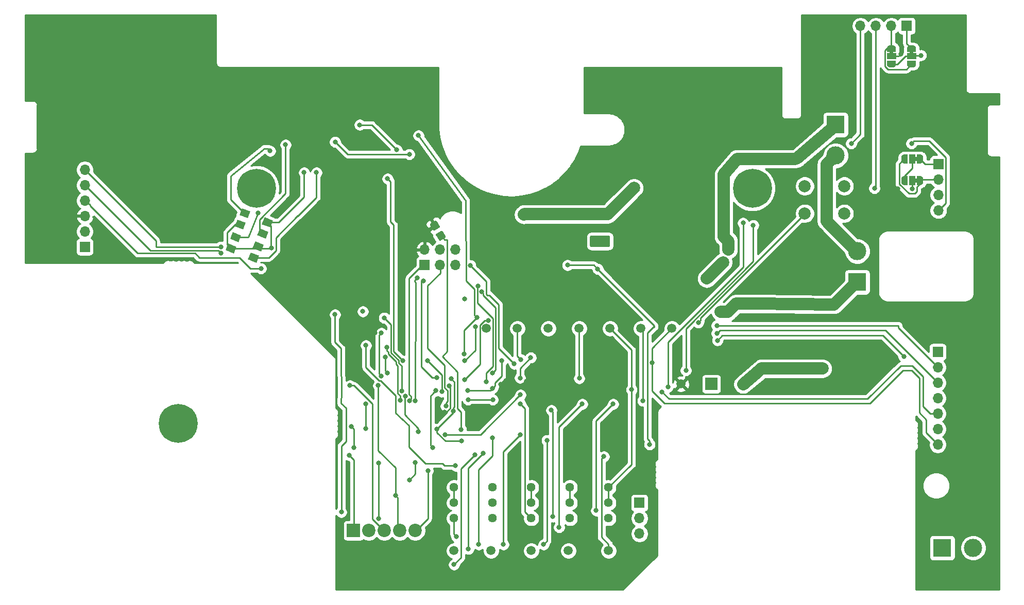
<source format=gbr>
G04 #@! TF.GenerationSoftware,KiCad,Pcbnew,(5.1.5-0-10_14)*
G04 #@! TF.CreationDate,2020-01-01T17:52:45+01:00*
G04 #@! TF.ProjectId,ErnoCCC,45726e6f-4343-4432-9e6b-696361645f70,rev?*
G04 #@! TF.SameCoordinates,Original*
G04 #@! TF.FileFunction,Copper,L2,Bot*
G04 #@! TF.FilePolarity,Positive*
%FSLAX46Y46*%
G04 Gerber Fmt 4.6, Leading zero omitted, Abs format (unit mm)*
G04 Created by KiCad (PCBNEW (5.1.5-0-10_14)) date 2020-01-01 17:52:45*
%MOMM*%
%LPD*%
G04 APERTURE LIST*
%ADD10C,0.050000*%
%ADD11R,1.500000X1.000000*%
%ADD12R,1.000000X1.500000*%
%ADD13O,1.700000X1.700000*%
%ADD14R,1.700000X1.700000*%
%ADD15C,1.500000*%
%ADD16C,6.400000*%
%ADD17C,0.800000*%
%ADD18C,3.000000*%
%ADD19R,3.000000X3.000000*%
%ADD20C,0.500000*%
%ADD21C,1.440000*%
%ADD22R,2.000000X2.000000*%
%ADD23R,2.200000X2.200000*%
%ADD24C,2.200000*%
%ADD25C,2.000000*%
%ADD26C,0.250000*%
%ADD27C,2.000000*%
%ADD28C,0.254000*%
G04 APERTURE END LIST*
D10*
G36*
X209250000Y-31739000D02*
G01*
X209250000Y-32239000D01*
X209850000Y-32239000D01*
X209850000Y-31739000D01*
X209250000Y-31739000D01*
G37*
G36*
X205948000Y-31739000D02*
G01*
X205948000Y-32239000D01*
X206548000Y-32239000D01*
X206548000Y-31739000D01*
X205948000Y-31739000D01*
G37*
G36*
X210577000Y-49230000D02*
G01*
X210077000Y-49230000D01*
X210077000Y-49830000D01*
X210577000Y-49830000D01*
X210577000Y-49230000D01*
G37*
G36*
X210577000Y-52786000D02*
G01*
X210077000Y-52786000D01*
X210077000Y-53386000D01*
X210577000Y-53386000D01*
X210577000Y-52786000D01*
G37*
G04 #@! TA.AperFunction,SMDPad,CuDef*
G36*
X208800000Y-31889000D02*
G01*
X208800000Y-31339000D01*
X208800602Y-31339000D01*
X208800602Y-31314466D01*
X208805412Y-31265635D01*
X208814984Y-31217510D01*
X208829228Y-31170555D01*
X208848005Y-31125222D01*
X208871136Y-31081949D01*
X208898396Y-31041150D01*
X208929524Y-31003221D01*
X208964221Y-30968524D01*
X209002150Y-30937396D01*
X209042949Y-30910136D01*
X209086222Y-30887005D01*
X209131555Y-30868228D01*
X209178510Y-30853984D01*
X209226635Y-30844412D01*
X209275466Y-30839602D01*
X209300000Y-30839602D01*
X209300000Y-30839000D01*
X209800000Y-30839000D01*
X209800000Y-30839602D01*
X209824534Y-30839602D01*
X209873365Y-30844412D01*
X209921490Y-30853984D01*
X209968445Y-30868228D01*
X210013778Y-30887005D01*
X210057051Y-30910136D01*
X210097850Y-30937396D01*
X210135779Y-30968524D01*
X210170476Y-31003221D01*
X210201604Y-31041150D01*
X210228864Y-31081949D01*
X210251995Y-31125222D01*
X210270772Y-31170555D01*
X210285016Y-31217510D01*
X210294588Y-31265635D01*
X210299398Y-31314466D01*
X210299398Y-31339000D01*
X210300000Y-31339000D01*
X210300000Y-31889000D01*
X208800000Y-31889000D01*
G37*
G04 #@! TD.AperFunction*
D11*
X209550000Y-32639000D03*
G04 #@! TA.AperFunction,SMDPad,CuDef*
D10*
G36*
X210299398Y-33939000D02*
G01*
X210299398Y-33963534D01*
X210294588Y-34012365D01*
X210285016Y-34060490D01*
X210270772Y-34107445D01*
X210251995Y-34152778D01*
X210228864Y-34196051D01*
X210201604Y-34236850D01*
X210170476Y-34274779D01*
X210135779Y-34309476D01*
X210097850Y-34340604D01*
X210057051Y-34367864D01*
X210013778Y-34390995D01*
X209968445Y-34409772D01*
X209921490Y-34424016D01*
X209873365Y-34433588D01*
X209824534Y-34438398D01*
X209800000Y-34438398D01*
X209800000Y-34439000D01*
X209300000Y-34439000D01*
X209300000Y-34438398D01*
X209275466Y-34438398D01*
X209226635Y-34433588D01*
X209178510Y-34424016D01*
X209131555Y-34409772D01*
X209086222Y-34390995D01*
X209042949Y-34367864D01*
X209002150Y-34340604D01*
X208964221Y-34309476D01*
X208929524Y-34274779D01*
X208898396Y-34236850D01*
X208871136Y-34196051D01*
X208848005Y-34152778D01*
X208829228Y-34107445D01*
X208814984Y-34060490D01*
X208805412Y-34012365D01*
X208800602Y-33963534D01*
X208800602Y-33939000D01*
X208800000Y-33939000D01*
X208800000Y-33389000D01*
X210300000Y-33389000D01*
X210300000Y-33939000D01*
X210299398Y-33939000D01*
G37*
G04 #@! TD.AperFunction*
G04 #@! TA.AperFunction,SMDPad,CuDef*
G36*
X205498000Y-31889000D02*
G01*
X205498000Y-31339000D01*
X205498602Y-31339000D01*
X205498602Y-31314466D01*
X205503412Y-31265635D01*
X205512984Y-31217510D01*
X205527228Y-31170555D01*
X205546005Y-31125222D01*
X205569136Y-31081949D01*
X205596396Y-31041150D01*
X205627524Y-31003221D01*
X205662221Y-30968524D01*
X205700150Y-30937396D01*
X205740949Y-30910136D01*
X205784222Y-30887005D01*
X205829555Y-30868228D01*
X205876510Y-30853984D01*
X205924635Y-30844412D01*
X205973466Y-30839602D01*
X205998000Y-30839602D01*
X205998000Y-30839000D01*
X206498000Y-30839000D01*
X206498000Y-30839602D01*
X206522534Y-30839602D01*
X206571365Y-30844412D01*
X206619490Y-30853984D01*
X206666445Y-30868228D01*
X206711778Y-30887005D01*
X206755051Y-30910136D01*
X206795850Y-30937396D01*
X206833779Y-30968524D01*
X206868476Y-31003221D01*
X206899604Y-31041150D01*
X206926864Y-31081949D01*
X206949995Y-31125222D01*
X206968772Y-31170555D01*
X206983016Y-31217510D01*
X206992588Y-31265635D01*
X206997398Y-31314466D01*
X206997398Y-31339000D01*
X206998000Y-31339000D01*
X206998000Y-31889000D01*
X205498000Y-31889000D01*
G37*
G04 #@! TD.AperFunction*
D11*
X206248000Y-32639000D03*
G04 #@! TA.AperFunction,SMDPad,CuDef*
D10*
G36*
X206997398Y-33939000D02*
G01*
X206997398Y-33963534D01*
X206992588Y-34012365D01*
X206983016Y-34060490D01*
X206968772Y-34107445D01*
X206949995Y-34152778D01*
X206926864Y-34196051D01*
X206899604Y-34236850D01*
X206868476Y-34274779D01*
X206833779Y-34309476D01*
X206795850Y-34340604D01*
X206755051Y-34367864D01*
X206711778Y-34390995D01*
X206666445Y-34409772D01*
X206619490Y-34424016D01*
X206571365Y-34433588D01*
X206522534Y-34438398D01*
X206498000Y-34438398D01*
X206498000Y-34439000D01*
X205998000Y-34439000D01*
X205998000Y-34438398D01*
X205973466Y-34438398D01*
X205924635Y-34433588D01*
X205876510Y-34424016D01*
X205829555Y-34409772D01*
X205784222Y-34390995D01*
X205740949Y-34367864D01*
X205700150Y-34340604D01*
X205662221Y-34309476D01*
X205627524Y-34274779D01*
X205596396Y-34236850D01*
X205569136Y-34196051D01*
X205546005Y-34152778D01*
X205527228Y-34107445D01*
X205512984Y-34060490D01*
X205503412Y-34012365D01*
X205498602Y-33963534D01*
X205498602Y-33939000D01*
X205498000Y-33939000D01*
X205498000Y-33389000D01*
X206998000Y-33389000D01*
X206998000Y-33939000D01*
X206997398Y-33939000D01*
G37*
G04 #@! TD.AperFunction*
G04 #@! TA.AperFunction,SMDPad,CuDef*
G36*
X210427000Y-48780000D02*
G01*
X210977000Y-48780000D01*
X210977000Y-48780602D01*
X211001534Y-48780602D01*
X211050365Y-48785412D01*
X211098490Y-48794984D01*
X211145445Y-48809228D01*
X211190778Y-48828005D01*
X211234051Y-48851136D01*
X211274850Y-48878396D01*
X211312779Y-48909524D01*
X211347476Y-48944221D01*
X211378604Y-48982150D01*
X211405864Y-49022949D01*
X211428995Y-49066222D01*
X211447772Y-49111555D01*
X211462016Y-49158510D01*
X211471588Y-49206635D01*
X211476398Y-49255466D01*
X211476398Y-49280000D01*
X211477000Y-49280000D01*
X211477000Y-49780000D01*
X211476398Y-49780000D01*
X211476398Y-49804534D01*
X211471588Y-49853365D01*
X211462016Y-49901490D01*
X211447772Y-49948445D01*
X211428995Y-49993778D01*
X211405864Y-50037051D01*
X211378604Y-50077850D01*
X211347476Y-50115779D01*
X211312779Y-50150476D01*
X211274850Y-50181604D01*
X211234051Y-50208864D01*
X211190778Y-50231995D01*
X211145445Y-50250772D01*
X211098490Y-50265016D01*
X211050365Y-50274588D01*
X211001534Y-50279398D01*
X210977000Y-50279398D01*
X210977000Y-50280000D01*
X210427000Y-50280000D01*
X210427000Y-48780000D01*
G37*
G04 #@! TD.AperFunction*
D12*
X209677000Y-49530000D03*
G04 #@! TA.AperFunction,SMDPad,CuDef*
D10*
G36*
X208377000Y-50279398D02*
G01*
X208352466Y-50279398D01*
X208303635Y-50274588D01*
X208255510Y-50265016D01*
X208208555Y-50250772D01*
X208163222Y-50231995D01*
X208119949Y-50208864D01*
X208079150Y-50181604D01*
X208041221Y-50150476D01*
X208006524Y-50115779D01*
X207975396Y-50077850D01*
X207948136Y-50037051D01*
X207925005Y-49993778D01*
X207906228Y-49948445D01*
X207891984Y-49901490D01*
X207882412Y-49853365D01*
X207877602Y-49804534D01*
X207877602Y-49780000D01*
X207877000Y-49780000D01*
X207877000Y-49280000D01*
X207877602Y-49280000D01*
X207877602Y-49255466D01*
X207882412Y-49206635D01*
X207891984Y-49158510D01*
X207906228Y-49111555D01*
X207925005Y-49066222D01*
X207948136Y-49022949D01*
X207975396Y-48982150D01*
X208006524Y-48944221D01*
X208041221Y-48909524D01*
X208079150Y-48878396D01*
X208119949Y-48851136D01*
X208163222Y-48828005D01*
X208208555Y-48809228D01*
X208255510Y-48794984D01*
X208303635Y-48785412D01*
X208352466Y-48780602D01*
X208377000Y-48780602D01*
X208377000Y-48780000D01*
X208927000Y-48780000D01*
X208927000Y-50280000D01*
X208377000Y-50280000D01*
X208377000Y-50279398D01*
G37*
G04 #@! TD.AperFunction*
G04 #@! TA.AperFunction,SMDPad,CuDef*
G36*
X210427000Y-52336000D02*
G01*
X210977000Y-52336000D01*
X210977000Y-52336602D01*
X211001534Y-52336602D01*
X211050365Y-52341412D01*
X211098490Y-52350984D01*
X211145445Y-52365228D01*
X211190778Y-52384005D01*
X211234051Y-52407136D01*
X211274850Y-52434396D01*
X211312779Y-52465524D01*
X211347476Y-52500221D01*
X211378604Y-52538150D01*
X211405864Y-52578949D01*
X211428995Y-52622222D01*
X211447772Y-52667555D01*
X211462016Y-52714510D01*
X211471588Y-52762635D01*
X211476398Y-52811466D01*
X211476398Y-52836000D01*
X211477000Y-52836000D01*
X211477000Y-53336000D01*
X211476398Y-53336000D01*
X211476398Y-53360534D01*
X211471588Y-53409365D01*
X211462016Y-53457490D01*
X211447772Y-53504445D01*
X211428995Y-53549778D01*
X211405864Y-53593051D01*
X211378604Y-53633850D01*
X211347476Y-53671779D01*
X211312779Y-53706476D01*
X211274850Y-53737604D01*
X211234051Y-53764864D01*
X211190778Y-53787995D01*
X211145445Y-53806772D01*
X211098490Y-53821016D01*
X211050365Y-53830588D01*
X211001534Y-53835398D01*
X210977000Y-53835398D01*
X210977000Y-53836000D01*
X210427000Y-53836000D01*
X210427000Y-52336000D01*
G37*
G04 #@! TD.AperFunction*
D12*
X209677000Y-53086000D03*
G04 #@! TA.AperFunction,SMDPad,CuDef*
D10*
G36*
X208377000Y-53835398D02*
G01*
X208352466Y-53835398D01*
X208303635Y-53830588D01*
X208255510Y-53821016D01*
X208208555Y-53806772D01*
X208163222Y-53787995D01*
X208119949Y-53764864D01*
X208079150Y-53737604D01*
X208041221Y-53706476D01*
X208006524Y-53671779D01*
X207975396Y-53633850D01*
X207948136Y-53593051D01*
X207925005Y-53549778D01*
X207906228Y-53504445D01*
X207891984Y-53457490D01*
X207882412Y-53409365D01*
X207877602Y-53360534D01*
X207877602Y-53336000D01*
X207877000Y-53336000D01*
X207877000Y-52836000D01*
X207877602Y-52836000D01*
X207877602Y-52811466D01*
X207882412Y-52762635D01*
X207891984Y-52714510D01*
X207906228Y-52667555D01*
X207925005Y-52622222D01*
X207948136Y-52578949D01*
X207975396Y-52538150D01*
X208006524Y-52500221D01*
X208041221Y-52465524D01*
X208079150Y-52434396D01*
X208119949Y-52407136D01*
X208163222Y-52384005D01*
X208208555Y-52365228D01*
X208255510Y-52350984D01*
X208303635Y-52341412D01*
X208352466Y-52336602D01*
X208377000Y-52336602D01*
X208377000Y-52336000D01*
X208927000Y-52336000D01*
X208927000Y-53836000D01*
X208377000Y-53836000D01*
X208377000Y-53835398D01*
G37*
G04 #@! TD.AperFunction*
D13*
X213868000Y-96520000D03*
X213868000Y-93980000D03*
X213868000Y-91440000D03*
X213868000Y-88900000D03*
X213868000Y-86360000D03*
X213868000Y-83820000D03*
D14*
X213868000Y-81280000D03*
D15*
X170167300Y-77416660D03*
D16*
X101854000Y-54356000D03*
D17*
X104254000Y-54356000D03*
X103551056Y-56053056D03*
X101854000Y-56756000D03*
X100156944Y-56053056D03*
X99454000Y-54356000D03*
X100156944Y-52658944D03*
X101854000Y-51956000D03*
X103551056Y-52658944D03*
X185085056Y-52658944D03*
X183388000Y-51956000D03*
X181690944Y-52658944D03*
X180988000Y-54356000D03*
X181690944Y-56053056D03*
X183388000Y-56756000D03*
X185085056Y-56053056D03*
X185788000Y-54356000D03*
D16*
X183388000Y-54356000D03*
G04 #@! TA.AperFunction,SMDPad,CuDef*
D10*
G36*
X131374261Y-59700751D02*
G01*
X131398634Y-59703555D01*
X131422615Y-59708735D01*
X131445972Y-59716240D01*
X131468482Y-59725998D01*
X131489927Y-59737915D01*
X131510100Y-59751878D01*
X131528808Y-59767750D01*
X131545870Y-59785380D01*
X131561122Y-59804597D01*
X131574416Y-59825216D01*
X131986916Y-60539686D01*
X131998126Y-60561509D01*
X132007142Y-60584326D01*
X132013879Y-60607917D01*
X132018271Y-60632054D01*
X132020276Y-60656506D01*
X132019875Y-60681037D01*
X132017071Y-60705410D01*
X132011891Y-60729391D01*
X132004387Y-60752748D01*
X131994628Y-60775258D01*
X131982711Y-60796703D01*
X131968748Y-60816876D01*
X131952876Y-60835584D01*
X131935247Y-60852646D01*
X131916030Y-60867898D01*
X131895410Y-60881192D01*
X131202590Y-61281192D01*
X131180767Y-61292402D01*
X131157950Y-61301419D01*
X131134359Y-61308155D01*
X131110222Y-61312547D01*
X131085770Y-61314552D01*
X131061239Y-61314151D01*
X131036866Y-61311347D01*
X131012885Y-61306167D01*
X130989528Y-61298662D01*
X130967018Y-61288904D01*
X130945573Y-61276987D01*
X130925400Y-61263024D01*
X130906692Y-61247152D01*
X130889630Y-61229522D01*
X130874378Y-61210305D01*
X130861084Y-61189686D01*
X130448584Y-60475216D01*
X130437374Y-60453393D01*
X130428358Y-60430576D01*
X130421621Y-60406985D01*
X130417229Y-60382848D01*
X130415224Y-60358396D01*
X130415625Y-60333865D01*
X130418429Y-60309492D01*
X130423609Y-60285511D01*
X130431113Y-60262154D01*
X130440872Y-60239644D01*
X130452789Y-60218199D01*
X130466752Y-60198026D01*
X130482624Y-60179318D01*
X130500253Y-60162256D01*
X130519470Y-60147004D01*
X130540090Y-60133710D01*
X131232910Y-59733710D01*
X131254733Y-59722500D01*
X131277550Y-59713483D01*
X131301141Y-59706747D01*
X131325278Y-59702355D01*
X131349730Y-59700350D01*
X131374261Y-59700751D01*
G37*
G04 #@! TD.AperFunction*
G04 #@! TA.AperFunction,SMDPad,CuDef*
G36*
X132336761Y-61367849D02*
G01*
X132361134Y-61370653D01*
X132385115Y-61375833D01*
X132408472Y-61383338D01*
X132430982Y-61393096D01*
X132452427Y-61405013D01*
X132472600Y-61418976D01*
X132491308Y-61434848D01*
X132508370Y-61452478D01*
X132523622Y-61471695D01*
X132536916Y-61492314D01*
X132949416Y-62206784D01*
X132960626Y-62228607D01*
X132969642Y-62251424D01*
X132976379Y-62275015D01*
X132980771Y-62299152D01*
X132982776Y-62323604D01*
X132982375Y-62348135D01*
X132979571Y-62372508D01*
X132974391Y-62396489D01*
X132966887Y-62419846D01*
X132957128Y-62442356D01*
X132945211Y-62463801D01*
X132931248Y-62483974D01*
X132915376Y-62502682D01*
X132897747Y-62519744D01*
X132878530Y-62534996D01*
X132857910Y-62548290D01*
X132165090Y-62948290D01*
X132143267Y-62959500D01*
X132120450Y-62968517D01*
X132096859Y-62975253D01*
X132072722Y-62979645D01*
X132048270Y-62981650D01*
X132023739Y-62981249D01*
X131999366Y-62978445D01*
X131975385Y-62973265D01*
X131952028Y-62965760D01*
X131929518Y-62956002D01*
X131908073Y-62944085D01*
X131887900Y-62930122D01*
X131869192Y-62914250D01*
X131852130Y-62896620D01*
X131836878Y-62877403D01*
X131823584Y-62856784D01*
X131411084Y-62142314D01*
X131399874Y-62120491D01*
X131390858Y-62097674D01*
X131384121Y-62074083D01*
X131379729Y-62049946D01*
X131377724Y-62025494D01*
X131378125Y-62000963D01*
X131380929Y-61976590D01*
X131386109Y-61952609D01*
X131393613Y-61929252D01*
X131403372Y-61906742D01*
X131415289Y-61885297D01*
X131429252Y-61865124D01*
X131445124Y-61846416D01*
X131462753Y-61829354D01*
X131481970Y-61814102D01*
X131502590Y-61800808D01*
X132195410Y-61400808D01*
X132217233Y-61389598D01*
X132240050Y-61380581D01*
X132263641Y-61373845D01*
X132287778Y-61369453D01*
X132312230Y-61367448D01*
X132336761Y-61367849D01*
G37*
G04 #@! TD.AperFunction*
D18*
X197086000Y-48972000D03*
D19*
X197086000Y-43892000D03*
D13*
X164828000Y-111202000D03*
X164828000Y-108662000D03*
D14*
X164828000Y-106122000D03*
D18*
X219692000Y-113538000D03*
D19*
X214612000Y-113538000D03*
D17*
X90706056Y-91343944D03*
X89009000Y-90641000D03*
X87311944Y-91343944D03*
X86609000Y-93041000D03*
X87311944Y-94738056D03*
X89009000Y-95441000D03*
X90706056Y-94738056D03*
X91409000Y-93041000D03*
D16*
X89009000Y-93041000D03*
D13*
X213977000Y-57989000D03*
X213977000Y-55449000D03*
X213977000Y-52909000D03*
D14*
X213977000Y-50369000D03*
D15*
X165082000Y-77420000D03*
G04 #@! TA.AperFunction,SMDPad,CuDef*
D10*
G36*
X98305874Y-60601326D02*
G01*
X98755402Y-59488706D01*
X100146178Y-60050616D01*
X99696650Y-61163236D01*
X98305874Y-60601326D01*
G37*
G04 #@! TD.AperFunction*
G04 #@! TA.AperFunction,SMDPad,CuDef*
G36*
X102014609Y-62099752D02*
G01*
X102464137Y-60987132D01*
X103854913Y-61549042D01*
X103405385Y-62661662D01*
X102014609Y-62099752D01*
G37*
G04 #@! TD.AperFunction*
G04 #@! TA.AperFunction,SMDPad,CuDef*
G36*
X102763822Y-60245384D02*
G01*
X103213350Y-59132764D01*
X104604126Y-59694674D01*
X104154598Y-60807294D01*
X102763822Y-60245384D01*
G37*
G04 #@! TD.AperFunction*
G04 #@! TA.AperFunction,SMDPad,CuDef*
G36*
X99055087Y-58746958D02*
G01*
X99504615Y-57634338D01*
X100895391Y-58196248D01*
X100445863Y-59308868D01*
X99055087Y-58746958D01*
G37*
G04 #@! TD.AperFunction*
G04 #@! TA.AperFunction,SMDPad,CuDef*
G36*
X103080126Y-63631674D02*
G01*
X102630598Y-64744294D01*
X101239822Y-64182384D01*
X101689350Y-63069764D01*
X103080126Y-63631674D01*
G37*
G04 #@! TD.AperFunction*
G04 #@! TA.AperFunction,SMDPad,CuDef*
G36*
X99371391Y-62133248D02*
G01*
X98921863Y-63245868D01*
X97531087Y-62683958D01*
X97980615Y-61571338D01*
X99371391Y-62133248D01*
G37*
G04 #@! TD.AperFunction*
G04 #@! TA.AperFunction,SMDPad,CuDef*
G36*
X98622178Y-63987616D02*
G01*
X98172650Y-65100236D01*
X96781874Y-64538326D01*
X97231402Y-63425706D01*
X98622178Y-63987616D01*
G37*
G04 #@! TD.AperFunction*
G04 #@! TA.AperFunction,SMDPad,CuDef*
G36*
X102330913Y-65486042D02*
G01*
X101881385Y-66598662D01*
X100490609Y-66036752D01*
X100940137Y-64924132D01*
X102330913Y-65486042D01*
G37*
G04 #@! TD.AperFunction*
D20*
X156951000Y-63769000D03*
X156951000Y-62369000D03*
X158351000Y-63769000D03*
X158351000Y-62369000D03*
X159751000Y-63769000D03*
X159751000Y-62369000D03*
G04 #@! TA.AperFunction,Conductor*
D10*
G36*
X159775504Y-62120204D02*
G01*
X159799773Y-62123804D01*
X159823571Y-62129765D01*
X159846671Y-62138030D01*
X159868849Y-62148520D01*
X159889893Y-62161133D01*
X159909598Y-62175747D01*
X159927777Y-62192223D01*
X159944253Y-62210402D01*
X159958867Y-62230107D01*
X159971480Y-62251151D01*
X159981970Y-62273329D01*
X159990235Y-62296429D01*
X159996196Y-62320227D01*
X159999796Y-62344496D01*
X160001000Y-62369000D01*
X160001000Y-63769000D01*
X159999796Y-63793504D01*
X159996196Y-63817773D01*
X159990235Y-63841571D01*
X159981970Y-63864671D01*
X159971480Y-63886849D01*
X159958867Y-63907893D01*
X159944253Y-63927598D01*
X159927777Y-63945777D01*
X159909598Y-63962253D01*
X159889893Y-63976867D01*
X159868849Y-63989480D01*
X159846671Y-63999970D01*
X159823571Y-64008235D01*
X159799773Y-64014196D01*
X159775504Y-64017796D01*
X159751000Y-64019000D01*
X156951000Y-64019000D01*
X156926496Y-64017796D01*
X156902227Y-64014196D01*
X156878429Y-64008235D01*
X156855329Y-63999970D01*
X156833151Y-63989480D01*
X156812107Y-63976867D01*
X156792402Y-63962253D01*
X156774223Y-63945777D01*
X156757747Y-63927598D01*
X156743133Y-63907893D01*
X156730520Y-63886849D01*
X156720030Y-63864671D01*
X156711765Y-63841571D01*
X156705804Y-63817773D01*
X156702204Y-63793504D01*
X156701000Y-63769000D01*
X156701000Y-62369000D01*
X156702204Y-62344496D01*
X156705804Y-62320227D01*
X156711765Y-62296429D01*
X156720030Y-62273329D01*
X156730520Y-62251151D01*
X156743133Y-62230107D01*
X156757747Y-62210402D01*
X156774223Y-62192223D01*
X156792402Y-62175747D01*
X156812107Y-62161133D01*
X156833151Y-62148520D01*
X156855329Y-62138030D01*
X156878429Y-62129765D01*
X156902227Y-62123804D01*
X156926496Y-62120204D01*
X156951000Y-62119000D01*
X159751000Y-62119000D01*
X159775504Y-62120204D01*
G37*
G04 #@! TD.AperFunction*
D18*
X200642000Y-64720000D03*
D19*
X200642000Y-69800000D03*
D21*
X134348000Y-103582000D03*
X134348000Y-106122000D03*
X134348000Y-108662000D03*
X140698000Y-108662000D03*
X140698000Y-106122000D03*
X140698000Y-103582000D03*
X147048000Y-103582000D03*
X147048000Y-106122000D03*
X147048000Y-108662000D03*
X153398000Y-108662000D03*
X153398000Y-106122000D03*
X153398000Y-103582000D03*
X159748000Y-103582000D03*
X159748000Y-106122000D03*
X159748000Y-108662000D03*
D15*
X181846000Y-86564000D03*
D22*
X176639000Y-86564000D03*
D15*
X171686000Y-86564000D03*
X139682000Y-77420000D03*
X144762000Y-77420000D03*
X154922000Y-77420000D03*
X134348000Y-113996000D03*
X140444000Y-113996000D03*
X147048000Y-113996000D03*
X153144000Y-113996000D03*
X159748000Y-113996000D03*
X149842000Y-77420000D03*
X160002000Y-77420000D03*
D14*
X208770000Y-27636000D03*
D13*
X206230000Y-27636000D03*
X203690000Y-27636000D03*
X201150000Y-27636000D03*
D14*
X129522000Y-67006000D03*
D13*
X129522000Y-64466000D03*
X132062000Y-67006000D03*
X132062000Y-64466000D03*
X134602000Y-67006000D03*
X134602000Y-64466000D03*
D14*
X73660000Y-64008000D03*
D13*
X73660000Y-61468000D03*
X73660000Y-58928000D03*
X73660000Y-56388000D03*
X73660000Y-53848000D03*
X73660000Y-51308000D03*
D23*
X117838000Y-110694000D03*
D24*
X120378000Y-110694000D03*
X122918000Y-110694000D03*
X125458000Y-110694000D03*
X127998000Y-110694000D03*
D25*
X192006000Y-53997000D03*
X192006000Y-58497000D03*
X198506000Y-53997000D03*
X198506000Y-58497000D03*
D17*
X114790000Y-50242000D03*
X117330000Y-54814000D03*
X117330000Y-59386000D03*
X118346000Y-45162000D03*
X121389340Y-78186660D03*
X133552839Y-86851161D03*
X113266000Y-43919989D03*
X117330000Y-38100000D03*
X136652000Y-90805000D03*
X132753422Y-91165840D03*
X146286000Y-86142990D03*
X141997340Y-86593340D03*
X176530000Y-81788000D03*
X207772000Y-32258000D03*
X209677000Y-54483000D03*
X207268555Y-54463897D03*
X139174000Y-97994000D03*
X136711923Y-113722971D03*
X138412000Y-112980000D03*
X140698000Y-95454000D03*
X142476000Y-112980000D03*
X145270000Y-94946000D03*
X149080000Y-112980000D03*
X149624990Y-95835605D03*
X123426000Y-84786000D03*
X158986000Y-98502000D03*
X123016993Y-82102832D03*
X130885662Y-97045415D03*
X131360630Y-87673688D03*
X117105340Y-98277340D03*
X121920000Y-99568000D03*
X121920000Y-108712000D03*
X102108000Y-58420000D03*
X106662000Y-47194000D03*
X127998000Y-99518000D03*
X127000000Y-102362000D03*
X111742000Y-51766000D03*
X104122000Y-48210000D03*
X169500277Y-87044020D03*
X181864000Y-60071000D03*
X209550000Y-46990000D03*
X199644000Y-46990000D03*
X172466000Y-84328000D03*
X183537984Y-60448338D03*
X203454000Y-54356000D03*
X144254000Y-83262000D03*
X137033000Y-67056000D03*
X118854000Y-43919989D03*
X124950000Y-48042990D03*
X119870000Y-80214000D03*
X134602000Y-100026000D03*
X119870000Y-89866000D03*
X119870000Y-93930000D03*
X125490870Y-89228856D03*
X123266979Y-80502785D03*
X136094012Y-85837329D03*
X139972987Y-76101721D03*
X154940000Y-85630021D03*
X117856000Y-97028000D03*
X117467380Y-93583760D03*
X155430000Y-89866000D03*
X151620000Y-110149010D03*
X134765990Y-111710722D03*
X157716000Y-107392000D03*
X160510000Y-89866000D03*
X145270000Y-89866000D03*
X150350000Y-90882000D03*
X150604000Y-108408000D03*
X114790000Y-75134000D03*
X115824000Y-107646000D03*
X122864913Y-75673714D03*
X125771144Y-87730526D03*
X142222000Y-82754000D03*
X136634000Y-87616990D03*
X140705932Y-87253978D03*
X177546000Y-78232000D03*
X96012000Y-65024000D03*
X138311611Y-70441319D03*
X139669290Y-86192298D03*
X140698000Y-84786000D03*
X140698000Y-84786000D03*
X102616000Y-67564000D03*
X138903974Y-71374000D03*
X133012495Y-90199969D03*
X126997987Y-89358000D03*
X127998000Y-89358000D03*
X128270000Y-69088000D03*
X109710000Y-51766000D03*
X131554000Y-93992002D03*
X135618000Y-95962000D03*
X136126000Y-72594000D03*
X114808000Y-46736000D03*
X127000000Y-48768000D03*
X104380660Y-64216660D03*
X153017000Y-67006000D03*
X157970000Y-67641000D03*
X133876990Y-85700000D03*
X134266339Y-91043919D03*
X166497000Y-96520000D03*
X211094703Y-32484800D03*
X96012000Y-64008000D03*
X117249989Y-86822660D03*
X121902000Y-86818000D03*
X124714000Y-104902000D03*
X130048000Y-100838000D03*
X136126000Y-82754000D03*
X137881989Y-77166000D03*
X174495232Y-76466087D03*
X131492664Y-85539640D03*
X129286000Y-69596000D03*
D25*
X194927000Y-84024000D03*
X159621000Y-58624000D03*
X161832118Y-56390118D03*
X163939000Y-54306000D03*
X145800000Y-58700000D03*
X184132000Y-73356000D03*
X180703000Y-73356000D03*
X178180254Y-74690270D03*
X179433000Y-64466000D03*
X175904944Y-69192944D03*
X178571944Y-66525944D03*
D17*
X135491000Y-94057000D03*
X137777000Y-98248000D03*
X134348000Y-116282000D03*
X136652000Y-89154000D03*
X140716000Y-89154000D03*
X145205037Y-85570040D03*
X146963501Y-82228328D03*
X166882011Y-83058000D03*
X119362000Y-74626000D03*
X122410000Y-78182000D03*
X122410000Y-85294000D03*
X128506000Y-94438000D03*
X145270000Y-88342000D03*
X126315413Y-88569451D03*
X132898187Y-94876554D03*
X165390990Y-89342460D03*
X168529000Y-87884000D03*
X163539718Y-87494031D03*
X138114957Y-75642000D03*
X136043295Y-81657087D03*
X128506000Y-45670000D03*
X177546000Y-76962000D03*
X125966000Y-82754000D03*
X123426000Y-52782000D03*
X130030000Y-82754000D03*
X132348330Y-87830127D03*
X145311573Y-82521897D03*
X177652977Y-79395023D03*
X208280000Y-82042000D03*
D26*
X129522000Y-64466000D02*
X129522000Y-61545000D01*
X129522000Y-61545000D02*
X130225000Y-61545000D01*
X130225000Y-61545000D02*
X131191000Y-60579000D01*
X133737497Y-87035819D02*
X133737497Y-90547971D01*
X133737497Y-90547971D02*
X133119628Y-91165840D01*
X133552839Y-86851161D02*
X133737497Y-87035819D01*
X133119628Y-91165840D02*
X132753422Y-91165840D01*
X171754000Y-86564000D02*
X171686000Y-86564000D01*
X176530000Y-81788000D02*
X171754000Y-86564000D01*
X207391000Y-32639000D02*
X207772000Y-32258000D01*
X206248000Y-32639000D02*
X207391000Y-32639000D01*
X209677000Y-53086000D02*
X209677000Y-54483000D01*
X136711923Y-100456077D02*
X139174000Y-97994000D01*
X136711923Y-113722971D02*
X136711923Y-100456077D01*
X138412000Y-112980000D02*
X138412000Y-100688000D01*
X140698000Y-98402000D02*
X140698000Y-95454000D01*
X138412000Y-100688000D02*
X140698000Y-98402000D01*
X142476000Y-97740000D02*
X145270000Y-94946000D01*
X142476000Y-112980000D02*
X142476000Y-97740000D01*
X149624990Y-112435010D02*
X149624990Y-95835605D01*
X149080000Y-112980000D02*
X149624990Y-112435010D01*
X123426000Y-84786000D02*
X123016993Y-84376993D01*
X123016993Y-84376993D02*
X123016993Y-82102832D01*
X130485663Y-96645416D02*
X130485663Y-88548655D01*
X130960631Y-88073687D02*
X131360630Y-87673688D01*
X130885662Y-97045415D02*
X130485663Y-96645416D01*
X130485663Y-88548655D02*
X130960631Y-88073687D01*
X158586001Y-98901999D02*
X158986000Y-98502000D01*
X158586001Y-111773341D02*
X158586001Y-98901999D01*
X159748000Y-112935340D02*
X158586001Y-111773341D01*
X159748000Y-113996000D02*
X159748000Y-112935340D01*
X117856000Y-110744000D02*
X117856000Y-99060000D01*
X117856000Y-99060000D02*
X117105340Y-98277340D01*
X121920000Y-99568000D02*
X121920000Y-108712000D01*
X100566000Y-62434000D02*
X102108000Y-58420000D01*
X99260140Y-62408603D02*
X100566000Y-62434000D01*
X98451239Y-62408603D02*
X99260140Y-62408603D01*
X102934761Y-61824397D02*
X102598000Y-61418000D01*
X106662000Y-55224478D02*
X106662000Y-47194000D01*
X102358632Y-59527846D02*
X106662000Y-55224478D01*
X102358632Y-61248268D02*
X102358632Y-59527846D01*
X102934761Y-61824397D02*
X102358632Y-61248268D01*
X127998000Y-101364000D02*
X127000000Y-102362000D01*
X127998000Y-99518000D02*
X127998000Y-101364000D01*
X105105661Y-62466339D02*
X108694000Y-58878000D01*
X103908925Y-65761397D02*
X105105661Y-64564661D01*
X105105661Y-64564661D02*
X105105661Y-62466339D01*
X101410761Y-65761397D02*
X103908925Y-65761397D01*
X108694000Y-58878000D02*
X108694000Y-58910000D01*
X111742000Y-55862000D02*
X111742000Y-51766000D01*
X108694000Y-58910000D02*
X111742000Y-55862000D01*
X99822000Y-58420000D02*
X99496990Y-58094990D01*
X97663000Y-56261000D02*
X99822000Y-58420000D01*
X97663000Y-52324000D02*
X97663000Y-56261000D01*
X103182997Y-47810001D02*
X97663000Y-52324000D01*
X103722001Y-47810001D02*
X103182997Y-47810001D01*
X104122000Y-48210000D02*
X103722001Y-47810001D01*
X169500277Y-86478335D02*
X169500277Y-87044020D01*
X169500277Y-79672313D02*
X169500277Y-86478335D01*
X181864000Y-67308590D02*
X169500277Y-79672313D01*
X181864000Y-60071000D02*
X181864000Y-67308590D01*
X215152001Y-56813999D02*
X214826999Y-57139001D01*
X215152001Y-49258999D02*
X215152001Y-56813999D01*
X212483003Y-46590001D02*
X215152001Y-49258999D01*
X209949999Y-46590001D02*
X212483003Y-46590001D01*
X214826999Y-57139001D02*
X213977000Y-57989000D01*
X209550000Y-46990000D02*
X209949999Y-46590001D01*
X201150000Y-45484000D02*
X199644000Y-46990000D01*
X201150000Y-27636000D02*
X201150000Y-45484000D01*
X172466000Y-77470000D02*
X183537984Y-66398016D01*
X172466000Y-84328000D02*
X172466000Y-77470000D01*
X183537984Y-66398016D02*
X183537984Y-61014023D01*
X183537984Y-61014023D02*
X183537984Y-60448338D01*
X203690000Y-27636000D02*
X203690000Y-53993000D01*
X203454000Y-54229000D02*
X203454000Y-54356000D01*
X203690000Y-53993000D02*
X203454000Y-54229000D01*
X141657023Y-80665023D02*
X141657023Y-73456612D01*
X137432999Y-67455999D02*
X137033000Y-67056000D01*
X144254000Y-83262000D02*
X141657023Y-80665023D01*
X140153421Y-71953010D02*
X139819374Y-71953010D01*
X139628990Y-71762626D02*
X139628990Y-69651990D01*
X139819374Y-71953010D02*
X139628990Y-71762626D01*
X139628990Y-69651990D02*
X137432999Y-67455999D01*
X141657023Y-73456612D02*
X140153421Y-71953010D01*
X120826999Y-43919989D02*
X124950000Y-48042990D01*
X118854000Y-43919989D02*
X120826999Y-43919989D01*
X119870000Y-83827004D02*
X119870000Y-80214000D01*
X122061998Y-86019002D02*
X119870000Y-83827004D01*
X122286154Y-86019002D02*
X122061998Y-86019002D01*
X124762469Y-88495317D02*
X122286154Y-86019002D01*
X124762469Y-91330880D02*
X124762469Y-88495317D01*
X132793243Y-100026000D02*
X132427622Y-99660378D01*
X129664378Y-99660378D02*
X126982000Y-96978000D01*
X132427622Y-99660378D02*
X129664378Y-99660378D01*
X126982000Y-93422000D02*
X124762469Y-91330880D01*
X126982000Y-96978000D02*
X126982000Y-93422000D01*
X134602000Y-100026000D02*
X132793243Y-100026000D01*
X119870000Y-89866000D02*
X119870000Y-93930000D01*
X125046142Y-87382524D02*
X125077490Y-87351176D01*
X123266979Y-81068470D02*
X123266979Y-80502785D01*
X125077490Y-87351176D02*
X125077490Y-83574904D01*
X125046142Y-88078528D02*
X125046142Y-87382524D01*
X125077490Y-83574904D02*
X124790987Y-83288402D01*
X123541978Y-81602800D02*
X123541978Y-81343469D01*
X124790987Y-82851809D02*
X123541978Y-81602800D01*
X125490870Y-88523256D02*
X125046142Y-88078528D01*
X124790987Y-83288402D02*
X124790987Y-82851809D01*
X123541978Y-81343469D02*
X123266979Y-81068470D01*
X125490870Y-89228856D02*
X125490870Y-88523256D01*
X136094012Y-85837329D02*
X138606999Y-83324342D01*
X139407302Y-76101721D02*
X139972987Y-76101721D01*
X138606999Y-76902024D02*
X139407302Y-76101721D01*
X138606999Y-83324342D02*
X138606999Y-76902024D01*
X154922000Y-77420000D02*
X154922000Y-85612021D01*
X154922000Y-85612021D02*
X154940000Y-85630021D01*
X117856000Y-93980000D02*
X117856000Y-97028000D01*
X117467380Y-93583760D02*
X117856000Y-93980000D01*
X134348000Y-108408000D02*
X134348000Y-111292732D01*
X134365991Y-111310723D02*
X134765990Y-111710722D01*
X134348000Y-111292732D02*
X134365991Y-111310723D01*
X151620000Y-93676000D02*
X155430000Y-89866000D01*
X151620000Y-110149010D02*
X151620000Y-93676000D01*
X157716000Y-92660000D02*
X160510000Y-89866000D01*
X157716000Y-107392000D02*
X157716000Y-92660000D01*
X145270000Y-89866000D02*
X145995002Y-90591002D01*
X145995002Y-90591002D02*
X145995002Y-105831002D01*
X145995002Y-105831002D02*
X145995002Y-107641002D01*
X145995002Y-107641002D02*
X147066000Y-108712000D01*
X150604000Y-91136000D02*
X150350000Y-90882000D01*
X150604000Y-108408000D02*
X150604000Y-91136000D01*
X114790000Y-79706000D02*
X114790000Y-75134000D01*
X115806000Y-80722000D02*
X114790000Y-79706000D01*
X115806000Y-84786000D02*
X115806000Y-80722000D01*
X115824000Y-85852000D02*
X115806000Y-84786000D01*
X115806000Y-89358000D02*
X115824000Y-88392000D01*
X115824000Y-88392000D02*
X115824000Y-85852000D01*
X115806000Y-89358000D02*
X115806000Y-89771000D01*
X115806000Y-89771000D02*
X116586000Y-90551000D01*
X116586000Y-90551000D02*
X116586000Y-96012000D01*
X115824000Y-96774000D02*
X115824000Y-107646000D01*
X116586000Y-96012000D02*
X115824000Y-96774000D01*
X123991989Y-81416400D02*
X125240998Y-82665409D01*
X125771144Y-83632148D02*
X125771144Y-87164841D01*
X125771144Y-87164841D02*
X125771144Y-87730526D01*
X122864913Y-75673714D02*
X123991989Y-76800790D01*
X125240998Y-82665409D02*
X125240998Y-83102002D01*
X123991989Y-76800790D02*
X123991989Y-81416400D01*
X125240998Y-83102002D02*
X125771144Y-83632148D01*
X142222000Y-82754000D02*
X142222000Y-85236315D01*
X140342920Y-87616990D02*
X140705932Y-87253978D01*
X136634000Y-87616990D02*
X140342920Y-87616990D01*
X142222000Y-85236315D02*
X141105931Y-86352384D01*
X141105931Y-86853979D02*
X140705932Y-87253978D01*
X141105931Y-86352384D02*
X141105931Y-86853979D01*
X177546000Y-78232000D02*
X178054000Y-77724000D01*
X205232000Y-77724000D02*
X213868000Y-86360000D01*
X178054000Y-77724000D02*
X205232000Y-77724000D01*
X73660000Y-53848000D02*
X73660000Y-53340000D01*
X84422988Y-64610988D02*
X74509999Y-54697999D01*
X74509999Y-54697999D02*
X73660000Y-53848000D01*
X95598988Y-64610988D02*
X84422988Y-64610988D01*
X96012000Y-65024000D02*
X95598988Y-64610988D01*
X139669290Y-84741708D02*
X139669290Y-85626613D01*
X138178968Y-73234700D02*
X140757001Y-75812733D01*
X139669290Y-85626613D02*
X139669290Y-86192298D01*
X140757001Y-75812733D02*
X140757001Y-83653997D01*
X138178968Y-70573962D02*
X138178968Y-73234700D01*
X140757001Y-83653997D02*
X139669290Y-84741708D01*
X138311611Y-70441319D02*
X138178968Y-70573962D01*
X102616000Y-67564000D02*
X102870000Y-67564000D01*
X139178979Y-71649005D02*
X138903974Y-71374000D01*
X141207012Y-73977059D02*
X139178979Y-71949026D01*
X141207012Y-84276988D02*
X141207012Y-73977059D01*
X139178979Y-71949026D02*
X139178979Y-71649005D01*
X140698000Y-84786000D02*
X141207012Y-84276988D01*
X100874999Y-67564000D02*
X99060000Y-65749001D01*
X99060000Y-65749001D02*
X92476003Y-65749001D01*
X102616000Y-67564000D02*
X100874999Y-67564000D01*
X92476003Y-65749001D02*
X91788001Y-65060999D01*
X82332999Y-65060999D02*
X74509999Y-57237999D01*
X91788001Y-65060999D02*
X82332999Y-65060999D01*
X74509999Y-57237999D02*
X74509999Y-57109999D01*
X74509999Y-57109999D02*
X73700000Y-56300000D01*
X133260989Y-87632315D02*
X133260989Y-89385790D01*
X132827837Y-87199163D02*
X133260989Y-87632315D01*
X132080000Y-67056000D02*
X132080000Y-68287103D01*
X132827837Y-83519837D02*
X132827837Y-87199163D01*
X132080000Y-68287103D02*
X130030000Y-70337103D01*
X130030000Y-70337103D02*
X130030000Y-80722000D01*
X133012495Y-89634284D02*
X133012495Y-90199969D01*
X133260989Y-89385790D02*
X133012495Y-89634284D01*
X130030000Y-80722000D02*
X132827837Y-83519837D01*
X129359000Y-66802000D02*
X129540000Y-66802000D01*
X126982000Y-88284315D02*
X126982000Y-69179000D01*
X126982000Y-69179000D02*
X129359000Y-66802000D01*
X127272999Y-88575314D02*
X126982000Y-88284315D01*
X127272999Y-89082988D02*
X127272999Y-88575314D01*
X126997987Y-89358000D02*
X127272999Y-89082988D01*
X127870001Y-69487999D02*
X127870001Y-69704001D01*
X128016000Y-69850000D02*
X127998000Y-69850000D01*
X127870001Y-69704001D02*
X128016000Y-69850000D01*
X128270000Y-69088000D02*
X127870001Y-69487999D01*
X127998000Y-89358000D02*
X128016000Y-69850000D01*
X103683974Y-59970029D02*
X104260103Y-60546158D01*
X104260103Y-60546158D02*
X104260103Y-64096103D01*
X104260103Y-64096103D02*
X104380660Y-64216660D01*
X132958313Y-95962000D02*
X135618000Y-95962000D01*
X131554000Y-94557687D02*
X132958313Y-95962000D01*
X131554000Y-93992002D02*
X131554000Y-94557687D01*
X105569971Y-59970029D02*
X103683974Y-59970029D01*
X109710000Y-55830000D02*
X105569971Y-59970029D01*
X109710000Y-51766000D02*
X109710000Y-55830000D01*
X116840000Y-48768000D02*
X127000000Y-48768000D01*
X114808000Y-46736000D02*
X116840000Y-48768000D01*
X157335000Y-67006000D02*
X153017000Y-67006000D01*
X157970000Y-67641000D02*
X157335000Y-67006000D01*
X98417125Y-60325971D02*
X99226026Y-60325971D01*
X97071858Y-61671238D02*
X98417125Y-60325971D01*
X97071858Y-63681464D02*
X97071858Y-61671238D01*
X97653365Y-64262971D02*
X97071858Y-63681464D01*
X97702026Y-64262971D02*
X97653365Y-64262971D01*
X104334349Y-64262971D02*
X104380660Y-64216660D01*
X102159974Y-64210026D02*
X102108000Y-64262000D01*
X102159974Y-63907029D02*
X102159974Y-64210026D01*
X102108000Y-64262000D02*
X104334349Y-64262971D01*
X97702026Y-64262971D02*
X102108000Y-64262000D01*
X133876990Y-85700000D02*
X134440006Y-86263016D01*
X134266339Y-91279663D02*
X134266339Y-91043919D01*
X134440006Y-86263016D02*
X134440006Y-90304567D01*
X134440006Y-90304567D02*
X134266339Y-90478234D01*
X134266339Y-90478234D02*
X134266339Y-91043919D01*
X131554000Y-93992002D02*
X134266339Y-91279663D01*
X166497000Y-95954315D02*
X166157001Y-95614316D01*
X166157001Y-95614316D02*
X166157001Y-78190999D01*
X166497000Y-96520000D02*
X166497000Y-95954315D01*
X166157001Y-78190999D02*
X167195500Y-77152500D01*
X167195500Y-77152500D02*
X167259000Y-77216000D01*
X167195500Y-77152500D02*
X167259000Y-77089000D01*
X167259000Y-76930000D02*
X157970000Y-67641000D01*
X167259000Y-77216000D02*
X167259000Y-76930000D01*
X209704200Y-32484800D02*
X209550000Y-32639000D01*
X211094703Y-32484800D02*
X209704200Y-32484800D01*
X207250000Y-33939000D02*
X206995592Y-33939000D01*
X208550000Y-32639000D02*
X207250000Y-33939000D01*
X206995592Y-33939000D02*
X206248000Y-33939000D01*
X209550000Y-32639000D02*
X208550000Y-32639000D01*
X209677000Y-51038408D02*
X209677000Y-50530000D01*
X209677000Y-50530000D02*
X209677000Y-49530000D01*
X208377000Y-52338408D02*
X209677000Y-51038408D01*
X208377000Y-53086000D02*
X208377000Y-52338408D01*
X85344000Y-62992000D02*
X73660000Y-51308000D01*
X85344000Y-64008000D02*
X85344000Y-62992000D01*
X96012000Y-64008000D02*
X85344000Y-64008000D01*
X120914842Y-108779846D02*
X122878996Y-110744000D01*
X120914842Y-89837158D02*
X120914842Y-108779846D01*
X117900345Y-86822660D02*
X120914842Y-89837158D01*
X117249989Y-86822660D02*
X117900345Y-86822660D01*
X122878996Y-110744000D02*
X122936000Y-110744000D01*
X121902000Y-86818000D02*
X121902000Y-97518000D01*
X124714000Y-100330000D02*
X124714000Y-104902000D01*
X121902000Y-97518000D02*
X124714000Y-100330000D01*
X125113999Y-105301999D02*
X125113999Y-110381999D01*
X124714000Y-104902000D02*
X125113999Y-105301999D01*
X125113999Y-110381999D02*
X125476000Y-110744000D01*
X130048000Y-100838000D02*
X130048000Y-108712000D01*
X130048000Y-108712000D02*
X128016000Y-110744000D01*
X136126000Y-82754000D02*
X137881989Y-80998011D01*
X137881989Y-80998011D02*
X137881989Y-77731685D01*
X137881989Y-77731685D02*
X137881989Y-77166000D01*
X174895231Y-75677179D02*
X174895231Y-76066088D01*
X192006000Y-58565000D02*
X192006000Y-58566410D01*
X192006000Y-58566410D02*
X174895231Y-75677179D01*
X174895231Y-76066088D02*
X174495232Y-76466087D01*
X129014000Y-83770000D02*
X129014000Y-69596000D01*
X130783640Y-85539640D02*
X129014000Y-83770000D01*
X131492664Y-85539640D02*
X130783640Y-85539640D01*
X129014000Y-69596000D02*
X129286000Y-69596000D01*
D27*
X184386000Y-84532000D02*
X181864000Y-86614000D01*
X184894000Y-84024000D02*
X184386000Y-84532000D01*
X194927000Y-84024000D02*
X184894000Y-84024000D01*
X155430000Y-58624000D02*
X159621000Y-58624000D01*
X159621000Y-58624000D02*
X163939000Y-54306000D01*
X155430000Y-58624000D02*
X145876000Y-58624000D01*
X145876000Y-58624000D02*
X145800000Y-58700000D01*
X182717787Y-73356000D02*
X184132000Y-73356000D01*
X180703000Y-73356000D02*
X182717787Y-73356000D01*
X184132000Y-73356000D02*
X196705000Y-73483000D01*
X196705000Y-73483000D02*
X196832000Y-73483000D01*
X196832000Y-73483000D02*
X200388000Y-69927000D01*
X179368730Y-74690270D02*
X178180254Y-74690270D01*
X180703000Y-73356000D02*
X179368730Y-74690270D01*
X195586001Y-59791001D02*
X200642000Y-64847000D01*
X195580000Y-51816000D02*
X195586001Y-59791001D01*
X195580000Y-51816000D02*
X195580000Y-50419000D01*
X195580000Y-50419000D02*
X197104000Y-48895000D01*
X178571944Y-66525944D02*
X175904944Y-69192944D01*
X190373000Y-49530000D02*
X190754000Y-49403000D01*
X179433000Y-63051787D02*
X178687999Y-62306786D01*
X180848000Y-49530000D02*
X190373000Y-49530000D01*
X178687999Y-62306786D02*
X178687999Y-52099999D01*
X178687999Y-52099999D02*
X180848000Y-49530000D01*
X190754000Y-49403000D02*
X197104000Y-43942000D01*
X179433000Y-64466000D02*
X179433000Y-63051787D01*
D26*
X135491000Y-115139000D02*
X134348000Y-116282000D01*
X135491000Y-100534000D02*
X137777000Y-98248000D01*
X135491000Y-115139000D02*
X135491000Y-100534000D01*
X132410999Y-82042000D02*
X134890017Y-84566018D01*
X133237001Y-62845997D02*
X133237001Y-81215998D01*
X135491000Y-91195576D02*
X135491000Y-94057000D01*
X132822997Y-62845997D02*
X133237001Y-62845997D01*
X134890017Y-84566018D02*
X134890017Y-90594593D01*
X133237001Y-81215998D02*
X132410999Y-82042000D01*
X132334000Y-62357000D02*
X132822997Y-62845997D01*
X134890017Y-90594593D02*
X135491000Y-91195576D01*
X136652000Y-89154000D02*
X140462000Y-89154000D01*
X140462000Y-89154000D02*
X140716000Y-89154000D01*
X145205037Y-83986792D02*
X146963501Y-82228328D01*
X145205037Y-85570040D02*
X145205037Y-83986792D01*
X209550000Y-84328000D02*
X210820000Y-85598000D01*
X208153000Y-84328000D02*
X209550000Y-84328000D01*
X166878000Y-87757000D02*
X168910000Y-89789000D01*
X168910000Y-89789000D02*
X202692000Y-89789000D01*
X202692000Y-89789000D02*
X208153000Y-84328000D01*
X210820000Y-91313000D02*
X211963000Y-92456000D01*
X210820000Y-85598000D02*
X210820000Y-91313000D01*
X166878000Y-80705960D02*
X166878000Y-87757000D01*
X170167300Y-77416660D02*
X166878000Y-80705960D01*
X211963000Y-94615000D02*
X213868000Y-96520000D01*
X211963000Y-92456000D02*
X211963000Y-94615000D01*
X122010001Y-84894001D02*
X122410000Y-85294000D01*
X122010001Y-78581999D02*
X122010001Y-84894001D01*
X122410000Y-78182000D02*
X122010001Y-78581999D01*
X145270000Y-88342000D02*
X138735446Y-94876554D01*
X138735446Y-94876554D02*
X132898187Y-94876554D01*
X126272986Y-91639301D02*
X126272986Y-88611878D01*
X126272986Y-88611878D02*
X126315413Y-88569451D01*
X128506000Y-94438000D02*
X128506000Y-93872315D01*
X128506000Y-93872315D02*
X126272986Y-91639301D01*
X165390990Y-88776775D02*
X165390990Y-89342460D01*
X165390990Y-77760990D02*
X165390990Y-88776775D01*
X165100000Y-77470000D02*
X165390990Y-77760990D01*
X159748000Y-103582000D02*
X159748000Y-105868000D01*
X134348000Y-103582000D02*
X134348000Y-105868000D01*
X147048000Y-104600233D02*
X147048000Y-105868000D01*
X147048000Y-103582000D02*
X147048000Y-104600233D01*
X153398000Y-103582000D02*
X153398000Y-105900000D01*
X153398000Y-105900000D02*
X153634000Y-105664000D01*
X212665919Y-91440000D02*
X211455000Y-90229081D01*
X213868000Y-91440000D02*
X212665919Y-91440000D01*
X211455000Y-90229081D02*
X211455000Y-85344000D01*
X211455000Y-85344000D02*
X209677000Y-83566000D01*
X209677000Y-83566000D02*
X207772000Y-83566000D01*
X207772000Y-83566000D02*
X202311000Y-89027000D01*
X169672000Y-89027000D02*
X168529000Y-87884000D01*
X202311000Y-89027000D02*
X169672000Y-89027000D01*
X163539718Y-80957718D02*
X163539718Y-87494031D01*
X163539718Y-99790282D02*
X163539718Y-87494031D01*
X160002000Y-77420000D02*
X163539718Y-80957718D01*
X159748000Y-103582000D02*
X163539718Y-99790282D01*
X136043295Y-81091402D02*
X136043295Y-81657087D01*
X136043295Y-77713662D02*
X136043295Y-81091402D01*
X138114957Y-75642000D02*
X136043295Y-77713662D01*
X137714958Y-75242001D02*
X138114957Y-75642000D01*
X137714958Y-70975494D02*
X137714958Y-75242001D01*
X136271000Y-56388000D02*
X136307998Y-69568534D01*
X136307998Y-69568534D02*
X137714958Y-70975494D01*
X128506000Y-45670000D02*
X136271000Y-56388000D01*
X177546000Y-76962000D02*
X207391000Y-76962000D01*
X207391000Y-77343000D02*
X213868000Y-83820000D01*
X207391000Y-76962000D02*
X207391000Y-77343000D01*
X130030000Y-82754000D02*
X132348330Y-85072330D01*
X132348330Y-85072330D02*
X132348330Y-87830127D01*
X123934000Y-59894000D02*
X123934000Y-53290000D01*
X124442000Y-81230000D02*
X124442000Y-60402000D01*
X123934000Y-53290000D02*
X123426000Y-52782000D01*
X125966000Y-82754000D02*
X124442000Y-81230000D01*
X123934000Y-59894000D02*
X124442000Y-60402000D01*
X144762000Y-77420000D02*
X144762000Y-81972324D01*
X144762000Y-81972324D02*
X145311573Y-82521897D01*
X177652977Y-79395023D02*
X178435000Y-78613000D01*
X178435000Y-78613000D02*
X204851000Y-78613000D01*
X204851000Y-78613000D02*
X208280000Y-82042000D01*
X208770000Y-30559000D02*
X209550000Y-31339000D01*
X208770000Y-27636000D02*
X208770000Y-30559000D01*
X206230000Y-31321000D02*
X206248000Y-31339000D01*
X206230000Y-27636000D02*
X206230000Y-31321000D01*
X209095936Y-34393064D02*
X209550000Y-33939000D01*
X208724990Y-34764010D02*
X209095936Y-34393064D01*
X205659672Y-34764010D02*
X208724990Y-34764010D01*
X205172990Y-34277328D02*
X205659672Y-34764010D01*
X205172990Y-31666418D02*
X205172990Y-34277328D01*
X205500408Y-31339000D02*
X205172990Y-31666418D01*
X206248000Y-31339000D02*
X205500408Y-31339000D01*
X211154000Y-52909000D02*
X210977000Y-53086000D01*
X213977000Y-52909000D02*
X211154000Y-52909000D01*
X207922936Y-49984064D02*
X208377000Y-49530000D01*
X207551990Y-50355010D02*
X207922936Y-49984064D01*
X207551990Y-53674328D02*
X207551990Y-50355010D01*
X209122662Y-55245000D02*
X207551990Y-53674328D01*
X210058000Y-55245000D02*
X209122662Y-55245000D01*
X210437001Y-54161001D02*
X210437001Y-54865999D01*
X210977000Y-53621002D02*
X210437001Y-54161001D01*
X210437001Y-54865999D02*
X210058000Y-55245000D01*
X210977000Y-53086000D02*
X210977000Y-53621002D01*
X211816000Y-50369000D02*
X210977000Y-49530000D01*
X213977000Y-50369000D02*
X211816000Y-50369000D01*
D28*
G36*
X95240001Y-33767571D02*
G01*
X95236807Y-33800000D01*
X95249550Y-33929383D01*
X95287290Y-34053793D01*
X95348575Y-34168450D01*
X95431052Y-34268948D01*
X95531550Y-34351425D01*
X95646207Y-34412710D01*
X95770617Y-34450450D01*
X95867581Y-34460000D01*
X95900000Y-34463193D01*
X95932419Y-34460000D01*
X131740000Y-34460000D01*
X131740001Y-43782419D01*
X131741119Y-43793768D01*
X131767516Y-44556996D01*
X131768975Y-44572637D01*
X131772489Y-44618180D01*
X131941308Y-45933874D01*
X131942268Y-45938975D01*
X131942708Y-45944145D01*
X131955550Y-46009530D01*
X131955578Y-46009677D01*
X131955584Y-46009697D01*
X132276748Y-47296688D01*
X132278296Y-47301641D01*
X132279337Y-47306727D01*
X132299765Y-47370309D01*
X132768898Y-48611060D01*
X132771017Y-48615806D01*
X132772641Y-48620727D01*
X132800325Y-48681444D01*
X132800347Y-48681492D01*
X132800351Y-48681499D01*
X133411034Y-49859034D01*
X133413692Y-49863500D01*
X133415880Y-49868200D01*
X133450486Y-49925316D01*
X134194388Y-51023568D01*
X134197547Y-51027691D01*
X134200270Y-51032106D01*
X134241304Y-51084795D01*
X135108260Y-52088755D01*
X135111880Y-52092482D01*
X135115097Y-52096547D01*
X135161938Y-52144027D01*
X135161999Y-52144090D01*
X135162010Y-52144099D01*
X136140165Y-53040044D01*
X136144193Y-53043322D01*
X136147866Y-53046987D01*
X136199993Y-53088732D01*
X137276012Y-53864444D01*
X137280389Y-53867226D01*
X137284469Y-53870441D01*
X137341111Y-53905819D01*
X138500285Y-54550695D01*
X138504966Y-54552952D01*
X138509384Y-54555663D01*
X138569767Y-54584191D01*
X139796262Y-55089421D01*
X139801173Y-55091116D01*
X139805879Y-55093294D01*
X139869025Y-55114530D01*
X139869177Y-55114583D01*
X139869198Y-55114588D01*
X141146243Y-55473265D01*
X141151310Y-55474373D01*
X141156245Y-55475990D01*
X141221500Y-55489727D01*
X141221596Y-55489748D01*
X141221610Y-55489749D01*
X142531787Y-55696986D01*
X142536963Y-55697497D01*
X142542039Y-55698524D01*
X142608548Y-55704564D01*
X143933970Y-55757525D01*
X143939165Y-55757429D01*
X143944331Y-55757857D01*
X144010961Y-55756098D01*
X144011092Y-55756096D01*
X144011110Y-55756094D01*
X145333639Y-55654057D01*
X145338785Y-55653356D01*
X145343970Y-55653178D01*
X145410068Y-55643640D01*
X146711679Y-55387996D01*
X146716707Y-55386699D01*
X146721836Y-55385918D01*
X146786370Y-55368733D01*
X148049267Y-54962975D01*
X148054111Y-54961100D01*
X148059112Y-54959726D01*
X148121157Y-54935146D01*
X148121201Y-54935129D01*
X148121207Y-54935126D01*
X149328132Y-54384799D01*
X149332720Y-54382374D01*
X149337531Y-54380424D01*
X149396273Y-54348779D01*
X149396326Y-54348751D01*
X149396333Y-54348746D01*
X150530807Y-53661365D01*
X150535083Y-53658419D01*
X150539631Y-53655923D01*
X150594269Y-53617648D01*
X150594329Y-53617607D01*
X150594337Y-53617600D01*
X151640864Y-52802555D01*
X151644765Y-52799132D01*
X151648993Y-52796121D01*
X151698847Y-52751685D01*
X152643144Y-51820099D01*
X152646625Y-51816238D01*
X152650466Y-51812760D01*
X152694795Y-51762811D01*
X153523954Y-50727417D01*
X153526963Y-50723173D01*
X153530370Y-50719273D01*
X153568569Y-50664494D01*
X154271265Y-49539430D01*
X154273756Y-49534869D01*
X154276687Y-49530594D01*
X154308234Y-49471732D01*
X154874868Y-48272368D01*
X154876809Y-48267548D01*
X154879222Y-48262960D01*
X154903659Y-48200886D01*
X154903686Y-48200819D01*
X154903689Y-48200809D01*
X155175221Y-47393419D01*
X159798048Y-47396018D01*
X159832420Y-47392652D01*
X159858776Y-47392652D01*
X159867940Y-47391689D01*
X160262046Y-47347483D01*
X160320529Y-47335052D01*
X160379238Y-47323427D01*
X160388041Y-47320702D01*
X160766055Y-47200789D01*
X160821040Y-47177222D01*
X160876341Y-47154429D01*
X160884447Y-47150046D01*
X161231970Y-46958994D01*
X161281327Y-46925199D01*
X161331153Y-46892094D01*
X161338254Y-46886220D01*
X161642049Y-46631305D01*
X161683912Y-46588555D01*
X161726347Y-46546416D01*
X161732171Y-46539274D01*
X161980668Y-46230206D01*
X162013415Y-46180164D01*
X162046873Y-46130561D01*
X162051199Y-46122425D01*
X162234932Y-45770978D01*
X162257337Y-45715523D01*
X162280522Y-45660368D01*
X162283185Y-45651546D01*
X162395155Y-45271104D01*
X162406355Y-45212388D01*
X162418393Y-45153746D01*
X162419292Y-45144575D01*
X162455234Y-44749630D01*
X162454816Y-44689814D01*
X162455234Y-44629997D01*
X162454334Y-44620826D01*
X162412882Y-44226422D01*
X162400855Y-44167829D01*
X162389645Y-44109065D01*
X162386981Y-44100243D01*
X162269710Y-43721401D01*
X162246526Y-43666250D01*
X162224120Y-43610792D01*
X162219794Y-43602655D01*
X162031172Y-43253807D01*
X161997717Y-43204208D01*
X161964968Y-43154162D01*
X161959144Y-43147021D01*
X161706356Y-42841453D01*
X161663923Y-42799315D01*
X161622057Y-42756562D01*
X161614962Y-42750694D01*
X161614957Y-42750689D01*
X161614952Y-42750685D01*
X161307631Y-42500041D01*
X161257838Y-42466959D01*
X161208449Y-42433141D01*
X161200343Y-42428759D01*
X160850187Y-42242577D01*
X160794867Y-42219776D01*
X160739899Y-42196216D01*
X160731099Y-42193492D01*
X160731093Y-42193490D01*
X160351444Y-42078868D01*
X160292764Y-42067249D01*
X160234254Y-42054812D01*
X160225089Y-42053849D01*
X159830405Y-42015150D01*
X159830402Y-42015150D01*
X159798419Y-42012000D01*
X155760000Y-42012000D01*
X155760000Y-34460000D01*
X188140000Y-34460000D01*
X188140001Y-42267571D01*
X188136807Y-42300000D01*
X188149550Y-42429383D01*
X188187290Y-42553793D01*
X188248575Y-42668450D01*
X188331052Y-42768948D01*
X188431550Y-42851425D01*
X188546207Y-42912710D01*
X188670617Y-42950450D01*
X188767581Y-42960000D01*
X188800000Y-42963193D01*
X188832419Y-42960000D01*
X190767581Y-42960000D01*
X190800000Y-42963193D01*
X190832419Y-42960000D01*
X190929383Y-42950450D01*
X191053793Y-42912710D01*
X191168450Y-42851425D01*
X191268948Y-42768948D01*
X191351425Y-42668450D01*
X191412710Y-42553793D01*
X191450450Y-42429383D01*
X191463193Y-42300000D01*
X191460000Y-42267581D01*
X191460000Y-25860000D01*
X218440000Y-25860000D01*
X218440001Y-38067571D01*
X218436807Y-38100000D01*
X218449550Y-38229383D01*
X218487290Y-38353793D01*
X218548575Y-38468450D01*
X218631052Y-38568948D01*
X218731550Y-38651425D01*
X218846207Y-38712710D01*
X218970617Y-38750450D01*
X219067581Y-38760000D01*
X219100000Y-38763193D01*
X219132419Y-38760000D01*
X223940000Y-38760000D01*
X223940001Y-40540000D01*
X222632419Y-40540000D01*
X222600000Y-40536807D01*
X222567581Y-40540000D01*
X222470617Y-40549550D01*
X222346207Y-40587290D01*
X222231550Y-40648575D01*
X222131052Y-40731052D01*
X222048575Y-40831550D01*
X221987290Y-40946207D01*
X221949550Y-41070617D01*
X221936807Y-41200000D01*
X221940000Y-41232419D01*
X221940001Y-48467571D01*
X221936807Y-48500000D01*
X221949550Y-48629383D01*
X221987290Y-48753793D01*
X222048575Y-48868450D01*
X222131052Y-48968948D01*
X222231550Y-49051425D01*
X222346207Y-49112710D01*
X222470617Y-49150450D01*
X222567581Y-49160000D01*
X222600000Y-49163193D01*
X222632419Y-49160000D01*
X223940000Y-49160000D01*
X223940001Y-69367572D01*
X223940000Y-69367582D01*
X223940001Y-120440000D01*
X210260000Y-120440000D01*
X210260000Y-112038000D01*
X212473928Y-112038000D01*
X212473928Y-115038000D01*
X212486188Y-115162482D01*
X212522498Y-115282180D01*
X212581463Y-115392494D01*
X212660815Y-115489185D01*
X212757506Y-115568537D01*
X212867820Y-115627502D01*
X212987518Y-115663812D01*
X213112000Y-115676072D01*
X216112000Y-115676072D01*
X216236482Y-115663812D01*
X216356180Y-115627502D01*
X216466494Y-115568537D01*
X216563185Y-115489185D01*
X216642537Y-115392494D01*
X216701502Y-115282180D01*
X216737812Y-115162482D01*
X216750072Y-115038000D01*
X216750072Y-113327721D01*
X217557000Y-113327721D01*
X217557000Y-113748279D01*
X217639047Y-114160756D01*
X217799988Y-114549302D01*
X218033637Y-114898983D01*
X218331017Y-115196363D01*
X218680698Y-115430012D01*
X219069244Y-115590953D01*
X219481721Y-115673000D01*
X219902279Y-115673000D01*
X220314756Y-115590953D01*
X220703302Y-115430012D01*
X221052983Y-115196363D01*
X221350363Y-114898983D01*
X221584012Y-114549302D01*
X221744953Y-114160756D01*
X221827000Y-113748279D01*
X221827000Y-113327721D01*
X221744953Y-112915244D01*
X221584012Y-112526698D01*
X221350363Y-112177017D01*
X221052983Y-111879637D01*
X220703302Y-111645988D01*
X220314756Y-111485047D01*
X219902279Y-111403000D01*
X219481721Y-111403000D01*
X219069244Y-111485047D01*
X218680698Y-111645988D01*
X218331017Y-111879637D01*
X218033637Y-112177017D01*
X217799988Y-112526698D01*
X217639047Y-112915244D01*
X217557000Y-113327721D01*
X216750072Y-113327721D01*
X216750072Y-112038000D01*
X216737812Y-111913518D01*
X216701502Y-111793820D01*
X216642537Y-111683506D01*
X216563185Y-111586815D01*
X216466494Y-111507463D01*
X216356180Y-111448498D01*
X216236482Y-111412188D01*
X216112000Y-111399928D01*
X213112000Y-111399928D01*
X212987518Y-111412188D01*
X212867820Y-111448498D01*
X212757506Y-111507463D01*
X212660815Y-111586815D01*
X212581463Y-111683506D01*
X212522498Y-111793820D01*
X212486188Y-111913518D01*
X212473928Y-112038000D01*
X210260000Y-112038000D01*
X210260000Y-103079872D01*
X211365000Y-103079872D01*
X211365000Y-103520128D01*
X211450890Y-103951925D01*
X211619369Y-104358669D01*
X211863962Y-104724729D01*
X212175271Y-105036038D01*
X212541331Y-105280631D01*
X212948075Y-105449110D01*
X213379872Y-105535000D01*
X213820128Y-105535000D01*
X214251925Y-105449110D01*
X214658669Y-105280631D01*
X215024729Y-105036038D01*
X215336038Y-104724729D01*
X215580631Y-104358669D01*
X215749110Y-103951925D01*
X215835000Y-103520128D01*
X215835000Y-103079872D01*
X215749110Y-102648075D01*
X215580631Y-102241331D01*
X215336038Y-101875271D01*
X215024729Y-101563962D01*
X214658669Y-101319369D01*
X214251925Y-101150890D01*
X213820128Y-101065000D01*
X213379872Y-101065000D01*
X212948075Y-101150890D01*
X212541331Y-101319369D01*
X212175271Y-101563962D01*
X211863962Y-101875271D01*
X211619369Y-102241331D01*
X211450890Y-102648075D01*
X211365000Y-103079872D01*
X210260000Y-103079872D01*
X210260000Y-97558757D01*
X210367655Y-97486824D01*
X210490924Y-97363555D01*
X210587777Y-97218605D01*
X210654490Y-97057545D01*
X210688500Y-96886565D01*
X210688500Y-96712235D01*
X210654490Y-96541255D01*
X210587777Y-96380195D01*
X210566632Y-96348550D01*
X210587777Y-96316905D01*
X210654490Y-96155845D01*
X210688500Y-95984865D01*
X210688500Y-95810535D01*
X210654490Y-95639555D01*
X210587777Y-95478495D01*
X210570875Y-95453200D01*
X210587777Y-95427905D01*
X210654490Y-95266845D01*
X210688500Y-95095865D01*
X210688500Y-94921535D01*
X210654490Y-94750555D01*
X210587777Y-94589495D01*
X210570875Y-94564200D01*
X210587777Y-94538905D01*
X210654490Y-94377845D01*
X210688500Y-94206865D01*
X210688500Y-94032535D01*
X210654490Y-93861555D01*
X210587777Y-93700495D01*
X210581566Y-93691200D01*
X210587777Y-93681905D01*
X210654490Y-93520845D01*
X210688500Y-93349865D01*
X210688500Y-93175535D01*
X210654490Y-93004555D01*
X210587777Y-92843495D01*
X210490924Y-92698545D01*
X210367655Y-92575276D01*
X210260764Y-92503853D01*
X210260687Y-91829468D01*
X210280000Y-91853001D01*
X210308998Y-91876799D01*
X211203000Y-92770802D01*
X211203001Y-94577668D01*
X211199324Y-94615000D01*
X211203001Y-94652333D01*
X211213998Y-94763986D01*
X211227084Y-94807124D01*
X211257454Y-94907246D01*
X211328026Y-95039276D01*
X211399201Y-95126002D01*
X211423000Y-95155001D01*
X211451998Y-95178799D01*
X212426790Y-96153592D01*
X212383000Y-96373740D01*
X212383000Y-96666260D01*
X212440068Y-96953158D01*
X212552010Y-97223411D01*
X212714525Y-97466632D01*
X212921368Y-97673475D01*
X213164589Y-97835990D01*
X213434842Y-97947932D01*
X213721740Y-98005000D01*
X214014260Y-98005000D01*
X214301158Y-97947932D01*
X214571411Y-97835990D01*
X214814632Y-97673475D01*
X215021475Y-97466632D01*
X215183990Y-97223411D01*
X215295932Y-96953158D01*
X215353000Y-96666260D01*
X215353000Y-96373740D01*
X215295932Y-96086842D01*
X215183990Y-95816589D01*
X215021475Y-95573368D01*
X214814632Y-95366525D01*
X214640240Y-95250000D01*
X214814632Y-95133475D01*
X215021475Y-94926632D01*
X215183990Y-94683411D01*
X215295932Y-94413158D01*
X215353000Y-94126260D01*
X215353000Y-93833740D01*
X215295932Y-93546842D01*
X215183990Y-93276589D01*
X215021475Y-93033368D01*
X214814632Y-92826525D01*
X214640240Y-92710000D01*
X214814632Y-92593475D01*
X215021475Y-92386632D01*
X215183990Y-92143411D01*
X215295932Y-91873158D01*
X215353000Y-91586260D01*
X215353000Y-91293740D01*
X215295932Y-91006842D01*
X215183990Y-90736589D01*
X215021475Y-90493368D01*
X214814632Y-90286525D01*
X214640240Y-90170000D01*
X214814632Y-90053475D01*
X215021475Y-89846632D01*
X215183990Y-89603411D01*
X215295932Y-89333158D01*
X215353000Y-89046260D01*
X215353000Y-88753740D01*
X215295932Y-88466842D01*
X215183990Y-88196589D01*
X215021475Y-87953368D01*
X214814632Y-87746525D01*
X214640240Y-87630000D01*
X214814632Y-87513475D01*
X215021475Y-87306632D01*
X215183990Y-87063411D01*
X215295932Y-86793158D01*
X215353000Y-86506260D01*
X215353000Y-86213740D01*
X215295932Y-85926842D01*
X215183990Y-85656589D01*
X215021475Y-85413368D01*
X214814632Y-85206525D01*
X214640240Y-85090000D01*
X214814632Y-84973475D01*
X215021475Y-84766632D01*
X215183990Y-84523411D01*
X215295932Y-84253158D01*
X215353000Y-83966260D01*
X215353000Y-83673740D01*
X215295932Y-83386842D01*
X215183990Y-83116589D01*
X215021475Y-82873368D01*
X214889620Y-82741513D01*
X214962180Y-82719502D01*
X215072494Y-82660537D01*
X215169185Y-82581185D01*
X215248537Y-82484494D01*
X215307502Y-82374180D01*
X215343812Y-82254482D01*
X215356072Y-82130000D01*
X215356072Y-80430000D01*
X215343812Y-80305518D01*
X215307502Y-80185820D01*
X215248537Y-80075506D01*
X215169185Y-79978815D01*
X215072494Y-79899463D01*
X214962180Y-79840498D01*
X214842482Y-79804188D01*
X214718000Y-79791928D01*
X213018000Y-79791928D01*
X212893518Y-79804188D01*
X212773820Y-79840498D01*
X212663506Y-79899463D01*
X212566815Y-79978815D01*
X212487463Y-80075506D01*
X212428498Y-80185820D01*
X212392188Y-80305518D01*
X212379928Y-80430000D01*
X212379928Y-81257126D01*
X208151000Y-77028199D01*
X208151000Y-76999333D01*
X208154677Y-76962000D01*
X208140003Y-76813014D01*
X208096546Y-76669753D01*
X208025974Y-76537724D01*
X207931001Y-76421999D01*
X207815276Y-76327026D01*
X207683247Y-76256454D01*
X207539986Y-76212997D01*
X207428333Y-76202000D01*
X207391000Y-76198323D01*
X207353667Y-76202000D01*
X180008898Y-76202000D01*
X180281482Y-76056301D01*
X180530444Y-75851984D01*
X180581654Y-75789584D01*
X181380239Y-74991000D01*
X184123773Y-74991000D01*
X196616433Y-75117188D01*
X196624678Y-75118000D01*
X196696830Y-75118000D01*
X196757949Y-75118617D01*
X196832000Y-75125911D01*
X196912319Y-75118000D01*
X196912322Y-75118000D01*
X197152516Y-75094343D01*
X197460715Y-75000852D01*
X197744752Y-74849031D01*
X197993714Y-74644714D01*
X198044925Y-74582313D01*
X200689167Y-71938072D01*
X202142000Y-71938072D01*
X202266482Y-71925812D01*
X202386180Y-71889502D01*
X202496494Y-71830537D01*
X202593185Y-71751185D01*
X202672537Y-71654494D01*
X202731502Y-71544180D01*
X202734766Y-71533418D01*
X204064000Y-71533418D01*
X204066776Y-71561602D01*
X204066738Y-71567024D01*
X204067638Y-71576195D01*
X204085774Y-71748747D01*
X204097794Y-71807303D01*
X204109010Y-71866103D01*
X204111674Y-71874925D01*
X204162980Y-72040668D01*
X204186168Y-72095831D01*
X204208570Y-72151277D01*
X204212896Y-72159413D01*
X204295418Y-72312034D01*
X204328855Y-72361606D01*
X204361621Y-72411679D01*
X204367446Y-72418820D01*
X204478040Y-72552506D01*
X204520477Y-72594647D01*
X204562340Y-72637397D01*
X204569440Y-72643271D01*
X204703895Y-72752930D01*
X204753722Y-72786035D01*
X204803078Y-72819830D01*
X204811184Y-72824213D01*
X204964377Y-72905667D01*
X205019692Y-72928466D01*
X205074664Y-72952027D01*
X205083467Y-72954752D01*
X205249565Y-73004900D01*
X205308259Y-73016522D01*
X205366756Y-73028956D01*
X205375921Y-73029919D01*
X205548595Y-73046850D01*
X205548598Y-73046850D01*
X205580581Y-73050000D01*
X218345419Y-73050000D01*
X218373603Y-73047224D01*
X218379024Y-73047262D01*
X218388195Y-73046362D01*
X218560747Y-73028226D01*
X218619303Y-73016206D01*
X218678103Y-73004990D01*
X218686925Y-73002326D01*
X218852668Y-72951020D01*
X218907831Y-72927832D01*
X218963277Y-72905430D01*
X218971413Y-72901104D01*
X219124034Y-72818582D01*
X219173606Y-72785145D01*
X219223679Y-72752379D01*
X219230820Y-72746554D01*
X219364506Y-72635960D01*
X219406647Y-72593523D01*
X219449397Y-72551660D01*
X219455271Y-72544560D01*
X219564930Y-72410105D01*
X219598035Y-72360278D01*
X219631830Y-72310922D01*
X219636213Y-72302816D01*
X219717667Y-72149623D01*
X219740466Y-72094308D01*
X219764027Y-72039336D01*
X219766752Y-72030533D01*
X219816900Y-71864435D01*
X219828522Y-71805741D01*
X219840956Y-71747244D01*
X219841919Y-71738079D01*
X219858850Y-71565405D01*
X219858850Y-71565402D01*
X219862000Y-71533419D01*
X219862000Y-62832581D01*
X219859224Y-62804397D01*
X219859262Y-62798976D01*
X219858362Y-62789805D01*
X219840226Y-62617253D01*
X219828199Y-62558660D01*
X219816989Y-62499896D01*
X219814326Y-62491075D01*
X219763020Y-62325332D01*
X219739836Y-62270181D01*
X219717430Y-62214723D01*
X219713104Y-62206586D01*
X219630582Y-62053966D01*
X219597127Y-62004367D01*
X219564378Y-61954321D01*
X219558554Y-61947180D01*
X219447960Y-61813494D01*
X219405543Y-61771372D01*
X219363661Y-61728603D01*
X219356560Y-61722729D01*
X219222105Y-61613070D01*
X219172294Y-61579976D01*
X219122922Y-61546170D01*
X219114816Y-61541787D01*
X218961623Y-61460333D01*
X218906308Y-61437534D01*
X218851336Y-61413973D01*
X218842533Y-61411248D01*
X218676435Y-61361100D01*
X218617747Y-61349480D01*
X218559244Y-61337044D01*
X218550079Y-61336081D01*
X218377405Y-61319150D01*
X218377402Y-61319150D01*
X218345419Y-61316000D01*
X205580581Y-61316000D01*
X205552397Y-61318776D01*
X205546976Y-61318738D01*
X205537805Y-61319638D01*
X205365253Y-61337774D01*
X205306660Y-61349801D01*
X205247896Y-61361011D01*
X205239075Y-61363674D01*
X205073332Y-61414980D01*
X205018181Y-61438164D01*
X204962723Y-61460570D01*
X204954586Y-61464896D01*
X204801966Y-61547418D01*
X204752367Y-61580873D01*
X204702321Y-61613622D01*
X204695180Y-61619446D01*
X204561494Y-61730040D01*
X204519372Y-61772457D01*
X204476603Y-61814339D01*
X204470729Y-61821440D01*
X204361070Y-61955895D01*
X204327976Y-62005706D01*
X204294170Y-62055078D01*
X204289787Y-62063184D01*
X204208333Y-62216377D01*
X204185534Y-62271692D01*
X204161973Y-62326664D01*
X204159248Y-62335467D01*
X204109100Y-62501565D01*
X204097480Y-62560253D01*
X204085044Y-62618756D01*
X204084081Y-62627921D01*
X204067150Y-62800595D01*
X204067150Y-62800608D01*
X204064001Y-62832581D01*
X204064000Y-71533418D01*
X202734766Y-71533418D01*
X202767812Y-71424482D01*
X202780072Y-71300000D01*
X202780072Y-68300000D01*
X202767812Y-68175518D01*
X202731502Y-68055820D01*
X202672537Y-67945506D01*
X202593185Y-67848815D01*
X202496494Y-67769463D01*
X202386180Y-67710498D01*
X202266482Y-67674188D01*
X202142000Y-67661928D01*
X199142000Y-67661928D01*
X199017518Y-67674188D01*
X198897820Y-67710498D01*
X198787506Y-67769463D01*
X198690815Y-67848815D01*
X198611463Y-67945506D01*
X198552498Y-68055820D01*
X198516188Y-68175518D01*
X198503928Y-68300000D01*
X198503928Y-69498833D01*
X196160346Y-71842415D01*
X184301211Y-71722627D01*
X184293033Y-71721000D01*
X184140170Y-71721000D01*
X184068197Y-71720273D01*
X184059964Y-71721000D01*
X180783322Y-71721000D01*
X180703000Y-71713089D01*
X180622678Y-71721000D01*
X180541967Y-71721000D01*
X180462807Y-71736746D01*
X180382483Y-71744657D01*
X180305247Y-71768086D01*
X180226088Y-71783832D01*
X180151522Y-71814718D01*
X180092413Y-71832649D01*
X180074285Y-71838148D01*
X180003102Y-71876196D01*
X179928537Y-71907082D01*
X179861431Y-71951921D01*
X179790248Y-71989969D01*
X179727854Y-72041174D01*
X179660748Y-72086013D01*
X179603681Y-72143080D01*
X179541286Y-72194286D01*
X179490084Y-72256677D01*
X178691491Y-73055270D01*
X178591941Y-73055270D01*
X191569922Y-60077290D01*
X191844967Y-60132000D01*
X192167033Y-60132000D01*
X192482912Y-60069168D01*
X192780463Y-59945918D01*
X193048252Y-59766987D01*
X193275987Y-59539252D01*
X193454918Y-59271463D01*
X193578168Y-58973912D01*
X193641000Y-58658033D01*
X193641000Y-58335967D01*
X193578168Y-58020088D01*
X193454918Y-57722537D01*
X193275987Y-57454748D01*
X193048252Y-57227013D01*
X192780463Y-57048082D01*
X192482912Y-56924832D01*
X192167033Y-56862000D01*
X191844967Y-56862000D01*
X191529088Y-56924832D01*
X191231537Y-57048082D01*
X190963748Y-57227013D01*
X190736013Y-57454748D01*
X190557082Y-57722537D01*
X190433832Y-58020088D01*
X190371000Y-58335967D01*
X190371000Y-58658033D01*
X190433832Y-58973912D01*
X190460153Y-59037455D01*
X184297984Y-65199624D01*
X184297984Y-61152049D01*
X184341921Y-61108112D01*
X184455189Y-60938594D01*
X184533210Y-60750236D01*
X184572984Y-60550277D01*
X184572984Y-60346399D01*
X184533210Y-60146440D01*
X184455189Y-59958082D01*
X184341921Y-59788564D01*
X184197758Y-59644401D01*
X184028240Y-59531133D01*
X183839882Y-59453112D01*
X183639923Y-59413338D01*
X183436045Y-59413338D01*
X183236086Y-59453112D01*
X183047728Y-59531133D01*
X182878210Y-59644401D01*
X182828262Y-59694349D01*
X182781205Y-59580744D01*
X182667937Y-59411226D01*
X182523774Y-59267063D01*
X182354256Y-59153795D01*
X182165898Y-59075774D01*
X181965939Y-59036000D01*
X181762061Y-59036000D01*
X181562102Y-59075774D01*
X181373744Y-59153795D01*
X181204226Y-59267063D01*
X181060063Y-59411226D01*
X180946795Y-59580744D01*
X180868774Y-59769102D01*
X180829000Y-59969061D01*
X180829000Y-60172939D01*
X180868774Y-60372898D01*
X180946795Y-60561256D01*
X181060063Y-60730774D01*
X181104000Y-60774711D01*
X181104001Y-66993787D01*
X171371640Y-76726149D01*
X171243099Y-76533774D01*
X171050186Y-76340861D01*
X170823343Y-76189289D01*
X170571289Y-76084885D01*
X170303711Y-76031660D01*
X170030889Y-76031660D01*
X169763311Y-76084885D01*
X169511257Y-76189289D01*
X169284414Y-76340861D01*
X169091501Y-76533774D01*
X168939929Y-76760617D01*
X168835525Y-77012671D01*
X168782300Y-77280249D01*
X168782300Y-77553071D01*
X168811133Y-77698025D01*
X166917001Y-79592158D01*
X166917001Y-78505800D01*
X167479489Y-77943313D01*
X167551246Y-77921546D01*
X167683276Y-77850974D01*
X167799001Y-77756001D01*
X167893974Y-77640276D01*
X167905354Y-77618985D01*
X167964546Y-77508247D01*
X168008003Y-77364986D01*
X168019000Y-77253333D01*
X168019000Y-77253332D01*
X168022677Y-77216000D01*
X168019000Y-77178667D01*
X168019000Y-77126333D01*
X168022677Y-77089000D01*
X168019000Y-77051667D01*
X168019000Y-76967325D01*
X168022676Y-76930000D01*
X168019000Y-76892675D01*
X168019000Y-76892668D01*
X168008003Y-76781015D01*
X168005158Y-76771634D01*
X167964546Y-76637753D01*
X167893974Y-76505724D01*
X167822799Y-76418997D01*
X167799001Y-76389999D01*
X167770003Y-76366201D01*
X160596746Y-69192944D01*
X174262033Y-69192944D01*
X174269944Y-69273263D01*
X174269944Y-69353977D01*
X174285691Y-69433145D01*
X174293602Y-69513460D01*
X174317028Y-69590687D01*
X174332776Y-69669856D01*
X174363665Y-69744427D01*
X174387092Y-69821658D01*
X174425138Y-69892836D01*
X174456026Y-69967407D01*
X174500870Y-70034520D01*
X174538914Y-70105696D01*
X174590113Y-70168082D01*
X174634957Y-70235196D01*
X174692033Y-70292272D01*
X174743231Y-70354657D01*
X174805616Y-70405855D01*
X174862692Y-70462931D01*
X174929806Y-70507775D01*
X174992192Y-70558974D01*
X175063368Y-70597018D01*
X175130481Y-70641862D01*
X175205052Y-70672750D01*
X175276230Y-70710796D01*
X175353461Y-70734223D01*
X175428032Y-70765112D01*
X175507201Y-70780860D01*
X175584428Y-70804286D01*
X175664743Y-70812197D01*
X175743911Y-70827944D01*
X175824625Y-70827944D01*
X175904944Y-70835855D01*
X175985263Y-70827944D01*
X176065977Y-70827944D01*
X176145145Y-70812197D01*
X176225460Y-70804286D01*
X176302687Y-70780860D01*
X176381856Y-70765112D01*
X176456427Y-70734223D01*
X176533658Y-70710796D01*
X176604836Y-70672750D01*
X176679407Y-70641862D01*
X176746520Y-70597018D01*
X176817696Y-70558974D01*
X176880081Y-70507776D01*
X176947196Y-70462931D01*
X177174931Y-70235196D01*
X177174933Y-70235193D01*
X179784860Y-67625268D01*
X179784865Y-67625262D01*
X179841931Y-67568196D01*
X179886770Y-67501089D01*
X179937974Y-67438697D01*
X179976021Y-67367516D01*
X180020862Y-67300407D01*
X180051748Y-67225841D01*
X180089796Y-67154659D01*
X180113226Y-67077422D01*
X180144112Y-67002856D01*
X180159858Y-66923697D01*
X180183287Y-66846461D01*
X180191198Y-66766137D01*
X180206944Y-66686977D01*
X180206944Y-66606266D01*
X180214855Y-66525944D01*
X180206944Y-66445622D01*
X180206944Y-66364911D01*
X180191198Y-66285751D01*
X180183287Y-66205428D01*
X180159858Y-66128193D01*
X180144112Y-66049032D01*
X180113225Y-65974465D01*
X180108489Y-65958850D01*
X180132893Y-65945806D01*
X180207463Y-65914918D01*
X180274573Y-65870076D01*
X180345751Y-65832031D01*
X180408142Y-65780829D01*
X180475252Y-65735987D01*
X180532320Y-65678919D01*
X180594714Y-65627714D01*
X180645920Y-65565319D01*
X180702987Y-65508252D01*
X180747826Y-65441146D01*
X180799031Y-65378752D01*
X180837079Y-65307569D01*
X180881918Y-65240463D01*
X180912804Y-65165898D01*
X180950852Y-65094715D01*
X180974281Y-65017479D01*
X181005168Y-64942912D01*
X181020914Y-64863751D01*
X181044343Y-64786516D01*
X181052254Y-64706193D01*
X181068000Y-64627033D01*
X181068000Y-63132117D01*
X181075912Y-63051787D01*
X181044343Y-62731270D01*
X180950852Y-62423072D01*
X180941989Y-62406490D01*
X180799031Y-62139035D01*
X180594714Y-61890073D01*
X180532318Y-61838866D01*
X180322999Y-61629547D01*
X180322999Y-56671720D01*
X180409161Y-56800670D01*
X180943330Y-57334839D01*
X181571446Y-57754533D01*
X182269372Y-58043623D01*
X183010285Y-58191000D01*
X183765715Y-58191000D01*
X184506628Y-58043623D01*
X185204554Y-57754533D01*
X185832670Y-57334839D01*
X186366839Y-56800670D01*
X186786533Y-56172554D01*
X187075623Y-55474628D01*
X187223000Y-54733715D01*
X187223000Y-53978285D01*
X187194692Y-53835967D01*
X190371000Y-53835967D01*
X190371000Y-54158033D01*
X190433832Y-54473912D01*
X190557082Y-54771463D01*
X190736013Y-55039252D01*
X190963748Y-55266987D01*
X191231537Y-55445918D01*
X191529088Y-55569168D01*
X191844967Y-55632000D01*
X192167033Y-55632000D01*
X192482912Y-55569168D01*
X192780463Y-55445918D01*
X193048252Y-55266987D01*
X193275987Y-55039252D01*
X193454918Y-54771463D01*
X193578168Y-54473912D01*
X193641000Y-54158033D01*
X193641000Y-53835967D01*
X193578168Y-53520088D01*
X193454918Y-53222537D01*
X193275987Y-52954748D01*
X193048252Y-52727013D01*
X192780463Y-52548082D01*
X192482912Y-52424832D01*
X192167033Y-52362000D01*
X191844967Y-52362000D01*
X191529088Y-52424832D01*
X191231537Y-52548082D01*
X190963748Y-52727013D01*
X190736013Y-52954748D01*
X190557082Y-53222537D01*
X190433832Y-53520088D01*
X190371000Y-53835967D01*
X187194692Y-53835967D01*
X187075623Y-53237372D01*
X186786533Y-52539446D01*
X186366839Y-51911330D01*
X185832670Y-51377161D01*
X185515149Y-51165000D01*
X190234416Y-51165000D01*
X190256536Y-51168777D01*
X190395237Y-51165000D01*
X190453322Y-51165000D01*
X190475518Y-51162814D01*
X190578483Y-51160010D01*
X190635411Y-51147066D01*
X190693516Y-51141343D01*
X190792094Y-51111440D01*
X190813832Y-51106497D01*
X190868902Y-51088140D01*
X191001715Y-51047852D01*
X191021512Y-51037270D01*
X191191587Y-50980579D01*
X191267016Y-50963759D01*
X191343980Y-50929781D01*
X191347232Y-50928697D01*
X191417531Y-50897310D01*
X191561648Y-50833685D01*
X191564469Y-50831704D01*
X191567619Y-50830298D01*
X191696293Y-50739158D01*
X191759185Y-50695005D01*
X191761778Y-50692775D01*
X191830438Y-50644143D01*
X191883581Y-50588024D01*
X192080120Y-50419000D01*
X193937089Y-50419000D01*
X193945000Y-50499319D01*
X193945000Y-51736305D01*
X193944941Y-51736909D01*
X193945000Y-51815328D01*
X193945000Y-51896321D01*
X193945061Y-51896944D01*
X193950941Y-59711294D01*
X193943090Y-59791001D01*
X193951062Y-59871935D01*
X193951062Y-59872553D01*
X193958973Y-59952255D01*
X193974659Y-60111517D01*
X193974838Y-60112108D01*
X193974900Y-60112729D01*
X194021590Y-60266230D01*
X194068149Y-60419715D01*
X194068443Y-60420265D01*
X194068623Y-60420857D01*
X194144186Y-60561970D01*
X194219971Y-60703753D01*
X194220365Y-60704234D01*
X194220658Y-60704780D01*
X194322683Y-60828908D01*
X194373086Y-60890324D01*
X194373519Y-60890757D01*
X194425162Y-60953588D01*
X194487117Y-61004355D01*
X198530331Y-65047569D01*
X198589047Y-65342756D01*
X198749988Y-65731302D01*
X198983637Y-66080983D01*
X199281017Y-66378363D01*
X199630698Y-66612012D01*
X200019244Y-66772953D01*
X200431721Y-66855000D01*
X200852279Y-66855000D01*
X201264756Y-66772953D01*
X201653302Y-66612012D01*
X202002983Y-66378363D01*
X202300363Y-66080983D01*
X202534012Y-65731302D01*
X202694953Y-65342756D01*
X202777000Y-64930279D01*
X202777000Y-64509721D01*
X202694953Y-64097244D01*
X202534012Y-63708698D01*
X202300363Y-63359017D01*
X202002983Y-63061637D01*
X201653302Y-62827988D01*
X201264756Y-62667047D01*
X200852279Y-62585000D01*
X200692239Y-62585000D01*
X198212986Y-60105747D01*
X198344967Y-60132000D01*
X198667033Y-60132000D01*
X198982912Y-60069168D01*
X199280463Y-59945918D01*
X199548252Y-59766987D01*
X199775987Y-59539252D01*
X199954918Y-59271463D01*
X200078168Y-58973912D01*
X200141000Y-58658033D01*
X200141000Y-58335967D01*
X200078168Y-58020088D01*
X199954918Y-57722537D01*
X199775987Y-57454748D01*
X199548252Y-57227013D01*
X199280463Y-57048082D01*
X198982912Y-56924832D01*
X198667033Y-56862000D01*
X198344967Y-56862000D01*
X198029088Y-56924832D01*
X197731537Y-57048082D01*
X197463748Y-57227013D01*
X197236013Y-57454748D01*
X197219262Y-57479818D01*
X197217404Y-55011402D01*
X197236013Y-55039252D01*
X197463748Y-55266987D01*
X197731537Y-55445918D01*
X198029088Y-55569168D01*
X198344967Y-55632000D01*
X198667033Y-55632000D01*
X198982912Y-55569168D01*
X199280463Y-55445918D01*
X199548252Y-55266987D01*
X199775987Y-55039252D01*
X199954918Y-54771463D01*
X200078168Y-54473912D01*
X200141000Y-54158033D01*
X200141000Y-53835967D01*
X200078168Y-53520088D01*
X199954918Y-53222537D01*
X199775987Y-52954748D01*
X199548252Y-52727013D01*
X199280463Y-52548082D01*
X198982912Y-52424832D01*
X198667033Y-52362000D01*
X198344967Y-52362000D01*
X198029088Y-52424832D01*
X197731537Y-52548082D01*
X197463748Y-52727013D01*
X197236013Y-52954748D01*
X197215880Y-52984879D01*
X197215000Y-51815525D01*
X197215000Y-51107000D01*
X197296279Y-51107000D01*
X197708756Y-51024953D01*
X198097302Y-50864012D01*
X198446983Y-50630363D01*
X198744363Y-50332983D01*
X198978012Y-49983302D01*
X199138953Y-49594756D01*
X199221000Y-49182279D01*
X199221000Y-48761721D01*
X199138953Y-48349244D01*
X198978012Y-47960698D01*
X198744363Y-47611017D01*
X198446983Y-47313637D01*
X198097302Y-47079988D01*
X197708756Y-46919047D01*
X197552980Y-46888061D01*
X198609000Y-46888061D01*
X198609000Y-47091939D01*
X198648774Y-47291898D01*
X198726795Y-47480256D01*
X198840063Y-47649774D01*
X198984226Y-47793937D01*
X199153744Y-47907205D01*
X199342102Y-47985226D01*
X199542061Y-48025000D01*
X199745939Y-48025000D01*
X199945898Y-47985226D01*
X200134256Y-47907205D01*
X200303774Y-47793937D01*
X200447937Y-47649774D01*
X200561205Y-47480256D01*
X200639226Y-47291898D01*
X200679000Y-47091939D01*
X200679000Y-47029801D01*
X201661003Y-46047799D01*
X201690001Y-46024001D01*
X201784974Y-45908276D01*
X201855546Y-45776247D01*
X201899003Y-45632986D01*
X201910000Y-45521333D01*
X201913677Y-45484000D01*
X201910000Y-45446667D01*
X201910000Y-28914178D01*
X202096632Y-28789475D01*
X202303475Y-28582632D01*
X202420000Y-28408240D01*
X202536525Y-28582632D01*
X202743368Y-28789475D01*
X202930000Y-28914178D01*
X202930001Y-53461341D01*
X202794226Y-53552063D01*
X202650063Y-53696226D01*
X202536795Y-53865744D01*
X202458774Y-54054102D01*
X202419000Y-54254061D01*
X202419000Y-54457939D01*
X202458774Y-54657898D01*
X202536795Y-54846256D01*
X202650063Y-55015774D01*
X202794226Y-55159937D01*
X202963744Y-55273205D01*
X203152102Y-55351226D01*
X203352061Y-55391000D01*
X203555939Y-55391000D01*
X203755898Y-55351226D01*
X203944256Y-55273205D01*
X204113774Y-55159937D01*
X204257937Y-55015774D01*
X204371205Y-54846256D01*
X204449226Y-54657898D01*
X204489000Y-54457939D01*
X204489000Y-54254061D01*
X204449226Y-54054102D01*
X204447960Y-54051046D01*
X204450000Y-54030333D01*
X204450000Y-54030324D01*
X204453676Y-53993001D01*
X204450000Y-53955678D01*
X204450000Y-50355010D01*
X206788314Y-50355010D01*
X206791991Y-50392342D01*
X206791990Y-53637005D01*
X206788314Y-53674328D01*
X206791990Y-53711650D01*
X206791990Y-53711660D01*
X206802987Y-53823313D01*
X206837713Y-53937791D01*
X206846444Y-53966574D01*
X206917016Y-54098604D01*
X206932111Y-54116997D01*
X207011989Y-54214329D01*
X207040993Y-54238132D01*
X208558863Y-55756003D01*
X208582661Y-55785001D01*
X208698386Y-55879974D01*
X208830415Y-55950546D01*
X208973676Y-55994003D01*
X209085329Y-56005000D01*
X209085337Y-56005000D01*
X209122662Y-56008676D01*
X209159987Y-56005000D01*
X210020678Y-56005000D01*
X210058000Y-56008676D01*
X210095322Y-56005000D01*
X210095333Y-56005000D01*
X210206986Y-55994003D01*
X210350247Y-55950546D01*
X210482276Y-55879974D01*
X210598001Y-55785001D01*
X210621804Y-55755997D01*
X210947998Y-55429803D01*
X210977002Y-55406000D01*
X211071975Y-55290275D01*
X211142547Y-55158246D01*
X211186004Y-55014985D01*
X211197001Y-54903332D01*
X211197001Y-54903323D01*
X211200677Y-54866000D01*
X211197001Y-54828677D01*
X211197001Y-54475802D01*
X211229020Y-54443783D01*
X211246623Y-54440282D01*
X211366319Y-54403973D01*
X211456875Y-54366464D01*
X211567192Y-54307498D01*
X211648691Y-54253042D01*
X211745382Y-54173690D01*
X211814690Y-54104382D01*
X211894042Y-54007691D01*
X211948498Y-53926192D01*
X212007464Y-53815875D01*
X212044973Y-53725319D01*
X212062057Y-53669000D01*
X212698822Y-53669000D01*
X212823525Y-53855632D01*
X213030368Y-54062475D01*
X213204760Y-54179000D01*
X213030368Y-54295525D01*
X212823525Y-54502368D01*
X212661010Y-54745589D01*
X212549068Y-55015842D01*
X212492000Y-55302740D01*
X212492000Y-55595260D01*
X212549068Y-55882158D01*
X212661010Y-56152411D01*
X212823525Y-56395632D01*
X213030368Y-56602475D01*
X213204760Y-56719000D01*
X213030368Y-56835525D01*
X212823525Y-57042368D01*
X212661010Y-57285589D01*
X212549068Y-57555842D01*
X212492000Y-57842740D01*
X212492000Y-58135260D01*
X212549068Y-58422158D01*
X212661010Y-58692411D01*
X212823525Y-58935632D01*
X213030368Y-59142475D01*
X213273589Y-59304990D01*
X213543842Y-59416932D01*
X213830740Y-59474000D01*
X214123260Y-59474000D01*
X214410158Y-59416932D01*
X214680411Y-59304990D01*
X214923632Y-59142475D01*
X215130475Y-58935632D01*
X215292990Y-58692411D01*
X215404932Y-58422158D01*
X215462000Y-58135260D01*
X215462000Y-57842740D01*
X215418209Y-57622592D01*
X215662998Y-57377803D01*
X215692002Y-57354000D01*
X215786975Y-57238275D01*
X215857547Y-57106246D01*
X215901004Y-56962985D01*
X215912001Y-56851332D01*
X215912001Y-56851323D01*
X215915677Y-56814000D01*
X215912001Y-56776677D01*
X215912001Y-49296321D01*
X215915677Y-49258998D01*
X215912001Y-49221675D01*
X215912001Y-49221666D01*
X215901004Y-49110013D01*
X215857547Y-48966752D01*
X215786975Y-48834723D01*
X215692002Y-48718998D01*
X215663005Y-48695201D01*
X213046807Y-46079004D01*
X213023004Y-46050000D01*
X212907279Y-45955027D01*
X212775250Y-45884455D01*
X212631989Y-45840998D01*
X212520336Y-45830001D01*
X212520325Y-45830001D01*
X212483003Y-45826325D01*
X212445681Y-45830001D01*
X209987321Y-45830001D01*
X209949998Y-45826325D01*
X209912676Y-45830001D01*
X209912666Y-45830001D01*
X209801013Y-45840998D01*
X209657752Y-45884455D01*
X209525774Y-45955000D01*
X209448061Y-45955000D01*
X209248102Y-45994774D01*
X209059744Y-46072795D01*
X208890226Y-46186063D01*
X208746063Y-46330226D01*
X208632795Y-46499744D01*
X208554774Y-46688102D01*
X208515000Y-46888061D01*
X208515000Y-47091939D01*
X208554774Y-47291898D01*
X208632795Y-47480256D01*
X208746063Y-47649774D01*
X208890226Y-47793937D01*
X209059744Y-47907205D01*
X209248102Y-47985226D01*
X209448061Y-48025000D01*
X209651939Y-48025000D01*
X209851898Y-47985226D01*
X210040256Y-47907205D01*
X210209774Y-47793937D01*
X210353937Y-47649774D01*
X210467205Y-47480256D01*
X210521159Y-47350001D01*
X212168202Y-47350001D01*
X213699128Y-48880928D01*
X213127000Y-48880928D01*
X213002518Y-48893188D01*
X212882820Y-48929498D01*
X212772506Y-48988463D01*
X212675815Y-49067815D01*
X212596463Y-49164506D01*
X212537498Y-49274820D01*
X212501188Y-49394518D01*
X212488928Y-49519000D01*
X212488928Y-49609000D01*
X212130802Y-49609000D01*
X212115072Y-49593270D01*
X212115072Y-49280000D01*
X212112664Y-49255550D01*
X212112664Y-49230991D01*
X212100404Y-49106510D01*
X212081282Y-49010377D01*
X212044973Y-48890681D01*
X212007464Y-48800125D01*
X211948498Y-48689808D01*
X211894042Y-48608309D01*
X211814690Y-48511618D01*
X211745382Y-48442310D01*
X211648691Y-48362958D01*
X211567192Y-48308502D01*
X211456875Y-48249536D01*
X211366319Y-48212027D01*
X211246623Y-48175718D01*
X211150490Y-48156596D01*
X211026009Y-48144336D01*
X211001450Y-48144336D01*
X210977000Y-48141928D01*
X210427000Y-48141928D01*
X210302518Y-48154188D01*
X210302000Y-48154345D01*
X210301482Y-48154188D01*
X210177000Y-48141928D01*
X209177000Y-48141928D01*
X209052518Y-48154188D01*
X209052000Y-48154345D01*
X209051482Y-48154188D01*
X208927000Y-48141928D01*
X208377000Y-48141928D01*
X208352550Y-48144336D01*
X208327991Y-48144336D01*
X208203510Y-48156596D01*
X208107377Y-48175718D01*
X207987681Y-48212027D01*
X207897125Y-48249536D01*
X207786808Y-48308502D01*
X207705309Y-48362958D01*
X207608618Y-48442310D01*
X207539310Y-48511618D01*
X207459958Y-48608309D01*
X207405502Y-48689808D01*
X207346536Y-48800125D01*
X207309027Y-48890681D01*
X207272718Y-49010377D01*
X207253596Y-49106510D01*
X207241336Y-49230991D01*
X207241336Y-49255550D01*
X207238928Y-49280000D01*
X207238928Y-49593271D01*
X207040988Y-49791211D01*
X207011990Y-49815009D01*
X206988192Y-49844007D01*
X206988191Y-49844008D01*
X206917016Y-49930734D01*
X206846444Y-50062764D01*
X206825124Y-50133049D01*
X206802988Y-50206024D01*
X206794776Y-50289405D01*
X206788314Y-50355010D01*
X204450000Y-50355010D01*
X204450000Y-34512067D01*
X204467444Y-34569574D01*
X204538016Y-34701604D01*
X204589231Y-34764009D01*
X204632990Y-34817329D01*
X204661988Y-34841127D01*
X205095868Y-35275007D01*
X205119671Y-35304011D01*
X205235396Y-35398984D01*
X205367425Y-35469556D01*
X205510686Y-35513013D01*
X205622339Y-35524010D01*
X205622348Y-35524010D01*
X205659671Y-35527686D01*
X205696994Y-35524010D01*
X208687668Y-35524010D01*
X208724990Y-35527686D01*
X208762312Y-35524010D01*
X208762323Y-35524010D01*
X208873976Y-35513013D01*
X209017237Y-35469556D01*
X209149266Y-35398984D01*
X209264991Y-35304011D01*
X209288794Y-35275007D01*
X209486729Y-35077072D01*
X209800000Y-35077072D01*
X209824450Y-35074664D01*
X209849009Y-35074664D01*
X209973490Y-35062404D01*
X210069623Y-35043282D01*
X210189319Y-35006973D01*
X210279875Y-34969464D01*
X210390192Y-34910498D01*
X210471691Y-34856042D01*
X210568382Y-34776690D01*
X210637690Y-34707382D01*
X210717042Y-34610691D01*
X210771498Y-34529192D01*
X210830464Y-34418875D01*
X210867973Y-34328319D01*
X210904282Y-34208623D01*
X210923404Y-34112490D01*
X210935664Y-33988009D01*
X210935664Y-33963450D01*
X210938072Y-33939000D01*
X210938072Y-33508921D01*
X210992764Y-33519800D01*
X211196642Y-33519800D01*
X211396601Y-33480026D01*
X211584959Y-33402005D01*
X211754477Y-33288737D01*
X211898640Y-33144574D01*
X212011908Y-32975056D01*
X212089929Y-32786698D01*
X212129703Y-32586739D01*
X212129703Y-32382861D01*
X212089929Y-32182902D01*
X212011908Y-31994544D01*
X211898640Y-31825026D01*
X211754477Y-31680863D01*
X211584959Y-31567595D01*
X211396601Y-31489574D01*
X211196642Y-31449800D01*
X210992764Y-31449800D01*
X210938072Y-31460679D01*
X210938072Y-31339000D01*
X210935664Y-31314550D01*
X210935664Y-31289991D01*
X210923404Y-31165510D01*
X210904282Y-31069377D01*
X210867973Y-30949681D01*
X210830464Y-30859125D01*
X210771498Y-30748808D01*
X210717042Y-30667309D01*
X210637690Y-30570618D01*
X210568382Y-30501310D01*
X210471691Y-30421958D01*
X210390192Y-30367502D01*
X210279875Y-30308536D01*
X210189319Y-30271027D01*
X210069623Y-30234718D01*
X209973490Y-30215596D01*
X209849009Y-30203336D01*
X209824450Y-30203336D01*
X209800000Y-30200928D01*
X209530000Y-30200928D01*
X209530000Y-29124072D01*
X209620000Y-29124072D01*
X209744482Y-29111812D01*
X209864180Y-29075502D01*
X209974494Y-29016537D01*
X210071185Y-28937185D01*
X210150537Y-28840494D01*
X210209502Y-28730180D01*
X210245812Y-28610482D01*
X210258072Y-28486000D01*
X210258072Y-26786000D01*
X210245812Y-26661518D01*
X210209502Y-26541820D01*
X210150537Y-26431506D01*
X210071185Y-26334815D01*
X209974494Y-26255463D01*
X209864180Y-26196498D01*
X209744482Y-26160188D01*
X209620000Y-26147928D01*
X207920000Y-26147928D01*
X207795518Y-26160188D01*
X207675820Y-26196498D01*
X207565506Y-26255463D01*
X207468815Y-26334815D01*
X207389463Y-26431506D01*
X207330498Y-26541820D01*
X207308487Y-26614380D01*
X207176632Y-26482525D01*
X206933411Y-26320010D01*
X206663158Y-26208068D01*
X206376260Y-26151000D01*
X206083740Y-26151000D01*
X205796842Y-26208068D01*
X205526589Y-26320010D01*
X205283368Y-26482525D01*
X205076525Y-26689368D01*
X204960000Y-26863760D01*
X204843475Y-26689368D01*
X204636632Y-26482525D01*
X204393411Y-26320010D01*
X204123158Y-26208068D01*
X203836260Y-26151000D01*
X203543740Y-26151000D01*
X203256842Y-26208068D01*
X202986589Y-26320010D01*
X202743368Y-26482525D01*
X202536525Y-26689368D01*
X202420000Y-26863760D01*
X202303475Y-26689368D01*
X202096632Y-26482525D01*
X201853411Y-26320010D01*
X201583158Y-26208068D01*
X201296260Y-26151000D01*
X201003740Y-26151000D01*
X200716842Y-26208068D01*
X200446589Y-26320010D01*
X200203368Y-26482525D01*
X199996525Y-26689368D01*
X199834010Y-26932589D01*
X199722068Y-27202842D01*
X199665000Y-27489740D01*
X199665000Y-27782260D01*
X199722068Y-28069158D01*
X199834010Y-28339411D01*
X199996525Y-28582632D01*
X200203368Y-28789475D01*
X200390000Y-28914179D01*
X200390001Y-45169197D01*
X199604199Y-45955000D01*
X199542061Y-45955000D01*
X199342102Y-45994774D01*
X199153744Y-46072795D01*
X198984226Y-46186063D01*
X198840063Y-46330226D01*
X198726795Y-46499744D01*
X198648774Y-46688102D01*
X198609000Y-46888061D01*
X197552980Y-46888061D01*
X197296279Y-46837000D01*
X196875721Y-46837000D01*
X196463244Y-46919047D01*
X196074698Y-47079988D01*
X195725017Y-47313637D01*
X195427637Y-47611017D01*
X195193988Y-47960698D01*
X195033047Y-48349244D01*
X194957446Y-48729316D01*
X194480682Y-49206080D01*
X194418287Y-49257286D01*
X194241205Y-49473062D01*
X194213970Y-49506248D01*
X194062148Y-49790286D01*
X194030376Y-49895026D01*
X193968657Y-50098484D01*
X193946704Y-50321378D01*
X193937089Y-50419000D01*
X192080120Y-50419000D01*
X197183526Y-46030072D01*
X198586000Y-46030072D01*
X198710482Y-46017812D01*
X198830180Y-45981502D01*
X198940494Y-45922537D01*
X199037185Y-45843185D01*
X199116537Y-45746494D01*
X199175502Y-45636180D01*
X199211812Y-45516482D01*
X199224072Y-45392000D01*
X199224072Y-42392000D01*
X199211812Y-42267518D01*
X199175502Y-42147820D01*
X199116537Y-42037506D01*
X199037185Y-41940815D01*
X198940494Y-41861463D01*
X198830180Y-41802498D01*
X198710482Y-41766188D01*
X198586000Y-41753928D01*
X195586000Y-41753928D01*
X195461518Y-41766188D01*
X195341820Y-41802498D01*
X195231506Y-41861463D01*
X195134815Y-41940815D01*
X195055463Y-42037506D01*
X194996498Y-42147820D01*
X194960188Y-42267518D01*
X194947928Y-42392000D01*
X194947928Y-43639757D01*
X189999972Y-47895000D01*
X180857498Y-47895000D01*
X180706123Y-47893227D01*
X180617360Y-47909805D01*
X180527484Y-47918657D01*
X180459429Y-47939301D01*
X180389530Y-47952356D01*
X180305707Y-47985932D01*
X180219285Y-48012148D01*
X180156564Y-48045673D01*
X180090557Y-48072113D01*
X180014895Y-48121397D01*
X179935248Y-48163969D01*
X179880276Y-48209084D01*
X179820691Y-48247895D01*
X179756096Y-48310995D01*
X179686286Y-48368286D01*
X179590198Y-48485371D01*
X177533756Y-50932155D01*
X177526286Y-50938285D01*
X177430192Y-51055376D01*
X177384681Y-51109526D01*
X177379258Y-51117440D01*
X177321969Y-51187247D01*
X177288448Y-51249961D01*
X177248250Y-51308622D01*
X177212717Y-51391644D01*
X177170148Y-51471284D01*
X177149506Y-51539332D01*
X177121524Y-51604710D01*
X177102869Y-51693073D01*
X177076657Y-51779483D01*
X177069688Y-51850245D01*
X177054997Y-51919830D01*
X177053939Y-52010141D01*
X177053000Y-52019677D01*
X177053000Y-52090330D01*
X177051225Y-52241875D01*
X177053000Y-52251379D01*
X177052999Y-62226466D01*
X177045088Y-62306786D01*
X177052999Y-62387105D01*
X177052999Y-62387107D01*
X177076656Y-62627301D01*
X177170147Y-62935500D01*
X177321968Y-63219537D01*
X177526285Y-63468500D01*
X177588685Y-63519710D01*
X177798000Y-63729025D01*
X177798000Y-64627033D01*
X177813746Y-64706194D01*
X177821657Y-64786515D01*
X177845085Y-64863748D01*
X177860832Y-64942912D01*
X177891720Y-65017482D01*
X177896456Y-65033093D01*
X177872047Y-65046140D01*
X177797481Y-65077026D01*
X177730372Y-65121867D01*
X177659191Y-65159914D01*
X177596799Y-65211118D01*
X177529692Y-65255957D01*
X177472626Y-65313023D01*
X177472620Y-65313028D01*
X174862695Y-67922955D01*
X174862692Y-67922957D01*
X174634957Y-68150692D01*
X174590112Y-68217807D01*
X174538914Y-68280192D01*
X174500870Y-68351368D01*
X174456026Y-68418481D01*
X174425138Y-68493052D01*
X174387092Y-68564230D01*
X174363665Y-68641461D01*
X174332776Y-68716032D01*
X174317028Y-68795201D01*
X174293602Y-68872428D01*
X174285691Y-68952743D01*
X174269944Y-69031911D01*
X174269944Y-69112625D01*
X174262033Y-69192944D01*
X160596746Y-69192944D01*
X159005000Y-67601199D01*
X159005000Y-67539061D01*
X158965226Y-67339102D01*
X158887205Y-67150744D01*
X158773937Y-66981226D01*
X158629774Y-66837063D01*
X158460256Y-66723795D01*
X158271898Y-66645774D01*
X158071939Y-66606000D01*
X158009801Y-66606000D01*
X157898803Y-66495002D01*
X157875001Y-66465999D01*
X157759276Y-66371026D01*
X157627247Y-66300454D01*
X157483986Y-66256997D01*
X157372333Y-66246000D01*
X157372322Y-66246000D01*
X157335000Y-66242324D01*
X157297678Y-66246000D01*
X153720711Y-66246000D01*
X153676774Y-66202063D01*
X153507256Y-66088795D01*
X153318898Y-66010774D01*
X153118939Y-65971000D01*
X152915061Y-65971000D01*
X152715102Y-66010774D01*
X152526744Y-66088795D01*
X152357226Y-66202063D01*
X152213063Y-66346226D01*
X152099795Y-66515744D01*
X152021774Y-66704102D01*
X151982000Y-66904061D01*
X151982000Y-67107939D01*
X152021774Y-67307898D01*
X152099795Y-67496256D01*
X152213063Y-67665774D01*
X152357226Y-67809937D01*
X152526744Y-67923205D01*
X152715102Y-68001226D01*
X152915061Y-68041000D01*
X153118939Y-68041000D01*
X153318898Y-68001226D01*
X153507256Y-67923205D01*
X153676774Y-67809937D01*
X153720711Y-67766000D01*
X156939587Y-67766000D01*
X156974774Y-67942898D01*
X157052795Y-68131256D01*
X157166063Y-68300774D01*
X157310226Y-68444937D01*
X157479744Y-68558205D01*
X157668102Y-68636226D01*
X157868061Y-68676000D01*
X157930199Y-68676000D01*
X165306775Y-76052577D01*
X165218411Y-76035000D01*
X164945589Y-76035000D01*
X164678011Y-76088225D01*
X164425957Y-76192629D01*
X164199114Y-76344201D01*
X164006201Y-76537114D01*
X163854629Y-76763957D01*
X163750225Y-77016011D01*
X163697000Y-77283589D01*
X163697000Y-77556411D01*
X163750225Y-77823989D01*
X163854629Y-78076043D01*
X164006201Y-78302886D01*
X164199114Y-78495799D01*
X164425957Y-78647371D01*
X164630990Y-78732298D01*
X164630991Y-88638748D01*
X164587053Y-88682686D01*
X164473785Y-88852204D01*
X164395764Y-89040562D01*
X164355990Y-89240521D01*
X164355990Y-89444399D01*
X164395764Y-89644358D01*
X164473785Y-89832716D01*
X164587053Y-90002234D01*
X164731216Y-90146397D01*
X164900734Y-90259665D01*
X165089092Y-90337686D01*
X165289051Y-90377460D01*
X165397001Y-90377460D01*
X165397001Y-95576994D01*
X165393325Y-95614316D01*
X165397001Y-95651638D01*
X165397001Y-95651648D01*
X165407998Y-95763301D01*
X165448377Y-95896414D01*
X165451455Y-95906562D01*
X165522027Y-96038592D01*
X165557337Y-96081617D01*
X165557983Y-96082403D01*
X165501774Y-96218102D01*
X165462000Y-96418061D01*
X165462000Y-96621939D01*
X165501774Y-96821898D01*
X165579795Y-97010256D01*
X165693063Y-97179774D01*
X165837226Y-97323937D01*
X166006744Y-97437205D01*
X166195102Y-97515226D01*
X166395061Y-97555000D01*
X166598939Y-97555000D01*
X166798898Y-97515226D01*
X166987256Y-97437205D01*
X167156774Y-97323937D01*
X167300937Y-97179774D01*
X167414205Y-97010256D01*
X167492226Y-96821898D01*
X167532000Y-96621939D01*
X167532000Y-96418061D01*
X167492226Y-96218102D01*
X167414205Y-96029744D01*
X167300937Y-95860226D01*
X167245987Y-95805276D01*
X167202546Y-95662068D01*
X167131974Y-95530039D01*
X167037001Y-95414314D01*
X167007997Y-95390511D01*
X166917001Y-95299515D01*
X166917001Y-88870802D01*
X168329782Y-90283584D01*
X168240686Y-90357290D01*
X168198544Y-90399727D01*
X168155794Y-90441591D01*
X168149921Y-90448692D01*
X168038906Y-90584811D01*
X168005803Y-90634635D01*
X167972008Y-90683991D01*
X167967625Y-90692098D01*
X167885163Y-90847187D01*
X167862361Y-90902510D01*
X167838804Y-90957470D01*
X167836079Y-90966273D01*
X167785310Y-91134425D01*
X167773694Y-91193092D01*
X167761253Y-91251621D01*
X167760290Y-91260786D01*
X167743170Y-91435395D01*
X167740000Y-91467582D01*
X167740001Y-98937513D01*
X167635145Y-99007576D01*
X167511876Y-99130845D01*
X167415023Y-99275795D01*
X167348310Y-99436855D01*
X167314300Y-99607835D01*
X167314300Y-99782165D01*
X167348310Y-99953145D01*
X167415023Y-100114205D01*
X167436168Y-100145850D01*
X167415023Y-100177495D01*
X167348310Y-100338555D01*
X167314300Y-100509535D01*
X167314300Y-100683865D01*
X167348310Y-100854845D01*
X167415023Y-101015905D01*
X167431925Y-101041200D01*
X167415023Y-101066495D01*
X167348310Y-101227555D01*
X167314300Y-101398535D01*
X167314300Y-101572865D01*
X167348310Y-101743845D01*
X167415023Y-101904905D01*
X167431925Y-101930200D01*
X167415023Y-101955495D01*
X167348310Y-102116555D01*
X167314300Y-102287535D01*
X167314300Y-102461865D01*
X167348310Y-102632845D01*
X167415023Y-102793905D01*
X167421234Y-102803200D01*
X167415023Y-102812495D01*
X167348310Y-102973555D01*
X167314300Y-103144535D01*
X167314300Y-103318865D01*
X167348310Y-103489845D01*
X167415023Y-103650905D01*
X167511876Y-103795855D01*
X167635145Y-103919124D01*
X167741812Y-103990397D01*
X167740045Y-114826574D01*
X162126620Y-120440000D01*
X114960000Y-120440000D01*
X114960000Y-108215883D01*
X115020063Y-108305774D01*
X115164226Y-108449937D01*
X115333744Y-108563205D01*
X115522102Y-108641226D01*
X115722061Y-108681000D01*
X115925939Y-108681000D01*
X116125898Y-108641226D01*
X116314256Y-108563205D01*
X116483774Y-108449937D01*
X116627937Y-108305774D01*
X116741205Y-108136256D01*
X116819226Y-107947898D01*
X116859000Y-107747939D01*
X116859000Y-107544061D01*
X116819226Y-107344102D01*
X116741205Y-107155744D01*
X116627937Y-106986226D01*
X116584000Y-106942289D01*
X116584000Y-99173775D01*
X116615084Y-99194545D01*
X116803442Y-99272566D01*
X117003401Y-99312340D01*
X117044964Y-99312340D01*
X117096001Y-99365553D01*
X117096000Y-108955928D01*
X116738000Y-108955928D01*
X116613518Y-108968188D01*
X116493820Y-109004498D01*
X116383506Y-109063463D01*
X116286815Y-109142815D01*
X116207463Y-109239506D01*
X116148498Y-109349820D01*
X116112188Y-109469518D01*
X116099928Y-109594000D01*
X116099928Y-111794000D01*
X116112188Y-111918482D01*
X116148498Y-112038180D01*
X116207463Y-112148494D01*
X116286815Y-112245185D01*
X116383506Y-112324537D01*
X116493820Y-112383502D01*
X116613518Y-112419812D01*
X116738000Y-112432072D01*
X118938000Y-112432072D01*
X119062482Y-112419812D01*
X119182180Y-112383502D01*
X119292494Y-112324537D01*
X119389185Y-112245185D01*
X119455557Y-112164310D01*
X119556169Y-112231537D01*
X119871919Y-112362325D01*
X120207117Y-112429000D01*
X120548883Y-112429000D01*
X120884081Y-112362325D01*
X121199831Y-112231537D01*
X121483998Y-112041663D01*
X121648000Y-111877661D01*
X121812002Y-112041663D01*
X122096169Y-112231537D01*
X122411919Y-112362325D01*
X122747117Y-112429000D01*
X123088883Y-112429000D01*
X123424081Y-112362325D01*
X123739831Y-112231537D01*
X124023998Y-112041663D01*
X124188000Y-111877661D01*
X124352002Y-112041663D01*
X124636169Y-112231537D01*
X124951919Y-112362325D01*
X125287117Y-112429000D01*
X125628883Y-112429000D01*
X125964081Y-112362325D01*
X126279831Y-112231537D01*
X126563998Y-112041663D01*
X126728000Y-111877661D01*
X126892002Y-112041663D01*
X127176169Y-112231537D01*
X127491919Y-112362325D01*
X127827117Y-112429000D01*
X128168883Y-112429000D01*
X128504081Y-112362325D01*
X128819831Y-112231537D01*
X129103998Y-112041663D01*
X129345663Y-111799998D01*
X129535537Y-111515831D01*
X129666325Y-111200081D01*
X129733000Y-110864883D01*
X129733000Y-110523117D01*
X129666325Y-110187919D01*
X129660630Y-110174171D01*
X130559003Y-109275799D01*
X130588001Y-109252001D01*
X130631980Y-109198413D01*
X130682974Y-109136277D01*
X130753546Y-109004247D01*
X130764484Y-108968188D01*
X130797003Y-108860986D01*
X130808000Y-108749333D01*
X130808000Y-108749323D01*
X130811676Y-108712000D01*
X130808000Y-108674677D01*
X130808000Y-101541711D01*
X130851937Y-101497774D01*
X130965205Y-101328256D01*
X131043226Y-101139898D01*
X131083000Y-100939939D01*
X131083000Y-100736061D01*
X131043226Y-100536102D01*
X130995291Y-100420378D01*
X132112820Y-100420378D01*
X132229439Y-100536997D01*
X132253242Y-100566001D01*
X132368967Y-100660974D01*
X132500996Y-100731546D01*
X132644257Y-100775003D01*
X132755910Y-100786000D01*
X132755919Y-100786000D01*
X132793242Y-100789676D01*
X132830567Y-100786000D01*
X133898289Y-100786000D01*
X133942226Y-100829937D01*
X134111744Y-100943205D01*
X134300102Y-101021226D01*
X134500061Y-101061000D01*
X134703939Y-101061000D01*
X134731001Y-101055617D01*
X134731001Y-102276638D01*
X134481456Y-102227000D01*
X134214544Y-102227000D01*
X133952761Y-102279072D01*
X133706167Y-102381215D01*
X133484238Y-102529503D01*
X133295503Y-102718238D01*
X133147215Y-102940167D01*
X133045072Y-103186761D01*
X132993000Y-103448544D01*
X132993000Y-103715456D01*
X133045072Y-103977239D01*
X133147215Y-104223833D01*
X133295503Y-104445762D01*
X133484238Y-104634497D01*
X133588000Y-104703829D01*
X133588001Y-105000171D01*
X133484238Y-105069503D01*
X133295503Y-105258238D01*
X133147215Y-105480167D01*
X133045072Y-105726761D01*
X132993000Y-105988544D01*
X132993000Y-106255456D01*
X133045072Y-106517239D01*
X133147215Y-106763833D01*
X133295503Y-106985762D01*
X133484238Y-107174497D01*
X133706167Y-107322785D01*
X133873266Y-107392000D01*
X133706167Y-107461215D01*
X133484238Y-107609503D01*
X133295503Y-107798238D01*
X133147215Y-108020167D01*
X133045072Y-108266761D01*
X132993000Y-108528544D01*
X132993000Y-108795456D01*
X133045072Y-109057239D01*
X133147215Y-109303833D01*
X133295503Y-109525762D01*
X133484238Y-109714497D01*
X133588000Y-109783829D01*
X133588001Y-111255400D01*
X133584324Y-111292732D01*
X133588001Y-111330065D01*
X133598998Y-111441718D01*
X133600204Y-111445693D01*
X133642454Y-111584978D01*
X133713026Y-111717008D01*
X133730990Y-111738897D01*
X133730990Y-111812661D01*
X133770764Y-112012620D01*
X133848785Y-112200978D01*
X133962053Y-112370496D01*
X134106216Y-112514659D01*
X134250401Y-112611000D01*
X134211589Y-112611000D01*
X133944011Y-112664225D01*
X133691957Y-112768629D01*
X133465114Y-112920201D01*
X133272201Y-113113114D01*
X133120629Y-113339957D01*
X133016225Y-113592011D01*
X132963000Y-113859589D01*
X132963000Y-114132411D01*
X133016225Y-114399989D01*
X133120629Y-114652043D01*
X133272201Y-114878886D01*
X133465114Y-115071799D01*
X133691957Y-115223371D01*
X133944011Y-115327775D01*
X133946110Y-115328192D01*
X133857744Y-115364795D01*
X133688226Y-115478063D01*
X133544063Y-115622226D01*
X133430795Y-115791744D01*
X133352774Y-115980102D01*
X133313000Y-116180061D01*
X133313000Y-116383939D01*
X133352774Y-116583898D01*
X133430795Y-116772256D01*
X133544063Y-116941774D01*
X133688226Y-117085937D01*
X133857744Y-117199205D01*
X134046102Y-117277226D01*
X134246061Y-117317000D01*
X134449939Y-117317000D01*
X134649898Y-117277226D01*
X134838256Y-117199205D01*
X135007774Y-117085937D01*
X135151937Y-116941774D01*
X135265205Y-116772256D01*
X135343226Y-116583898D01*
X135383000Y-116383939D01*
X135383000Y-116321801D01*
X136002004Y-115702798D01*
X136031001Y-115679001D01*
X136077595Y-115622226D01*
X136125974Y-115563277D01*
X136196546Y-115431247D01*
X136215768Y-115367878D01*
X136240003Y-115287986D01*
X136251000Y-115176333D01*
X136251000Y-115176324D01*
X136254676Y-115139001D01*
X136251000Y-115101678D01*
X136251000Y-114652326D01*
X136410025Y-114718197D01*
X136609984Y-114757971D01*
X136813862Y-114757971D01*
X137013821Y-114718197D01*
X137202179Y-114640176D01*
X137371697Y-114526908D01*
X137515860Y-114382745D01*
X137629128Y-114213227D01*
X137707149Y-114024869D01*
X137746923Y-113824910D01*
X137746923Y-113778634D01*
X137752226Y-113783937D01*
X137921744Y-113897205D01*
X138110102Y-113975226D01*
X138310061Y-114015000D01*
X138513939Y-114015000D01*
X138713898Y-113975226D01*
X138902256Y-113897205D01*
X139071774Y-113783937D01*
X139074613Y-113781098D01*
X139059000Y-113859589D01*
X139059000Y-114132411D01*
X139112225Y-114399989D01*
X139216629Y-114652043D01*
X139368201Y-114878886D01*
X139561114Y-115071799D01*
X139787957Y-115223371D01*
X140040011Y-115327775D01*
X140307589Y-115381000D01*
X140580411Y-115381000D01*
X140847989Y-115327775D01*
X141100043Y-115223371D01*
X141326886Y-115071799D01*
X141519799Y-114878886D01*
X141671371Y-114652043D01*
X141775775Y-114399989D01*
X141829000Y-114132411D01*
X141829000Y-113859589D01*
X141813387Y-113781098D01*
X141816226Y-113783937D01*
X141985744Y-113897205D01*
X142174102Y-113975226D01*
X142374061Y-114015000D01*
X142577939Y-114015000D01*
X142777898Y-113975226D01*
X142966256Y-113897205D01*
X143022552Y-113859589D01*
X145663000Y-113859589D01*
X145663000Y-114132411D01*
X145716225Y-114399989D01*
X145820629Y-114652043D01*
X145972201Y-114878886D01*
X146165114Y-115071799D01*
X146391957Y-115223371D01*
X146644011Y-115327775D01*
X146911589Y-115381000D01*
X147184411Y-115381000D01*
X147451989Y-115327775D01*
X147704043Y-115223371D01*
X147930886Y-115071799D01*
X148123799Y-114878886D01*
X148275371Y-114652043D01*
X148379775Y-114399989D01*
X148433000Y-114132411D01*
X148433000Y-113859589D01*
X148417387Y-113781098D01*
X148420226Y-113783937D01*
X148589744Y-113897205D01*
X148778102Y-113975226D01*
X148978061Y-114015000D01*
X149181939Y-114015000D01*
X149381898Y-113975226D01*
X149570256Y-113897205D01*
X149626552Y-113859589D01*
X151759000Y-113859589D01*
X151759000Y-114132411D01*
X151812225Y-114399989D01*
X151916629Y-114652043D01*
X152068201Y-114878886D01*
X152261114Y-115071799D01*
X152487957Y-115223371D01*
X152740011Y-115327775D01*
X153007589Y-115381000D01*
X153280411Y-115381000D01*
X153547989Y-115327775D01*
X153800043Y-115223371D01*
X154026886Y-115071799D01*
X154219799Y-114878886D01*
X154371371Y-114652043D01*
X154475775Y-114399989D01*
X154529000Y-114132411D01*
X154529000Y-113859589D01*
X154475775Y-113592011D01*
X154371371Y-113339957D01*
X154219799Y-113113114D01*
X154026886Y-112920201D01*
X153800043Y-112768629D01*
X153547989Y-112664225D01*
X153280411Y-112611000D01*
X153007589Y-112611000D01*
X152740011Y-112664225D01*
X152487957Y-112768629D01*
X152261114Y-112920201D01*
X152068201Y-113113114D01*
X151916629Y-113339957D01*
X151812225Y-113592011D01*
X151759000Y-113859589D01*
X149626552Y-113859589D01*
X149739774Y-113783937D01*
X149883937Y-113639774D01*
X149997205Y-113470256D01*
X150075226Y-113281898D01*
X150115000Y-113081939D01*
X150115000Y-113019802D01*
X150135993Y-112998808D01*
X150164991Y-112975011D01*
X150259964Y-112859286D01*
X150330536Y-112727257D01*
X150373993Y-112583996D01*
X150384990Y-112472343D01*
X150384990Y-112472334D01*
X150388666Y-112435011D01*
X150384990Y-112397688D01*
X150384990Y-109419713D01*
X150502061Y-109443000D01*
X150705939Y-109443000D01*
X150860000Y-109412356D01*
X150860000Y-109445299D01*
X150816063Y-109489236D01*
X150702795Y-109658754D01*
X150624774Y-109847112D01*
X150585000Y-110047071D01*
X150585000Y-110250949D01*
X150624774Y-110450908D01*
X150702795Y-110639266D01*
X150816063Y-110808784D01*
X150960226Y-110952947D01*
X151129744Y-111066215D01*
X151318102Y-111144236D01*
X151518061Y-111184010D01*
X151721939Y-111184010D01*
X151921898Y-111144236D01*
X152110256Y-111066215D01*
X152279774Y-110952947D01*
X152423937Y-110808784D01*
X152537205Y-110639266D01*
X152615226Y-110450908D01*
X152655000Y-110250949D01*
X152655000Y-110047071D01*
X152615226Y-109847112D01*
X152570266Y-109738570D01*
X152756167Y-109862785D01*
X153002761Y-109964928D01*
X153264544Y-110017000D01*
X153531456Y-110017000D01*
X153793239Y-109964928D01*
X154039833Y-109862785D01*
X154261762Y-109714497D01*
X154450497Y-109525762D01*
X154598785Y-109303833D01*
X154700928Y-109057239D01*
X154753000Y-108795456D01*
X154753000Y-108528544D01*
X154700928Y-108266761D01*
X154598785Y-108020167D01*
X154450497Y-107798238D01*
X154261762Y-107609503D01*
X154039833Y-107461215D01*
X153872734Y-107392000D01*
X154039833Y-107322785D01*
X154088807Y-107290061D01*
X156681000Y-107290061D01*
X156681000Y-107493939D01*
X156720774Y-107693898D01*
X156798795Y-107882256D01*
X156912063Y-108051774D01*
X157056226Y-108195937D01*
X157225744Y-108309205D01*
X157414102Y-108387226D01*
X157614061Y-108427000D01*
X157817939Y-108427000D01*
X157826001Y-108425396D01*
X157826001Y-111736019D01*
X157822325Y-111773341D01*
X157826001Y-111810663D01*
X157826001Y-111810673D01*
X157836998Y-111922326D01*
X157878355Y-112058663D01*
X157880455Y-112065587D01*
X157951027Y-112197617D01*
X157990872Y-112246167D01*
X158046000Y-112313342D01*
X158075004Y-112337145D01*
X158761587Y-113023728D01*
X158672201Y-113113114D01*
X158520629Y-113339957D01*
X158416225Y-113592011D01*
X158363000Y-113859589D01*
X158363000Y-114132411D01*
X158416225Y-114399989D01*
X158520629Y-114652043D01*
X158672201Y-114878886D01*
X158865114Y-115071799D01*
X159091957Y-115223371D01*
X159344011Y-115327775D01*
X159611589Y-115381000D01*
X159884411Y-115381000D01*
X160151989Y-115327775D01*
X160404043Y-115223371D01*
X160630886Y-115071799D01*
X160823799Y-114878886D01*
X160975371Y-114652043D01*
X161079775Y-114399989D01*
X161133000Y-114132411D01*
X161133000Y-113859589D01*
X161079775Y-113592011D01*
X160975371Y-113339957D01*
X160823799Y-113113114D01*
X160630886Y-112920201D01*
X160501683Y-112833870D01*
X160497003Y-112786354D01*
X160453546Y-112643093D01*
X160382974Y-112511064D01*
X160288001Y-112395339D01*
X160259003Y-112371541D01*
X159346001Y-111458540D01*
X159346001Y-109962128D01*
X159352761Y-109964928D01*
X159614544Y-110017000D01*
X159881456Y-110017000D01*
X160143239Y-109964928D01*
X160389833Y-109862785D01*
X160611762Y-109714497D01*
X160800497Y-109525762D01*
X160948785Y-109303833D01*
X161050928Y-109057239D01*
X161103000Y-108795456D01*
X161103000Y-108528544D01*
X161050928Y-108266761D01*
X160948785Y-108020167D01*
X160800497Y-107798238D01*
X160611762Y-107609503D01*
X160389833Y-107461215D01*
X160222734Y-107392000D01*
X160389833Y-107322785D01*
X160611762Y-107174497D01*
X160800497Y-106985762D01*
X160948785Y-106763833D01*
X161050928Y-106517239D01*
X161103000Y-106255456D01*
X161103000Y-105988544D01*
X161050928Y-105726761D01*
X160948785Y-105480167D01*
X160809693Y-105272000D01*
X163339928Y-105272000D01*
X163339928Y-106972000D01*
X163352188Y-107096482D01*
X163388498Y-107216180D01*
X163447463Y-107326494D01*
X163526815Y-107423185D01*
X163623506Y-107502537D01*
X163733820Y-107561502D01*
X163806380Y-107583513D01*
X163674525Y-107715368D01*
X163512010Y-107958589D01*
X163400068Y-108228842D01*
X163343000Y-108515740D01*
X163343000Y-108808260D01*
X163400068Y-109095158D01*
X163512010Y-109365411D01*
X163674525Y-109608632D01*
X163881368Y-109815475D01*
X164055760Y-109932000D01*
X163881368Y-110048525D01*
X163674525Y-110255368D01*
X163512010Y-110498589D01*
X163400068Y-110768842D01*
X163343000Y-111055740D01*
X163343000Y-111348260D01*
X163400068Y-111635158D01*
X163512010Y-111905411D01*
X163674525Y-112148632D01*
X163881368Y-112355475D01*
X164124589Y-112517990D01*
X164394842Y-112629932D01*
X164681740Y-112687000D01*
X164974260Y-112687000D01*
X165261158Y-112629932D01*
X165531411Y-112517990D01*
X165774632Y-112355475D01*
X165981475Y-112148632D01*
X166143990Y-111905411D01*
X166255932Y-111635158D01*
X166313000Y-111348260D01*
X166313000Y-111055740D01*
X166255932Y-110768842D01*
X166143990Y-110498589D01*
X165981475Y-110255368D01*
X165774632Y-110048525D01*
X165600240Y-109932000D01*
X165774632Y-109815475D01*
X165981475Y-109608632D01*
X166143990Y-109365411D01*
X166255932Y-109095158D01*
X166313000Y-108808260D01*
X166313000Y-108515740D01*
X166255932Y-108228842D01*
X166143990Y-107958589D01*
X165981475Y-107715368D01*
X165849620Y-107583513D01*
X165922180Y-107561502D01*
X166032494Y-107502537D01*
X166129185Y-107423185D01*
X166208537Y-107326494D01*
X166267502Y-107216180D01*
X166303812Y-107096482D01*
X166316072Y-106972000D01*
X166316072Y-105272000D01*
X166303812Y-105147518D01*
X166267502Y-105027820D01*
X166208537Y-104917506D01*
X166129185Y-104820815D01*
X166032494Y-104741463D01*
X165922180Y-104682498D01*
X165802482Y-104646188D01*
X165678000Y-104633928D01*
X163978000Y-104633928D01*
X163853518Y-104646188D01*
X163733820Y-104682498D01*
X163623506Y-104741463D01*
X163526815Y-104820815D01*
X163447463Y-104917506D01*
X163388498Y-105027820D01*
X163352188Y-105147518D01*
X163339928Y-105272000D01*
X160809693Y-105272000D01*
X160800497Y-105258238D01*
X160611762Y-105069503D01*
X160508000Y-105000172D01*
X160508000Y-104703828D01*
X160611762Y-104634497D01*
X160800497Y-104445762D01*
X160948785Y-104223833D01*
X161050928Y-103977239D01*
X161103000Y-103715456D01*
X161103000Y-103448544D01*
X161078654Y-103326147D01*
X164050722Y-100354080D01*
X164079719Y-100330283D01*
X164111823Y-100291164D01*
X164174692Y-100214559D01*
X164245264Y-100082529D01*
X164251718Y-100061251D01*
X164288721Y-99939268D01*
X164299718Y-99827615D01*
X164299718Y-99827605D01*
X164303394Y-99790283D01*
X164299718Y-99752960D01*
X164299718Y-88197742D01*
X164343655Y-88153805D01*
X164456923Y-87984287D01*
X164534944Y-87795929D01*
X164574718Y-87595970D01*
X164574718Y-87392092D01*
X164534944Y-87192133D01*
X164456923Y-87003775D01*
X164343655Y-86834257D01*
X164299718Y-86790320D01*
X164299718Y-80995043D01*
X164303394Y-80957718D01*
X164299718Y-80920393D01*
X164299718Y-80920385D01*
X164288721Y-80808732D01*
X164245264Y-80665471D01*
X164174692Y-80533442D01*
X164079719Y-80417717D01*
X164050722Y-80393920D01*
X161358167Y-77701365D01*
X161387000Y-77556411D01*
X161387000Y-77283589D01*
X161333775Y-77016011D01*
X161229371Y-76763957D01*
X161077799Y-76537114D01*
X160884886Y-76344201D01*
X160658043Y-76192629D01*
X160405989Y-76088225D01*
X160138411Y-76035000D01*
X159865589Y-76035000D01*
X159598011Y-76088225D01*
X159345957Y-76192629D01*
X159119114Y-76344201D01*
X158926201Y-76537114D01*
X158774629Y-76763957D01*
X158670225Y-77016011D01*
X158617000Y-77283589D01*
X158617000Y-77556411D01*
X158670225Y-77823989D01*
X158774629Y-78076043D01*
X158926201Y-78302886D01*
X159119114Y-78495799D01*
X159345957Y-78647371D01*
X159598011Y-78751775D01*
X159865589Y-78805000D01*
X160138411Y-78805000D01*
X160283365Y-78776167D01*
X162779718Y-81272520D01*
X162779719Y-86790319D01*
X162735781Y-86834257D01*
X162622513Y-87003775D01*
X162544492Y-87192133D01*
X162504718Y-87392092D01*
X162504718Y-87595970D01*
X162544492Y-87795929D01*
X162622513Y-87984287D01*
X162735781Y-88153805D01*
X162779719Y-88197743D01*
X162779718Y-99475480D01*
X160003853Y-102251346D01*
X159881456Y-102227000D01*
X159614544Y-102227000D01*
X159352761Y-102279072D01*
X159346001Y-102281872D01*
X159346001Y-99473159D01*
X159476256Y-99419205D01*
X159645774Y-99305937D01*
X159789937Y-99161774D01*
X159903205Y-98992256D01*
X159981226Y-98803898D01*
X160021000Y-98603939D01*
X160021000Y-98400061D01*
X159981226Y-98200102D01*
X159903205Y-98011744D01*
X159789937Y-97842226D01*
X159645774Y-97698063D01*
X159476256Y-97584795D01*
X159287898Y-97506774D01*
X159087939Y-97467000D01*
X158884061Y-97467000D01*
X158684102Y-97506774D01*
X158495744Y-97584795D01*
X158476000Y-97597987D01*
X158476000Y-92974801D01*
X160549802Y-90901000D01*
X160611939Y-90901000D01*
X160811898Y-90861226D01*
X161000256Y-90783205D01*
X161169774Y-90669937D01*
X161313937Y-90525774D01*
X161427205Y-90356256D01*
X161505226Y-90167898D01*
X161545000Y-89967939D01*
X161545000Y-89764061D01*
X161505226Y-89564102D01*
X161427205Y-89375744D01*
X161313937Y-89206226D01*
X161169774Y-89062063D01*
X161000256Y-88948795D01*
X160811898Y-88870774D01*
X160611939Y-88831000D01*
X160408061Y-88831000D01*
X160208102Y-88870774D01*
X160019744Y-88948795D01*
X159850226Y-89062063D01*
X159706063Y-89206226D01*
X159592795Y-89375744D01*
X159514774Y-89564102D01*
X159475000Y-89764061D01*
X159475000Y-89826198D01*
X157204998Y-92096201D01*
X157176000Y-92119999D01*
X157152202Y-92148997D01*
X157152201Y-92148998D01*
X157081026Y-92235724D01*
X157010454Y-92367754D01*
X156988061Y-92441578D01*
X156966998Y-92511014D01*
X156957048Y-92612034D01*
X156952324Y-92660000D01*
X156956001Y-92697332D01*
X156956000Y-106688289D01*
X156912063Y-106732226D01*
X156798795Y-106901744D01*
X156720774Y-107090102D01*
X156681000Y-107290061D01*
X154088807Y-107290061D01*
X154261762Y-107174497D01*
X154450497Y-106985762D01*
X154598785Y-106763833D01*
X154700928Y-106517239D01*
X154753000Y-106255456D01*
X154753000Y-105988544D01*
X154700928Y-105726761D01*
X154598785Y-105480167D01*
X154450497Y-105258238D01*
X154261762Y-105069503D01*
X154158000Y-105000172D01*
X154158000Y-104703828D01*
X154261762Y-104634497D01*
X154450497Y-104445762D01*
X154598785Y-104223833D01*
X154700928Y-103977239D01*
X154753000Y-103715456D01*
X154753000Y-103448544D01*
X154700928Y-103186761D01*
X154598785Y-102940167D01*
X154450497Y-102718238D01*
X154261762Y-102529503D01*
X154039833Y-102381215D01*
X153793239Y-102279072D01*
X153531456Y-102227000D01*
X153264544Y-102227000D01*
X153002761Y-102279072D01*
X152756167Y-102381215D01*
X152534238Y-102529503D01*
X152380000Y-102683741D01*
X152380000Y-93990801D01*
X155469802Y-90901000D01*
X155531939Y-90901000D01*
X155731898Y-90861226D01*
X155920256Y-90783205D01*
X156089774Y-90669937D01*
X156233937Y-90525774D01*
X156347205Y-90356256D01*
X156425226Y-90167898D01*
X156465000Y-89967939D01*
X156465000Y-89764061D01*
X156425226Y-89564102D01*
X156347205Y-89375744D01*
X156233937Y-89206226D01*
X156089774Y-89062063D01*
X155920256Y-88948795D01*
X155731898Y-88870774D01*
X155531939Y-88831000D01*
X155328061Y-88831000D01*
X155128102Y-88870774D01*
X154939744Y-88948795D01*
X154770226Y-89062063D01*
X154626063Y-89206226D01*
X154512795Y-89375744D01*
X154434774Y-89564102D01*
X154395000Y-89764061D01*
X154395000Y-89826198D01*
X151364000Y-92857199D01*
X151364000Y-91173322D01*
X151367676Y-91135999D01*
X151364000Y-91098676D01*
X151364000Y-91098667D01*
X151363397Y-91092545D01*
X151385000Y-90983939D01*
X151385000Y-90780061D01*
X151345226Y-90580102D01*
X151267205Y-90391744D01*
X151153937Y-90222226D01*
X151009774Y-90078063D01*
X150840256Y-89964795D01*
X150651898Y-89886774D01*
X150451939Y-89847000D01*
X150248061Y-89847000D01*
X150048102Y-89886774D01*
X149859744Y-89964795D01*
X149690226Y-90078063D01*
X149546063Y-90222226D01*
X149432795Y-90391744D01*
X149354774Y-90580102D01*
X149315000Y-90780061D01*
X149315000Y-90983939D01*
X149354774Y-91183898D01*
X149432795Y-91372256D01*
X149546063Y-91541774D01*
X149690226Y-91685937D01*
X149844001Y-91788686D01*
X149844001Y-94823892D01*
X149726929Y-94800605D01*
X149523051Y-94800605D01*
X149323092Y-94840379D01*
X149134734Y-94918400D01*
X148965216Y-95031668D01*
X148821053Y-95175831D01*
X148707785Y-95345349D01*
X148629764Y-95533707D01*
X148589990Y-95733666D01*
X148589990Y-95937544D01*
X148629764Y-96137503D01*
X148707785Y-96325861D01*
X148821053Y-96495379D01*
X148864991Y-96539317D01*
X148864990Y-111967491D01*
X148778102Y-111984774D01*
X148589744Y-112062795D01*
X148420226Y-112176063D01*
X148276063Y-112320226D01*
X148162795Y-112489744D01*
X148084774Y-112678102D01*
X148045000Y-112878061D01*
X148045000Y-113034315D01*
X147930886Y-112920201D01*
X147704043Y-112768629D01*
X147451989Y-112664225D01*
X147184411Y-112611000D01*
X146911589Y-112611000D01*
X146644011Y-112664225D01*
X146391957Y-112768629D01*
X146165114Y-112920201D01*
X145972201Y-113113114D01*
X145820629Y-113339957D01*
X145716225Y-113592011D01*
X145663000Y-113859589D01*
X143022552Y-113859589D01*
X143135774Y-113783937D01*
X143279937Y-113639774D01*
X143393205Y-113470256D01*
X143471226Y-113281898D01*
X143511000Y-113081939D01*
X143511000Y-112878061D01*
X143471226Y-112678102D01*
X143393205Y-112489744D01*
X143279937Y-112320226D01*
X143236000Y-112276289D01*
X143236000Y-98054801D01*
X145235002Y-96055799D01*
X145235003Y-105793660D01*
X145235002Y-105793670D01*
X145235003Y-107603670D01*
X145231326Y-107641002D01*
X145235003Y-107678335D01*
X145241859Y-107747939D01*
X145246000Y-107789987D01*
X145289456Y-107933248D01*
X145360028Y-108065278D01*
X145407611Y-108123257D01*
X145455002Y-108181003D01*
X145484000Y-108204801D01*
X145712037Y-108432838D01*
X145693000Y-108528544D01*
X145693000Y-108795456D01*
X145745072Y-109057239D01*
X145847215Y-109303833D01*
X145995503Y-109525762D01*
X146184238Y-109714497D01*
X146406167Y-109862785D01*
X146652761Y-109964928D01*
X146914544Y-110017000D01*
X147181456Y-110017000D01*
X147443239Y-109964928D01*
X147689833Y-109862785D01*
X147911762Y-109714497D01*
X148100497Y-109525762D01*
X148248785Y-109303833D01*
X148350928Y-109057239D01*
X148403000Y-108795456D01*
X148403000Y-108528544D01*
X148350928Y-108266761D01*
X148248785Y-108020167D01*
X148100497Y-107798238D01*
X147911762Y-107609503D01*
X147689833Y-107461215D01*
X147522734Y-107392000D01*
X147689833Y-107322785D01*
X147911762Y-107174497D01*
X148100497Y-106985762D01*
X148248785Y-106763833D01*
X148350928Y-106517239D01*
X148403000Y-106255456D01*
X148403000Y-105988544D01*
X148350928Y-105726761D01*
X148248785Y-105480167D01*
X148100497Y-105258238D01*
X147911762Y-105069503D01*
X147808000Y-105000172D01*
X147808000Y-104703828D01*
X147911762Y-104634497D01*
X148100497Y-104445762D01*
X148248785Y-104223833D01*
X148350928Y-103977239D01*
X148403000Y-103715456D01*
X148403000Y-103448544D01*
X148350928Y-103186761D01*
X148248785Y-102940167D01*
X148100497Y-102718238D01*
X147911762Y-102529503D01*
X147689833Y-102381215D01*
X147443239Y-102279072D01*
X147181456Y-102227000D01*
X146914544Y-102227000D01*
X146755002Y-102258735D01*
X146755002Y-90628327D01*
X146758678Y-90591002D01*
X146755002Y-90553677D01*
X146755002Y-90553669D01*
X146744005Y-90442016D01*
X146700548Y-90298755D01*
X146629976Y-90166726D01*
X146535003Y-90051001D01*
X146506006Y-90027204D01*
X146305000Y-89826198D01*
X146305000Y-89764061D01*
X146265226Y-89564102D01*
X146187205Y-89375744D01*
X146073937Y-89206226D01*
X145971711Y-89104000D01*
X146073937Y-89001774D01*
X146187205Y-88832256D01*
X146265226Y-88643898D01*
X146305000Y-88443939D01*
X146305000Y-88240061D01*
X146265226Y-88040102D01*
X146187205Y-87851744D01*
X146073937Y-87682226D01*
X145929774Y-87538063D01*
X145760256Y-87424795D01*
X145571898Y-87346774D01*
X145371939Y-87307000D01*
X145168061Y-87307000D01*
X144968102Y-87346774D01*
X144779744Y-87424795D01*
X144610226Y-87538063D01*
X144466063Y-87682226D01*
X144352795Y-87851744D01*
X144274774Y-88040102D01*
X144235000Y-88240061D01*
X144235000Y-88302198D01*
X138420645Y-94116554D01*
X136526000Y-94116554D01*
X136526000Y-93955061D01*
X136486226Y-93755102D01*
X136408205Y-93566744D01*
X136294937Y-93397226D01*
X136251000Y-93353289D01*
X136251000Y-91232898D01*
X136254676Y-91195575D01*
X136251000Y-91158252D01*
X136251000Y-91158243D01*
X136240003Y-91046590D01*
X136196546Y-90903329D01*
X136125974Y-90771300D01*
X136031001Y-90655575D01*
X136002004Y-90631778D01*
X135650017Y-90279792D01*
X135650017Y-89421928D01*
X135656774Y-89455898D01*
X135734795Y-89644256D01*
X135848063Y-89813774D01*
X135992226Y-89957937D01*
X136161744Y-90071205D01*
X136350102Y-90149226D01*
X136550061Y-90189000D01*
X136753939Y-90189000D01*
X136953898Y-90149226D01*
X137142256Y-90071205D01*
X137311774Y-89957937D01*
X137355711Y-89914000D01*
X140012289Y-89914000D01*
X140056226Y-89957937D01*
X140225744Y-90071205D01*
X140414102Y-90149226D01*
X140614061Y-90189000D01*
X140817939Y-90189000D01*
X141017898Y-90149226D01*
X141206256Y-90071205D01*
X141375774Y-89957937D01*
X141519937Y-89813774D01*
X141633205Y-89644256D01*
X141711226Y-89455898D01*
X141751000Y-89255939D01*
X141751000Y-89052061D01*
X141711226Y-88852102D01*
X141633205Y-88663744D01*
X141519937Y-88494226D01*
X141375774Y-88350063D01*
X141206256Y-88236795D01*
X141122022Y-88201904D01*
X141196188Y-88171183D01*
X141365706Y-88057915D01*
X141509869Y-87913752D01*
X141623137Y-87744234D01*
X141701158Y-87555876D01*
X141740932Y-87355917D01*
X141740932Y-87278204D01*
X141811477Y-87146226D01*
X141854934Y-87002965D01*
X141865931Y-86891312D01*
X141865931Y-86891302D01*
X141869607Y-86853980D01*
X141865931Y-86816657D01*
X141865931Y-86667185D01*
X142733003Y-85800114D01*
X142762001Y-85776316D01*
X142809018Y-85719026D01*
X142856974Y-85660592D01*
X142927546Y-85528562D01*
X142932936Y-85510794D01*
X142971003Y-85385301D01*
X142982000Y-85273648D01*
X142982000Y-85273638D01*
X142985676Y-85236315D01*
X142982000Y-85198992D01*
X142982000Y-83457711D01*
X143025937Y-83413774D01*
X143139205Y-83244256D01*
X143145722Y-83228523D01*
X143219000Y-83301802D01*
X143219000Y-83363939D01*
X143258774Y-83563898D01*
X143336795Y-83752256D01*
X143450063Y-83921774D01*
X143594226Y-84065937D01*
X143763744Y-84179205D01*
X143952102Y-84257226D01*
X144152061Y-84297000D01*
X144355939Y-84297000D01*
X144445038Y-84279277D01*
X144445037Y-84866329D01*
X144401100Y-84910266D01*
X144287832Y-85079784D01*
X144209811Y-85268142D01*
X144170037Y-85468101D01*
X144170037Y-85671979D01*
X144209811Y-85871938D01*
X144287832Y-86060296D01*
X144401100Y-86229814D01*
X144545263Y-86373977D01*
X144714781Y-86487245D01*
X144903139Y-86565266D01*
X145103098Y-86605040D01*
X145306976Y-86605040D01*
X145506935Y-86565266D01*
X145695293Y-86487245D01*
X145864811Y-86373977D01*
X146008974Y-86229814D01*
X146122242Y-86060296D01*
X146200263Y-85871938D01*
X146240037Y-85671979D01*
X146240037Y-85468101D01*
X146200263Y-85268142D01*
X146122242Y-85079784D01*
X146008974Y-84910266D01*
X145965037Y-84866329D01*
X145965037Y-84301593D01*
X147003303Y-83263328D01*
X147065440Y-83263328D01*
X147265399Y-83223554D01*
X147453757Y-83145533D01*
X147623275Y-83032265D01*
X147767438Y-82888102D01*
X147880706Y-82718584D01*
X147958727Y-82530226D01*
X147998501Y-82330267D01*
X147998501Y-82126389D01*
X147958727Y-81926430D01*
X147880706Y-81738072D01*
X147767438Y-81568554D01*
X147623275Y-81424391D01*
X147453757Y-81311123D01*
X147265399Y-81233102D01*
X147065440Y-81193328D01*
X146861562Y-81193328D01*
X146661603Y-81233102D01*
X146473245Y-81311123D01*
X146303727Y-81424391D01*
X146159564Y-81568554D01*
X146046296Y-81738072D01*
X146030235Y-81776848D01*
X145971347Y-81717960D01*
X145801829Y-81604692D01*
X145613471Y-81526671D01*
X145522000Y-81508476D01*
X145522000Y-78577909D01*
X145644886Y-78495799D01*
X145837799Y-78302886D01*
X145989371Y-78076043D01*
X146093775Y-77823989D01*
X146147000Y-77556411D01*
X146147000Y-77283589D01*
X148457000Y-77283589D01*
X148457000Y-77556411D01*
X148510225Y-77823989D01*
X148614629Y-78076043D01*
X148766201Y-78302886D01*
X148959114Y-78495799D01*
X149185957Y-78647371D01*
X149438011Y-78751775D01*
X149705589Y-78805000D01*
X149978411Y-78805000D01*
X150245989Y-78751775D01*
X150498043Y-78647371D01*
X150724886Y-78495799D01*
X150917799Y-78302886D01*
X151069371Y-78076043D01*
X151173775Y-77823989D01*
X151227000Y-77556411D01*
X151227000Y-77283589D01*
X153537000Y-77283589D01*
X153537000Y-77556411D01*
X153590225Y-77823989D01*
X153694629Y-78076043D01*
X153846201Y-78302886D01*
X154039114Y-78495799D01*
X154162000Y-78577909D01*
X154162001Y-84944309D01*
X154136063Y-84970247D01*
X154022795Y-85139765D01*
X153944774Y-85328123D01*
X153905000Y-85528082D01*
X153905000Y-85731960D01*
X153944774Y-85931919D01*
X154022795Y-86120277D01*
X154136063Y-86289795D01*
X154280226Y-86433958D01*
X154449744Y-86547226D01*
X154638102Y-86625247D01*
X154838061Y-86665021D01*
X155041939Y-86665021D01*
X155241898Y-86625247D01*
X155430256Y-86547226D01*
X155599774Y-86433958D01*
X155743937Y-86289795D01*
X155857205Y-86120277D01*
X155935226Y-85931919D01*
X155975000Y-85731960D01*
X155975000Y-85528082D01*
X155935226Y-85328123D01*
X155857205Y-85139765D01*
X155743937Y-84970247D01*
X155682000Y-84908310D01*
X155682000Y-78577909D01*
X155804886Y-78495799D01*
X155997799Y-78302886D01*
X156149371Y-78076043D01*
X156253775Y-77823989D01*
X156307000Y-77556411D01*
X156307000Y-77283589D01*
X156253775Y-77016011D01*
X156149371Y-76763957D01*
X155997799Y-76537114D01*
X155804886Y-76344201D01*
X155578043Y-76192629D01*
X155325989Y-76088225D01*
X155058411Y-76035000D01*
X154785589Y-76035000D01*
X154518011Y-76088225D01*
X154265957Y-76192629D01*
X154039114Y-76344201D01*
X153846201Y-76537114D01*
X153694629Y-76763957D01*
X153590225Y-77016011D01*
X153537000Y-77283589D01*
X151227000Y-77283589D01*
X151173775Y-77016011D01*
X151069371Y-76763957D01*
X150917799Y-76537114D01*
X150724886Y-76344201D01*
X150498043Y-76192629D01*
X150245989Y-76088225D01*
X149978411Y-76035000D01*
X149705589Y-76035000D01*
X149438011Y-76088225D01*
X149185957Y-76192629D01*
X148959114Y-76344201D01*
X148766201Y-76537114D01*
X148614629Y-76763957D01*
X148510225Y-77016011D01*
X148457000Y-77283589D01*
X146147000Y-77283589D01*
X146093775Y-77016011D01*
X145989371Y-76763957D01*
X145837799Y-76537114D01*
X145644886Y-76344201D01*
X145418043Y-76192629D01*
X145165989Y-76088225D01*
X144898411Y-76035000D01*
X144625589Y-76035000D01*
X144358011Y-76088225D01*
X144105957Y-76192629D01*
X143879114Y-76344201D01*
X143686201Y-76537114D01*
X143534629Y-76763957D01*
X143430225Y-77016011D01*
X143377000Y-77283589D01*
X143377000Y-77556411D01*
X143430225Y-77823989D01*
X143534629Y-78076043D01*
X143686201Y-78302886D01*
X143879114Y-78495799D01*
X144002000Y-78577909D01*
X144002001Y-81934992D01*
X144001982Y-81935181D01*
X142417023Y-80350222D01*
X142417023Y-73493934D01*
X142420699Y-73456611D01*
X142417023Y-73419288D01*
X142417023Y-73419279D01*
X142406026Y-73307626D01*
X142362569Y-73164365D01*
X142291997Y-73032336D01*
X142197024Y-72916611D01*
X142168026Y-72892813D01*
X140717225Y-71442013D01*
X140693422Y-71413009D01*
X140577697Y-71318036D01*
X140445668Y-71247464D01*
X140388990Y-71230271D01*
X140388990Y-69689312D01*
X140392666Y-69651989D01*
X140388990Y-69614666D01*
X140388990Y-69614657D01*
X140377993Y-69503004D01*
X140334536Y-69359743D01*
X140263964Y-69227714D01*
X140168991Y-69111989D01*
X140139993Y-69088191D01*
X138068000Y-67016199D01*
X138068000Y-66954061D01*
X138028226Y-66754102D01*
X137950205Y-66565744D01*
X137836937Y-66396226D01*
X137692774Y-66252063D01*
X137523256Y-66138795D01*
X137334898Y-66060774D01*
X137134939Y-66021000D01*
X137058042Y-66021000D01*
X137047792Y-62369000D01*
X156062928Y-62369000D01*
X156062928Y-63769000D01*
X156066000Y-63800191D01*
X156066000Y-63856165D01*
X156076920Y-63911064D01*
X156079992Y-63942254D01*
X156089090Y-63972246D01*
X156100010Y-64027145D01*
X156121430Y-64078857D01*
X156130528Y-64108850D01*
X156145302Y-64136491D01*
X156166723Y-64188205D01*
X156197822Y-64234747D01*
X156212595Y-64262386D01*
X156232477Y-64286613D01*
X156263576Y-64333155D01*
X156303153Y-64372732D01*
X156323038Y-64396962D01*
X156347268Y-64416847D01*
X156386845Y-64456424D01*
X156433387Y-64487523D01*
X156457614Y-64507405D01*
X156485253Y-64522178D01*
X156531795Y-64553277D01*
X156583509Y-64574698D01*
X156611150Y-64589472D01*
X156641143Y-64598570D01*
X156692855Y-64619990D01*
X156747754Y-64630910D01*
X156777746Y-64640008D01*
X156808936Y-64643080D01*
X156863835Y-64654000D01*
X156919809Y-64654000D01*
X156951000Y-64657072D01*
X159751000Y-64657072D01*
X159782191Y-64654000D01*
X159838165Y-64654000D01*
X159893064Y-64643080D01*
X159924254Y-64640008D01*
X159954246Y-64630910D01*
X160009145Y-64619990D01*
X160060857Y-64598570D01*
X160090850Y-64589472D01*
X160118491Y-64574698D01*
X160170205Y-64553277D01*
X160216747Y-64522178D01*
X160244386Y-64507405D01*
X160268613Y-64487523D01*
X160315155Y-64456424D01*
X160354732Y-64416847D01*
X160378962Y-64396962D01*
X160398847Y-64372732D01*
X160438424Y-64333155D01*
X160469523Y-64286613D01*
X160489405Y-64262386D01*
X160504178Y-64234747D01*
X160535277Y-64188205D01*
X160556698Y-64136491D01*
X160571472Y-64108850D01*
X160580570Y-64078857D01*
X160601990Y-64027145D01*
X160612910Y-63972246D01*
X160622008Y-63942254D01*
X160625080Y-63911064D01*
X160636000Y-63856165D01*
X160636000Y-63800191D01*
X160639072Y-63769000D01*
X160639072Y-62369000D01*
X160636000Y-62337809D01*
X160636000Y-62281835D01*
X160625080Y-62226936D01*
X160622008Y-62195746D01*
X160612910Y-62165754D01*
X160601990Y-62110855D01*
X160580570Y-62059143D01*
X160571472Y-62029150D01*
X160556698Y-62001509D01*
X160535277Y-61949795D01*
X160504178Y-61903253D01*
X160489405Y-61875614D01*
X160469523Y-61851387D01*
X160438424Y-61804845D01*
X160398847Y-61765268D01*
X160378962Y-61741038D01*
X160354732Y-61721153D01*
X160315155Y-61681576D01*
X160268613Y-61650477D01*
X160244386Y-61630595D01*
X160216747Y-61615822D01*
X160170205Y-61584723D01*
X160118491Y-61563302D01*
X160090850Y-61548528D01*
X160060857Y-61539430D01*
X160009145Y-61518010D01*
X159954246Y-61507090D01*
X159924254Y-61497992D01*
X159893064Y-61494920D01*
X159838165Y-61484000D01*
X159782191Y-61484000D01*
X159751000Y-61480928D01*
X156951000Y-61480928D01*
X156919809Y-61484000D01*
X156863835Y-61484000D01*
X156808936Y-61494920D01*
X156777746Y-61497992D01*
X156747754Y-61507090D01*
X156692855Y-61518010D01*
X156641143Y-61539430D01*
X156611150Y-61548528D01*
X156583509Y-61563302D01*
X156531795Y-61584723D01*
X156485253Y-61615822D01*
X156457614Y-61630595D01*
X156433387Y-61650477D01*
X156386845Y-61681576D01*
X156347268Y-61721153D01*
X156323038Y-61741038D01*
X156303153Y-61765268D01*
X156263576Y-61804845D01*
X156232477Y-61851387D01*
X156212595Y-61875614D01*
X156197822Y-61903253D01*
X156166723Y-61949795D01*
X156145302Y-62001509D01*
X156130528Y-62029150D01*
X156121430Y-62059143D01*
X156100010Y-62110855D01*
X156089090Y-62165754D01*
X156079992Y-62195746D01*
X156076920Y-62226936D01*
X156066000Y-62281835D01*
X156066000Y-62337809D01*
X156062928Y-62369000D01*
X137047792Y-62369000D01*
X137037493Y-58700000D01*
X144157089Y-58700000D01*
X144165000Y-58780319D01*
X144165000Y-58861033D01*
X144180747Y-58940201D01*
X144188658Y-59020516D01*
X144212084Y-59097743D01*
X144227832Y-59176912D01*
X144258721Y-59251483D01*
X144282148Y-59328714D01*
X144320194Y-59399892D01*
X144351082Y-59474463D01*
X144395926Y-59541576D01*
X144433970Y-59612752D01*
X144485169Y-59675138D01*
X144530013Y-59742252D01*
X144587089Y-59799328D01*
X144638287Y-59861713D01*
X144700672Y-59912911D01*
X144757748Y-59969987D01*
X144824862Y-60014831D01*
X144887248Y-60066030D01*
X144958424Y-60104074D01*
X145025537Y-60148918D01*
X145100108Y-60179806D01*
X145171286Y-60217852D01*
X145248517Y-60241279D01*
X145323088Y-60272168D01*
X145402257Y-60287916D01*
X145479484Y-60311342D01*
X145559799Y-60319253D01*
X145638967Y-60335000D01*
X145719681Y-60335000D01*
X145800000Y-60342911D01*
X145880319Y-60335000D01*
X145961033Y-60335000D01*
X146040201Y-60319253D01*
X146120516Y-60311342D01*
X146197743Y-60287916D01*
X146276912Y-60272168D01*
X146308702Y-60259000D01*
X159540681Y-60259000D01*
X159621000Y-60266911D01*
X159701319Y-60259000D01*
X159782033Y-60259000D01*
X159861193Y-60243254D01*
X159941516Y-60235343D01*
X160018751Y-60211914D01*
X160097912Y-60196168D01*
X160172479Y-60165281D01*
X160249715Y-60141852D01*
X160320898Y-60103804D01*
X160395463Y-60072918D01*
X160462569Y-60028079D01*
X160533752Y-59990031D01*
X160596146Y-59938826D01*
X160663252Y-59893987D01*
X160720319Y-59836920D01*
X160782714Y-59785714D01*
X160833920Y-59723319D01*
X160890987Y-59666252D01*
X160890989Y-59666249D01*
X165151915Y-55405324D01*
X165208987Y-55348252D01*
X165253828Y-55281143D01*
X165305030Y-55218753D01*
X165343076Y-55147574D01*
X165387918Y-55080463D01*
X165418807Y-55005890D01*
X165456851Y-54934715D01*
X165480278Y-54857487D01*
X165511168Y-54782912D01*
X165526915Y-54703744D01*
X165550342Y-54626517D01*
X165558253Y-54546200D01*
X165574000Y-54467033D01*
X165574000Y-54386320D01*
X165581911Y-54306001D01*
X165574000Y-54225681D01*
X165574000Y-54144967D01*
X165558253Y-54065799D01*
X165550342Y-53985484D01*
X165526916Y-53908259D01*
X165511168Y-53829088D01*
X165480277Y-53754510D01*
X165456851Y-53677286D01*
X165418809Y-53606114D01*
X165387918Y-53531537D01*
X165343073Y-53464422D01*
X165305030Y-53393248D01*
X165253831Y-53330862D01*
X165208987Y-53263748D01*
X165151911Y-53206672D01*
X165100713Y-53144287D01*
X165038328Y-53093089D01*
X164981252Y-53036013D01*
X164914138Y-52991169D01*
X164851752Y-52939970D01*
X164780578Y-52901927D01*
X164713463Y-52857082D01*
X164638886Y-52826191D01*
X164567714Y-52788149D01*
X164490490Y-52764723D01*
X164415912Y-52733832D01*
X164336741Y-52718084D01*
X164259516Y-52694658D01*
X164179201Y-52686747D01*
X164100033Y-52671000D01*
X164019319Y-52671000D01*
X163938999Y-52663089D01*
X163858680Y-52671000D01*
X163777967Y-52671000D01*
X163698800Y-52686747D01*
X163618483Y-52694658D01*
X163541256Y-52718085D01*
X163462088Y-52733832D01*
X163387513Y-52764722D01*
X163310285Y-52788149D01*
X163239110Y-52826193D01*
X163164537Y-52857082D01*
X163097426Y-52901924D01*
X163026247Y-52939970D01*
X162963857Y-52991172D01*
X162896748Y-53036013D01*
X162839676Y-53093085D01*
X160858471Y-55074291D01*
X160789866Y-55120131D01*
X160562131Y-55347866D01*
X160516291Y-55416471D01*
X158943762Y-56989000D01*
X145956319Y-56989000D01*
X145875999Y-56981089D01*
X145795680Y-56989000D01*
X145795678Y-56989000D01*
X145555484Y-57012657D01*
X145247285Y-57106148D01*
X144963248Y-57257969D01*
X144714286Y-57462286D01*
X144663080Y-57524681D01*
X144530013Y-57657748D01*
X144485168Y-57724863D01*
X144433970Y-57787248D01*
X144395926Y-57858424D01*
X144351082Y-57925537D01*
X144320194Y-58000108D01*
X144282148Y-58071286D01*
X144258721Y-58148517D01*
X144227832Y-58223088D01*
X144212084Y-58302257D01*
X144188658Y-58379484D01*
X144180747Y-58459799D01*
X144165000Y-58538967D01*
X144165000Y-58619681D01*
X144157089Y-58700000D01*
X137037493Y-58700000D01*
X137031064Y-56409821D01*
X137034127Y-56359048D01*
X137025781Y-56298101D01*
X137019581Y-56236913D01*
X137015643Y-56224061D01*
X137013817Y-56210726D01*
X136993734Y-56152557D01*
X136975722Y-56093774D01*
X136969350Y-56081933D01*
X136964959Y-56069215D01*
X136933917Y-56016088D01*
X136904780Y-55961944D01*
X136872402Y-55922716D01*
X129536120Y-45796474D01*
X129541000Y-45771939D01*
X129541000Y-45568061D01*
X129501226Y-45368102D01*
X129423205Y-45179744D01*
X129309937Y-45010226D01*
X129165774Y-44866063D01*
X128996256Y-44752795D01*
X128807898Y-44674774D01*
X128607939Y-44635000D01*
X128404061Y-44635000D01*
X128204102Y-44674774D01*
X128015744Y-44752795D01*
X127846226Y-44866063D01*
X127702063Y-45010226D01*
X127588795Y-45179744D01*
X127510774Y-45368102D01*
X127471000Y-45568061D01*
X127471000Y-45771939D01*
X127510774Y-45971898D01*
X127588795Y-46160256D01*
X127702063Y-46329774D01*
X127846226Y-46473937D01*
X128015744Y-46587205D01*
X128204102Y-46665226D01*
X128302748Y-46684848D01*
X135511692Y-56635328D01*
X135516782Y-58448634D01*
X135170669Y-58217369D01*
X134763925Y-58048890D01*
X134332128Y-57963000D01*
X133891872Y-57963000D01*
X133460075Y-58048890D01*
X133053331Y-58217369D01*
X132687271Y-58461962D01*
X132375962Y-58773271D01*
X132131369Y-59139331D01*
X132040759Y-59358083D01*
X132002003Y-59289673D01*
X131929145Y-59187999D01*
X131837850Y-59102492D01*
X131731628Y-59036440D01*
X131614562Y-58992379D01*
X131491149Y-58972004D01*
X131366132Y-58976095D01*
X131244315Y-59004499D01*
X131130381Y-59056123D01*
X130816467Y-59240908D01*
X130758360Y-59457765D01*
X131264235Y-60333966D01*
X131281556Y-60323966D01*
X131408556Y-60543936D01*
X131391235Y-60553936D01*
X131401235Y-60571257D01*
X131181265Y-60698257D01*
X131171265Y-60680936D01*
X130305889Y-61180561D01*
X130247782Y-61397418D01*
X130433497Y-61725229D01*
X130506355Y-61826903D01*
X130597650Y-61912410D01*
X130703872Y-61978462D01*
X130742525Y-61993010D01*
X130747116Y-62133231D01*
X130786648Y-62302776D01*
X130858497Y-62461350D01*
X131270997Y-63175820D01*
X131286851Y-63197944D01*
X131115368Y-63312525D01*
X130908525Y-63519368D01*
X130786805Y-63701534D01*
X130717178Y-63584645D01*
X130522269Y-63368412D01*
X130288920Y-63194359D01*
X130026099Y-63069175D01*
X129878890Y-63024524D01*
X129649000Y-63145845D01*
X129649000Y-64339000D01*
X129669000Y-64339000D01*
X129669000Y-64593000D01*
X129649000Y-64593000D01*
X129649000Y-64613000D01*
X129395000Y-64613000D01*
X129395000Y-64593000D01*
X128201186Y-64593000D01*
X128080519Y-64822891D01*
X128177843Y-65097252D01*
X128326822Y-65347355D01*
X128503626Y-65543502D01*
X128427820Y-65566498D01*
X128317506Y-65625463D01*
X128220815Y-65704815D01*
X128141463Y-65801506D01*
X128082498Y-65911820D01*
X128046188Y-66031518D01*
X128033928Y-66156000D01*
X128033928Y-67052270D01*
X126470998Y-68615201D01*
X126442000Y-68638999D01*
X126418202Y-68667997D01*
X126418201Y-68667998D01*
X126347026Y-68754724D01*
X126276454Y-68886754D01*
X126260204Y-68940325D01*
X126233448Y-69028533D01*
X126232998Y-69030015D01*
X126218324Y-69179000D01*
X126222001Y-69216333D01*
X126222000Y-81749644D01*
X126067939Y-81719000D01*
X126005802Y-81719000D01*
X125202000Y-80915199D01*
X125202000Y-64109109D01*
X128080519Y-64109109D01*
X128201186Y-64339000D01*
X129395000Y-64339000D01*
X129395000Y-63145845D01*
X129165110Y-63024524D01*
X129017901Y-63069175D01*
X128755080Y-63194359D01*
X128521731Y-63368412D01*
X128326822Y-63584645D01*
X128177843Y-63834748D01*
X128080519Y-64109109D01*
X125202000Y-64109109D01*
X125202000Y-60439322D01*
X125205676Y-60401999D01*
X125202000Y-60364676D01*
X125202000Y-60364667D01*
X125191003Y-60253014D01*
X125180072Y-60216977D01*
X129686878Y-60216977D01*
X129690970Y-60341994D01*
X129719373Y-60463811D01*
X129770997Y-60577745D01*
X129962032Y-60902484D01*
X130178889Y-60960591D01*
X131044265Y-60460966D01*
X130538390Y-59584765D01*
X130321533Y-59526658D01*
X130004547Y-59706123D01*
X129902873Y-59778981D01*
X129817366Y-59870275D01*
X129751314Y-59976498D01*
X129707253Y-60093564D01*
X129686878Y-60216977D01*
X125180072Y-60216977D01*
X125147546Y-60109753D01*
X125076974Y-59977724D01*
X124982001Y-59861999D01*
X124953002Y-59838200D01*
X124694000Y-59579199D01*
X124694000Y-53327322D01*
X124697676Y-53289999D01*
X124694000Y-53252676D01*
X124694000Y-53252667D01*
X124683003Y-53141014D01*
X124639546Y-52997753D01*
X124568974Y-52865724D01*
X124474001Y-52749999D01*
X124461000Y-52739329D01*
X124461000Y-52680061D01*
X124421226Y-52480102D01*
X124343205Y-52291744D01*
X124229937Y-52122226D01*
X124085774Y-51978063D01*
X123916256Y-51864795D01*
X123727898Y-51786774D01*
X123527939Y-51747000D01*
X123324061Y-51747000D01*
X123124102Y-51786774D01*
X122935744Y-51864795D01*
X122766226Y-51978063D01*
X122622063Y-52122226D01*
X122508795Y-52291744D01*
X122430774Y-52480102D01*
X122391000Y-52680061D01*
X122391000Y-52883939D01*
X122430774Y-53083898D01*
X122508795Y-53272256D01*
X122622063Y-53441774D01*
X122766226Y-53585937D01*
X122935744Y-53699205D01*
X123124102Y-53777226D01*
X123174001Y-53787151D01*
X123174000Y-59856677D01*
X123170324Y-59894000D01*
X123174000Y-59931322D01*
X123174000Y-59931332D01*
X123184997Y-60042985D01*
X123225645Y-60176985D01*
X123228454Y-60186246D01*
X123299026Y-60318276D01*
X123324310Y-60349084D01*
X123393999Y-60434001D01*
X123423002Y-60457803D01*
X123682001Y-60716803D01*
X123682000Y-75033621D01*
X123668850Y-75013940D01*
X123524687Y-74869777D01*
X123355169Y-74756509D01*
X123166811Y-74678488D01*
X122966852Y-74638714D01*
X122762974Y-74638714D01*
X122563015Y-74678488D01*
X122374657Y-74756509D01*
X122205139Y-74869777D01*
X122060976Y-75013940D01*
X121947708Y-75183458D01*
X121869687Y-75371816D01*
X121829913Y-75571775D01*
X121829913Y-75775653D01*
X121869687Y-75975612D01*
X121947708Y-76163970D01*
X122060976Y-76333488D01*
X122205139Y-76477651D01*
X122374657Y-76590919D01*
X122563015Y-76668940D01*
X122762974Y-76708714D01*
X122825112Y-76708714D01*
X123231989Y-77115592D01*
X123231989Y-77549243D01*
X123213937Y-77522226D01*
X123069774Y-77378063D01*
X122900256Y-77264795D01*
X122711898Y-77186774D01*
X122511939Y-77147000D01*
X122308061Y-77147000D01*
X122108102Y-77186774D01*
X121919744Y-77264795D01*
X121750226Y-77378063D01*
X121606063Y-77522226D01*
X121492795Y-77691744D01*
X121414774Y-77880102D01*
X121375000Y-78080061D01*
X121375000Y-78157774D01*
X121338166Y-78226685D01*
X121304455Y-78289753D01*
X121260998Y-78433014D01*
X121250001Y-78544667D01*
X121250001Y-78544677D01*
X121246325Y-78581999D01*
X121250001Y-78619322D01*
X121250002Y-84132204D01*
X120630000Y-83512203D01*
X120630000Y-80917711D01*
X120673937Y-80873774D01*
X120787205Y-80704256D01*
X120865226Y-80515898D01*
X120905000Y-80315939D01*
X120905000Y-80112061D01*
X120865226Y-79912102D01*
X120787205Y-79723744D01*
X120673937Y-79554226D01*
X120529774Y-79410063D01*
X120360256Y-79296795D01*
X120171898Y-79218774D01*
X119971939Y-79179000D01*
X119768061Y-79179000D01*
X119568102Y-79218774D01*
X119379744Y-79296795D01*
X119210226Y-79410063D01*
X119066063Y-79554226D01*
X118952795Y-79723744D01*
X118874774Y-79912102D01*
X118835000Y-80112061D01*
X118835000Y-80315939D01*
X118874774Y-80515898D01*
X118952795Y-80704256D01*
X119066063Y-80873774D01*
X119110001Y-80917712D01*
X119110000Y-83789681D01*
X119106324Y-83827004D01*
X119110000Y-83864326D01*
X119110000Y-83864336D01*
X119120997Y-83975989D01*
X119155083Y-84088358D01*
X119164454Y-84119250D01*
X119235026Y-84251280D01*
X119263863Y-84286417D01*
X119329999Y-84367005D01*
X119359003Y-84390808D01*
X121112242Y-86144047D01*
X121098063Y-86158226D01*
X120984795Y-86327744D01*
X120906774Y-86516102D01*
X120867000Y-86716061D01*
X120867000Y-86919939D01*
X120906774Y-87119898D01*
X120984795Y-87308256D01*
X121098063Y-87477774D01*
X121142000Y-87521711D01*
X121142000Y-88989514D01*
X118464149Y-86311663D01*
X118440346Y-86282659D01*
X118324621Y-86187686D01*
X118192592Y-86117114D01*
X118049331Y-86073657D01*
X117955450Y-86064410D01*
X117909763Y-86018723D01*
X117740245Y-85905455D01*
X117551887Y-85827434D01*
X117351928Y-85787660D01*
X117148050Y-85787660D01*
X116948091Y-85827434D01*
X116759733Y-85905455D01*
X116590215Y-86018723D01*
X116584000Y-86024938D01*
X116584000Y-85882891D01*
X116584521Y-85876496D01*
X116584000Y-85845640D01*
X116584000Y-85814667D01*
X116583369Y-85808258D01*
X116566000Y-84779609D01*
X116566000Y-80759322D01*
X116569676Y-80722000D01*
X116566000Y-80684677D01*
X116566000Y-80684667D01*
X116555003Y-80573014D01*
X116511546Y-80429753D01*
X116491512Y-80392272D01*
X116440974Y-80297723D01*
X116369799Y-80210997D01*
X116346001Y-80181999D01*
X116317003Y-80158201D01*
X115550000Y-79391199D01*
X115550000Y-75837711D01*
X115593937Y-75793774D01*
X115707205Y-75624256D01*
X115785226Y-75435898D01*
X115825000Y-75235939D01*
X115825000Y-75032061D01*
X115785226Y-74832102D01*
X115707205Y-74643744D01*
X115627236Y-74524061D01*
X118327000Y-74524061D01*
X118327000Y-74727939D01*
X118366774Y-74927898D01*
X118444795Y-75116256D01*
X118558063Y-75285774D01*
X118702226Y-75429937D01*
X118871744Y-75543205D01*
X119060102Y-75621226D01*
X119260061Y-75661000D01*
X119463939Y-75661000D01*
X119663898Y-75621226D01*
X119852256Y-75543205D01*
X120021774Y-75429937D01*
X120165937Y-75285774D01*
X120279205Y-75116256D01*
X120357226Y-74927898D01*
X120397000Y-74727939D01*
X120397000Y-74524061D01*
X120357226Y-74324102D01*
X120279205Y-74135744D01*
X120165937Y-73966226D01*
X120021774Y-73822063D01*
X119852256Y-73708795D01*
X119663898Y-73630774D01*
X119463939Y-73591000D01*
X119260061Y-73591000D01*
X119060102Y-73630774D01*
X118871744Y-73708795D01*
X118702226Y-73822063D01*
X118558063Y-73966226D01*
X118444795Y-74135744D01*
X118366774Y-74324102D01*
X118327000Y-74524061D01*
X115627236Y-74524061D01*
X115593937Y-74474226D01*
X115449774Y-74330063D01*
X115280256Y-74216795D01*
X115091898Y-74138774D01*
X114891939Y-74099000D01*
X114688061Y-74099000D01*
X114488102Y-74138774D01*
X114299744Y-74216795D01*
X114130226Y-74330063D01*
X113986063Y-74474226D01*
X113872795Y-74643744D01*
X113794774Y-74832102D01*
X113755000Y-75032061D01*
X113755000Y-75235939D01*
X113794774Y-75435898D01*
X113872795Y-75624256D01*
X113986063Y-75793774D01*
X114030001Y-75837712D01*
X114030000Y-79668677D01*
X114026324Y-79706000D01*
X114030000Y-79743322D01*
X114030000Y-79743332D01*
X114040997Y-79854985D01*
X114076795Y-79972997D01*
X114084454Y-79998246D01*
X114155026Y-80130276D01*
X114191906Y-80175214D01*
X114249999Y-80246001D01*
X114279002Y-80269804D01*
X115046001Y-81036803D01*
X115046000Y-84755109D01*
X115045479Y-84761504D01*
X115046000Y-84792360D01*
X115046000Y-84823332D01*
X115046631Y-84829740D01*
X115064001Y-85858450D01*
X115064000Y-88384950D01*
X115046696Y-89313602D01*
X115046000Y-89320668D01*
X115046000Y-89350953D01*
X115045437Y-89381167D01*
X115046000Y-89388230D01*
X115046000Y-89733678D01*
X115042324Y-89771000D01*
X115046000Y-89808322D01*
X115046000Y-89808333D01*
X115056997Y-89919986D01*
X115100454Y-90063247D01*
X115171026Y-90195276D01*
X115266000Y-90311001D01*
X115294998Y-90334799D01*
X115826000Y-90865802D01*
X115826001Y-95697197D01*
X115313002Y-96210197D01*
X115283999Y-96233999D01*
X115229345Y-96300596D01*
X115189026Y-96349724D01*
X115124853Y-96469782D01*
X115118454Y-96481754D01*
X115074997Y-96625015D01*
X115064000Y-96736668D01*
X115064000Y-96736678D01*
X115060324Y-96774000D01*
X115064000Y-96811322D01*
X115064001Y-106942288D01*
X115020063Y-106986226D01*
X114960000Y-107076117D01*
X114960000Y-95560051D01*
X115041455Y-95505624D01*
X115164724Y-95382355D01*
X115261577Y-95237405D01*
X115328290Y-95076345D01*
X115362300Y-94905365D01*
X115362300Y-94731035D01*
X115328290Y-94560055D01*
X115261577Y-94398995D01*
X115240432Y-94367350D01*
X115261577Y-94335705D01*
X115328290Y-94174645D01*
X115362300Y-94003665D01*
X115362300Y-93829335D01*
X115328290Y-93658355D01*
X115261577Y-93497295D01*
X115244675Y-93472000D01*
X115261577Y-93446705D01*
X115328290Y-93285645D01*
X115362300Y-93114665D01*
X115362300Y-92940335D01*
X115328290Y-92769355D01*
X115261577Y-92608295D01*
X115244675Y-92583000D01*
X115261577Y-92557705D01*
X115328290Y-92396645D01*
X115362300Y-92225665D01*
X115362300Y-92051335D01*
X115328290Y-91880355D01*
X115261577Y-91719295D01*
X115255366Y-91710000D01*
X115261577Y-91700705D01*
X115328290Y-91539645D01*
X115362300Y-91368665D01*
X115362300Y-91194335D01*
X115328290Y-91023355D01*
X115261577Y-90862295D01*
X115164724Y-90717345D01*
X115041455Y-90594076D01*
X114960000Y-90539649D01*
X114960000Y-82632412D01*
X114963192Y-82600000D01*
X114960000Y-82567588D01*
X114960000Y-82567581D01*
X114950450Y-82470617D01*
X114912710Y-82346207D01*
X114851425Y-82231550D01*
X114829448Y-82204771D01*
X114789614Y-82156233D01*
X114789612Y-82156231D01*
X114768948Y-82131052D01*
X114743769Y-82110388D01*
X100957380Y-68324000D01*
X101912289Y-68324000D01*
X101956226Y-68367937D01*
X102125744Y-68481205D01*
X102314102Y-68559226D01*
X102514061Y-68599000D01*
X102717939Y-68599000D01*
X102917898Y-68559226D01*
X103106256Y-68481205D01*
X103275774Y-68367937D01*
X103419937Y-68223774D01*
X103533205Y-68054256D01*
X103611226Y-67865898D01*
X103651000Y-67665939D01*
X103651000Y-67462061D01*
X103611226Y-67262102D01*
X103533205Y-67073744D01*
X103419937Y-66904226D01*
X103275774Y-66760063D01*
X103106256Y-66646795D01*
X102917898Y-66568774D01*
X102717939Y-66529000D01*
X102597713Y-66529000D01*
X102600785Y-66521397D01*
X103871603Y-66521397D01*
X103908925Y-66525073D01*
X103946247Y-66521397D01*
X103946258Y-66521397D01*
X104057911Y-66510400D01*
X104201172Y-66466943D01*
X104333201Y-66396371D01*
X104448926Y-66301398D01*
X104472729Y-66272394D01*
X105616665Y-65128459D01*
X105645662Y-65104662D01*
X105740635Y-64988937D01*
X105811207Y-64856908D01*
X105854664Y-64713647D01*
X105865661Y-64601994D01*
X105865661Y-64601985D01*
X105869337Y-64564662D01*
X105865661Y-64527339D01*
X105865661Y-62781140D01*
X109082940Y-59563862D01*
X109118276Y-59544974D01*
X109234001Y-59450001D01*
X109257803Y-59420998D01*
X112253004Y-56425798D01*
X112282001Y-56402001D01*
X112317252Y-56359048D01*
X112376974Y-56286277D01*
X112447546Y-56154247D01*
X112457253Y-56122247D01*
X112491003Y-56010986D01*
X112502000Y-55899333D01*
X112502000Y-55899323D01*
X112505676Y-55862000D01*
X112502000Y-55824677D01*
X112502000Y-52469711D01*
X112545937Y-52425774D01*
X112659205Y-52256256D01*
X112737226Y-52067898D01*
X112777000Y-51867939D01*
X112777000Y-51664061D01*
X112737226Y-51464102D01*
X112659205Y-51275744D01*
X112545937Y-51106226D01*
X112401774Y-50962063D01*
X112232256Y-50848795D01*
X112043898Y-50770774D01*
X111843939Y-50731000D01*
X111640061Y-50731000D01*
X111440102Y-50770774D01*
X111251744Y-50848795D01*
X111082226Y-50962063D01*
X110938063Y-51106226D01*
X110824795Y-51275744D01*
X110746774Y-51464102D01*
X110726000Y-51568541D01*
X110705226Y-51464102D01*
X110627205Y-51275744D01*
X110513937Y-51106226D01*
X110369774Y-50962063D01*
X110200256Y-50848795D01*
X110011898Y-50770774D01*
X109811939Y-50731000D01*
X109608061Y-50731000D01*
X109408102Y-50770774D01*
X109219744Y-50848795D01*
X109050226Y-50962063D01*
X108906063Y-51106226D01*
X108792795Y-51275744D01*
X108714774Y-51464102D01*
X108675000Y-51664061D01*
X108675000Y-51867939D01*
X108714774Y-52067898D01*
X108792795Y-52256256D01*
X108906063Y-52425774D01*
X108950000Y-52469711D01*
X108950001Y-55515197D01*
X105255170Y-59210029D01*
X105014715Y-59210029D01*
X104953977Y-59161063D01*
X104843152Y-59103064D01*
X104141643Y-58819636D01*
X107173009Y-55788272D01*
X107202001Y-55764479D01*
X107225795Y-55735486D01*
X107225799Y-55735482D01*
X107296973Y-55648755D01*
X107296974Y-55648754D01*
X107367546Y-55516725D01*
X107411003Y-55373464D01*
X107422000Y-55261811D01*
X107422000Y-55261798D01*
X107425676Y-55224479D01*
X107422000Y-55187156D01*
X107422000Y-47897711D01*
X107465937Y-47853774D01*
X107579205Y-47684256D01*
X107657226Y-47495898D01*
X107697000Y-47295939D01*
X107697000Y-47092061D01*
X107657226Y-46892102D01*
X107579205Y-46703744D01*
X107532645Y-46634061D01*
X113773000Y-46634061D01*
X113773000Y-46837939D01*
X113812774Y-47037898D01*
X113890795Y-47226256D01*
X114004063Y-47395774D01*
X114148226Y-47539937D01*
X114317744Y-47653205D01*
X114506102Y-47731226D01*
X114706061Y-47771000D01*
X114768199Y-47771000D01*
X116276201Y-49279003D01*
X116299999Y-49308001D01*
X116328997Y-49331799D01*
X116415723Y-49402974D01*
X116537143Y-49467875D01*
X116547753Y-49473546D01*
X116691014Y-49517003D01*
X116802667Y-49528000D01*
X116802677Y-49528000D01*
X116840000Y-49531676D01*
X116877323Y-49528000D01*
X126296289Y-49528000D01*
X126340226Y-49571937D01*
X126509744Y-49685205D01*
X126698102Y-49763226D01*
X126898061Y-49803000D01*
X127101939Y-49803000D01*
X127301898Y-49763226D01*
X127490256Y-49685205D01*
X127659774Y-49571937D01*
X127803937Y-49427774D01*
X127917205Y-49258256D01*
X127995226Y-49069898D01*
X128035000Y-48869939D01*
X128035000Y-48666061D01*
X127995226Y-48466102D01*
X127917205Y-48277744D01*
X127803937Y-48108226D01*
X127659774Y-47964063D01*
X127490256Y-47850795D01*
X127301898Y-47772774D01*
X127101939Y-47733000D01*
X126898061Y-47733000D01*
X126698102Y-47772774D01*
X126509744Y-47850795D01*
X126340226Y-47964063D01*
X126296289Y-48008000D01*
X125985000Y-48008000D01*
X125985000Y-47941051D01*
X125945226Y-47741092D01*
X125867205Y-47552734D01*
X125753937Y-47383216D01*
X125609774Y-47239053D01*
X125440256Y-47125785D01*
X125251898Y-47047764D01*
X125051939Y-47007990D01*
X124989802Y-47007990D01*
X121390803Y-43408992D01*
X121367000Y-43379988D01*
X121251275Y-43285015D01*
X121119246Y-43214443D01*
X120975985Y-43170986D01*
X120864332Y-43159989D01*
X120864321Y-43159989D01*
X120826999Y-43156313D01*
X120789677Y-43159989D01*
X119557711Y-43159989D01*
X119513774Y-43116052D01*
X119344256Y-43002784D01*
X119155898Y-42924763D01*
X118955939Y-42884989D01*
X118752061Y-42884989D01*
X118552102Y-42924763D01*
X118363744Y-43002784D01*
X118194226Y-43116052D01*
X118050063Y-43260215D01*
X117936795Y-43429733D01*
X117858774Y-43618091D01*
X117819000Y-43818050D01*
X117819000Y-44021928D01*
X117858774Y-44221887D01*
X117936795Y-44410245D01*
X118050063Y-44579763D01*
X118194226Y-44723926D01*
X118363744Y-44837194D01*
X118552102Y-44915215D01*
X118752061Y-44954989D01*
X118955939Y-44954989D01*
X119155898Y-44915215D01*
X119344256Y-44837194D01*
X119513774Y-44723926D01*
X119557711Y-44679989D01*
X120512198Y-44679989D01*
X123840208Y-48008000D01*
X117154802Y-48008000D01*
X115843000Y-46696199D01*
X115843000Y-46634061D01*
X115803226Y-46434102D01*
X115725205Y-46245744D01*
X115611937Y-46076226D01*
X115467774Y-45932063D01*
X115298256Y-45818795D01*
X115109898Y-45740774D01*
X114909939Y-45701000D01*
X114706061Y-45701000D01*
X114506102Y-45740774D01*
X114317744Y-45818795D01*
X114148226Y-45932063D01*
X114004063Y-46076226D01*
X113890795Y-46245744D01*
X113812774Y-46434102D01*
X113773000Y-46634061D01*
X107532645Y-46634061D01*
X107465937Y-46534226D01*
X107321774Y-46390063D01*
X107152256Y-46276795D01*
X106963898Y-46198774D01*
X106763939Y-46159000D01*
X106560061Y-46159000D01*
X106360102Y-46198774D01*
X106171744Y-46276795D01*
X106002226Y-46390063D01*
X105858063Y-46534226D01*
X105744795Y-46703744D01*
X105666774Y-46892102D01*
X105627000Y-47092061D01*
X105627000Y-47295939D01*
X105666774Y-47495898D01*
X105744795Y-47684256D01*
X105858063Y-47853774D01*
X105902001Y-47897712D01*
X105902000Y-54909675D01*
X105592420Y-55219255D01*
X105689000Y-54733715D01*
X105689000Y-53978285D01*
X105541623Y-53237372D01*
X105252533Y-52539446D01*
X104832839Y-51911330D01*
X104298670Y-51377161D01*
X103670554Y-50957467D01*
X102972628Y-50668377D01*
X102231715Y-50521000D01*
X101476285Y-50521000D01*
X100937264Y-50628218D01*
X103236631Y-48747902D01*
X103318063Y-48869774D01*
X103462226Y-49013937D01*
X103631744Y-49127205D01*
X103820102Y-49205226D01*
X104020061Y-49245000D01*
X104223939Y-49245000D01*
X104423898Y-49205226D01*
X104612256Y-49127205D01*
X104781774Y-49013937D01*
X104925937Y-48869774D01*
X105039205Y-48700256D01*
X105117226Y-48511898D01*
X105157000Y-48311939D01*
X105157000Y-48108061D01*
X105117226Y-47908102D01*
X105039205Y-47719744D01*
X104925937Y-47550226D01*
X104781774Y-47406063D01*
X104612256Y-47292795D01*
X104423898Y-47214774D01*
X104223939Y-47175000D01*
X104146226Y-47175000D01*
X104014248Y-47104455D01*
X103870987Y-47060998D01*
X103759334Y-47050001D01*
X103759323Y-47050001D01*
X103722001Y-47046325D01*
X103684679Y-47050001D01*
X103183184Y-47050001D01*
X103109473Y-47049872D01*
X103072013Y-47057255D01*
X103034011Y-47060998D01*
X102998746Y-47071695D01*
X102962592Y-47078821D01*
X102927295Y-47093369D01*
X102890750Y-47104455D01*
X102858243Y-47121831D01*
X102824181Y-47135870D01*
X102792399Y-47157026D01*
X102758721Y-47175027D01*
X102701662Y-47221854D01*
X97239316Y-51688710D01*
X97238724Y-51689026D01*
X97181385Y-51736083D01*
X97152990Y-51759303D01*
X97152518Y-51759774D01*
X97122999Y-51783999D01*
X97099619Y-51812488D01*
X97073519Y-51838497D01*
X97052249Y-51870208D01*
X97028026Y-51899725D01*
X97010657Y-51932220D01*
X96990128Y-51962827D01*
X96975455Y-51998077D01*
X96957454Y-52031754D01*
X96946754Y-52067027D01*
X96932597Y-52101038D01*
X96925084Y-52138466D01*
X96913997Y-52175015D01*
X96910385Y-52211692D01*
X96903133Y-52247817D01*
X96903066Y-52285996D01*
X96903000Y-52286668D01*
X96903000Y-52323808D01*
X96902871Y-52397523D01*
X96903000Y-52398178D01*
X96903001Y-56223668D01*
X96899324Y-56261000D01*
X96903001Y-56298333D01*
X96912030Y-56389999D01*
X96913998Y-56409985D01*
X96957454Y-56553246D01*
X97028026Y-56685276D01*
X97099201Y-56772002D01*
X97123000Y-56801001D01*
X97151998Y-56824799D01*
X98570425Y-58243227D01*
X98463477Y-58507932D01*
X98428213Y-58627942D01*
X98417039Y-58752526D01*
X98430385Y-58876896D01*
X98447965Y-58933080D01*
X98396292Y-58961282D01*
X98300297Y-59041475D01*
X98221791Y-59138855D01*
X98163792Y-59249680D01*
X97981837Y-59700034D01*
X97877124Y-59785970D01*
X97853326Y-59814968D01*
X96560856Y-61107439D01*
X96531858Y-61131237D01*
X96508060Y-61160235D01*
X96508059Y-61160236D01*
X96436884Y-61246962D01*
X96366312Y-61378992D01*
X96340364Y-61464536D01*
X96322856Y-61522252D01*
X96313952Y-61612653D01*
X96308182Y-61671238D01*
X96311859Y-61708570D01*
X96311858Y-63012368D01*
X96113939Y-62973000D01*
X95910061Y-62973000D01*
X95710102Y-63012774D01*
X95521744Y-63090795D01*
X95352226Y-63204063D01*
X95308289Y-63248000D01*
X86104000Y-63248000D01*
X86104000Y-63029322D01*
X86107676Y-62991999D01*
X86104000Y-62954676D01*
X86104000Y-62954667D01*
X86093003Y-62843014D01*
X86049546Y-62699753D01*
X85978974Y-62567724D01*
X85884001Y-62451999D01*
X85855003Y-62428201D01*
X75101209Y-51674408D01*
X75145000Y-51454260D01*
X75145000Y-51161740D01*
X75087932Y-50874842D01*
X74975990Y-50604589D01*
X74813475Y-50361368D01*
X74606632Y-50154525D01*
X74363411Y-49992010D01*
X74093158Y-49880068D01*
X73806260Y-49823000D01*
X73513740Y-49823000D01*
X73226842Y-49880068D01*
X72956589Y-49992010D01*
X72713368Y-50154525D01*
X72506525Y-50361368D01*
X72344010Y-50604589D01*
X72232068Y-50874842D01*
X72175000Y-51161740D01*
X72175000Y-51454260D01*
X72232068Y-51741158D01*
X72344010Y-52011411D01*
X72506525Y-52254632D01*
X72713368Y-52461475D01*
X72887760Y-52578000D01*
X72713368Y-52694525D01*
X72506525Y-52901368D01*
X72344010Y-53144589D01*
X72232068Y-53414842D01*
X72175000Y-53701740D01*
X72175000Y-53994260D01*
X72232068Y-54281158D01*
X72344010Y-54551411D01*
X72506525Y-54794632D01*
X72713368Y-55001475D01*
X72887760Y-55118000D01*
X72713368Y-55234525D01*
X72506525Y-55441368D01*
X72344010Y-55684589D01*
X72232068Y-55954842D01*
X72175000Y-56241740D01*
X72175000Y-56534260D01*
X72232068Y-56821158D01*
X72344010Y-57091411D01*
X72506525Y-57334632D01*
X72713368Y-57541475D01*
X72895534Y-57663195D01*
X72778645Y-57732822D01*
X72562412Y-57927731D01*
X72388359Y-58161080D01*
X72263175Y-58423901D01*
X72218524Y-58571110D01*
X72339845Y-58801000D01*
X73533000Y-58801000D01*
X73533000Y-58781000D01*
X73787000Y-58781000D01*
X73787000Y-58801000D01*
X73807000Y-58801000D01*
X73807000Y-59055000D01*
X73787000Y-59055000D01*
X73787000Y-59075000D01*
X73533000Y-59075000D01*
X73533000Y-59055000D01*
X72339845Y-59055000D01*
X72218524Y-59284890D01*
X72263175Y-59432099D01*
X72388359Y-59694920D01*
X72562412Y-59928269D01*
X72778645Y-60123178D01*
X72895534Y-60192805D01*
X72713368Y-60314525D01*
X72506525Y-60521368D01*
X72344010Y-60764589D01*
X72232068Y-61034842D01*
X72175000Y-61321740D01*
X72175000Y-61614260D01*
X72232068Y-61901158D01*
X72344010Y-62171411D01*
X72506525Y-62414632D01*
X72638380Y-62546487D01*
X72565820Y-62568498D01*
X72455506Y-62627463D01*
X72358815Y-62706815D01*
X72279463Y-62803506D01*
X72220498Y-62913820D01*
X72184188Y-63033518D01*
X72171928Y-63158000D01*
X72171928Y-64858000D01*
X72184188Y-64982482D01*
X72220498Y-65102180D01*
X72279463Y-65212494D01*
X72358815Y-65309185D01*
X72455506Y-65388537D01*
X72565820Y-65447502D01*
X72685518Y-65483812D01*
X72810000Y-65496072D01*
X74510000Y-65496072D01*
X74634482Y-65483812D01*
X74754180Y-65447502D01*
X74864494Y-65388537D01*
X74961185Y-65309185D01*
X75040537Y-65212494D01*
X75099502Y-65102180D01*
X75135812Y-64982482D01*
X75148072Y-64858000D01*
X75148072Y-63158000D01*
X75135812Y-63033518D01*
X75099502Y-62913820D01*
X75040537Y-62803506D01*
X74961185Y-62706815D01*
X74864494Y-62627463D01*
X74754180Y-62568498D01*
X74681620Y-62546487D01*
X74813475Y-62414632D01*
X74975990Y-62171411D01*
X75087932Y-61901158D01*
X75145000Y-61614260D01*
X75145000Y-61321740D01*
X75087932Y-61034842D01*
X74975990Y-60764589D01*
X74813475Y-60521368D01*
X74606632Y-60314525D01*
X74424466Y-60192805D01*
X74541355Y-60123178D01*
X74757588Y-59928269D01*
X74931641Y-59694920D01*
X75056825Y-59432099D01*
X75101476Y-59284890D01*
X74980156Y-59055002D01*
X75145000Y-59055002D01*
X75145000Y-58947801D01*
X81769199Y-65572001D01*
X81792998Y-65601000D01*
X81908723Y-65695973D01*
X82040752Y-65766545D01*
X82184013Y-65810002D01*
X82295666Y-65820999D01*
X82295674Y-65820999D01*
X82332999Y-65824675D01*
X82370324Y-65820999D01*
X91473200Y-65820999D01*
X91912204Y-66260003D01*
X91936002Y-66289002D01*
X92051727Y-66383975D01*
X92183756Y-66454547D01*
X92327017Y-66498004D01*
X92438670Y-66509001D01*
X92438678Y-66509001D01*
X92476003Y-66512677D01*
X92513328Y-66509001D01*
X98745199Y-66509001D01*
X98876198Y-66640000D01*
X91677118Y-66640000D01*
X91665477Y-66611895D01*
X91568624Y-66466945D01*
X91445355Y-66343676D01*
X91300405Y-66246823D01*
X91139345Y-66180110D01*
X90968365Y-66146100D01*
X90794035Y-66146100D01*
X90623055Y-66180110D01*
X90461995Y-66246823D01*
X90430350Y-66267968D01*
X90398705Y-66246823D01*
X90237645Y-66180110D01*
X90066665Y-66146100D01*
X89892335Y-66146100D01*
X89721355Y-66180110D01*
X89560295Y-66246823D01*
X89535000Y-66263725D01*
X89509705Y-66246823D01*
X89348645Y-66180110D01*
X89177665Y-66146100D01*
X89003335Y-66146100D01*
X88832355Y-66180110D01*
X88671295Y-66246823D01*
X88646000Y-66263725D01*
X88620705Y-66246823D01*
X88459645Y-66180110D01*
X88288665Y-66146100D01*
X88114335Y-66146100D01*
X87943355Y-66180110D01*
X87782295Y-66246823D01*
X87773000Y-66253034D01*
X87763705Y-66246823D01*
X87602645Y-66180110D01*
X87431665Y-66146100D01*
X87257335Y-66146100D01*
X87086355Y-66180110D01*
X86925295Y-66246823D01*
X86780345Y-66343676D01*
X86657076Y-66466945D01*
X86560223Y-66611895D01*
X86548582Y-66640000D01*
X63860000Y-66640000D01*
X63860000Y-48560000D01*
X65167581Y-48560000D01*
X65200000Y-48563193D01*
X65232419Y-48560000D01*
X65329383Y-48550450D01*
X65453793Y-48512710D01*
X65568450Y-48451425D01*
X65668948Y-48368948D01*
X65751425Y-48268450D01*
X65812710Y-48153793D01*
X65850450Y-48029383D01*
X65863193Y-47900000D01*
X65860000Y-47867581D01*
X65860000Y-40632418D01*
X65863193Y-40600000D01*
X65850450Y-40470617D01*
X65812710Y-40346207D01*
X65751425Y-40231550D01*
X65668948Y-40131052D01*
X65568450Y-40048575D01*
X65453793Y-39987290D01*
X65329383Y-39949550D01*
X65232419Y-39940000D01*
X65200000Y-39936807D01*
X65167581Y-39940000D01*
X63860000Y-39940000D01*
X63860000Y-25860000D01*
X95240000Y-25860000D01*
X95240001Y-33767571D01*
G37*
X95240001Y-33767571D02*
X95236807Y-33800000D01*
X95249550Y-33929383D01*
X95287290Y-34053793D01*
X95348575Y-34168450D01*
X95431052Y-34268948D01*
X95531550Y-34351425D01*
X95646207Y-34412710D01*
X95770617Y-34450450D01*
X95867581Y-34460000D01*
X95900000Y-34463193D01*
X95932419Y-34460000D01*
X131740000Y-34460000D01*
X131740001Y-43782419D01*
X131741119Y-43793768D01*
X131767516Y-44556996D01*
X131768975Y-44572637D01*
X131772489Y-44618180D01*
X131941308Y-45933874D01*
X131942268Y-45938975D01*
X131942708Y-45944145D01*
X131955550Y-46009530D01*
X131955578Y-46009677D01*
X131955584Y-46009697D01*
X132276748Y-47296688D01*
X132278296Y-47301641D01*
X132279337Y-47306727D01*
X132299765Y-47370309D01*
X132768898Y-48611060D01*
X132771017Y-48615806D01*
X132772641Y-48620727D01*
X132800325Y-48681444D01*
X132800347Y-48681492D01*
X132800351Y-48681499D01*
X133411034Y-49859034D01*
X133413692Y-49863500D01*
X133415880Y-49868200D01*
X133450486Y-49925316D01*
X134194388Y-51023568D01*
X134197547Y-51027691D01*
X134200270Y-51032106D01*
X134241304Y-51084795D01*
X135108260Y-52088755D01*
X135111880Y-52092482D01*
X135115097Y-52096547D01*
X135161938Y-52144027D01*
X135161999Y-52144090D01*
X135162010Y-52144099D01*
X136140165Y-53040044D01*
X136144193Y-53043322D01*
X136147866Y-53046987D01*
X136199993Y-53088732D01*
X137276012Y-53864444D01*
X137280389Y-53867226D01*
X137284469Y-53870441D01*
X137341111Y-53905819D01*
X138500285Y-54550695D01*
X138504966Y-54552952D01*
X138509384Y-54555663D01*
X138569767Y-54584191D01*
X139796262Y-55089421D01*
X139801173Y-55091116D01*
X139805879Y-55093294D01*
X139869025Y-55114530D01*
X139869177Y-55114583D01*
X139869198Y-55114588D01*
X141146243Y-55473265D01*
X141151310Y-55474373D01*
X141156245Y-55475990D01*
X141221500Y-55489727D01*
X141221596Y-55489748D01*
X141221610Y-55489749D01*
X142531787Y-55696986D01*
X142536963Y-55697497D01*
X142542039Y-55698524D01*
X142608548Y-55704564D01*
X143933970Y-55757525D01*
X143939165Y-55757429D01*
X143944331Y-55757857D01*
X144010961Y-55756098D01*
X144011092Y-55756096D01*
X144011110Y-55756094D01*
X145333639Y-55654057D01*
X145338785Y-55653356D01*
X145343970Y-55653178D01*
X145410068Y-55643640D01*
X146711679Y-55387996D01*
X146716707Y-55386699D01*
X146721836Y-55385918D01*
X146786370Y-55368733D01*
X148049267Y-54962975D01*
X148054111Y-54961100D01*
X148059112Y-54959726D01*
X148121157Y-54935146D01*
X148121201Y-54935129D01*
X148121207Y-54935126D01*
X149328132Y-54384799D01*
X149332720Y-54382374D01*
X149337531Y-54380424D01*
X149396273Y-54348779D01*
X149396326Y-54348751D01*
X149396333Y-54348746D01*
X150530807Y-53661365D01*
X150535083Y-53658419D01*
X150539631Y-53655923D01*
X150594269Y-53617648D01*
X150594329Y-53617607D01*
X150594337Y-53617600D01*
X151640864Y-52802555D01*
X151644765Y-52799132D01*
X151648993Y-52796121D01*
X151698847Y-52751685D01*
X152643144Y-51820099D01*
X152646625Y-51816238D01*
X152650466Y-51812760D01*
X152694795Y-51762811D01*
X153523954Y-50727417D01*
X153526963Y-50723173D01*
X153530370Y-50719273D01*
X153568569Y-50664494D01*
X154271265Y-49539430D01*
X154273756Y-49534869D01*
X154276687Y-49530594D01*
X154308234Y-49471732D01*
X154874868Y-48272368D01*
X154876809Y-48267548D01*
X154879222Y-48262960D01*
X154903659Y-48200886D01*
X154903686Y-48200819D01*
X154903689Y-48200809D01*
X155175221Y-47393419D01*
X159798048Y-47396018D01*
X159832420Y-47392652D01*
X159858776Y-47392652D01*
X159867940Y-47391689D01*
X160262046Y-47347483D01*
X160320529Y-47335052D01*
X160379238Y-47323427D01*
X160388041Y-47320702D01*
X160766055Y-47200789D01*
X160821040Y-47177222D01*
X160876341Y-47154429D01*
X160884447Y-47150046D01*
X161231970Y-46958994D01*
X161281327Y-46925199D01*
X161331153Y-46892094D01*
X161338254Y-46886220D01*
X161642049Y-46631305D01*
X161683912Y-46588555D01*
X161726347Y-46546416D01*
X161732171Y-46539274D01*
X161980668Y-46230206D01*
X162013415Y-46180164D01*
X162046873Y-46130561D01*
X162051199Y-46122425D01*
X162234932Y-45770978D01*
X162257337Y-45715523D01*
X162280522Y-45660368D01*
X162283185Y-45651546D01*
X162395155Y-45271104D01*
X162406355Y-45212388D01*
X162418393Y-45153746D01*
X162419292Y-45144575D01*
X162455234Y-44749630D01*
X162454816Y-44689814D01*
X162455234Y-44629997D01*
X162454334Y-44620826D01*
X162412882Y-44226422D01*
X162400855Y-44167829D01*
X162389645Y-44109065D01*
X162386981Y-44100243D01*
X162269710Y-43721401D01*
X162246526Y-43666250D01*
X162224120Y-43610792D01*
X162219794Y-43602655D01*
X162031172Y-43253807D01*
X161997717Y-43204208D01*
X161964968Y-43154162D01*
X161959144Y-43147021D01*
X161706356Y-42841453D01*
X161663923Y-42799315D01*
X161622057Y-42756562D01*
X161614962Y-42750694D01*
X161614957Y-42750689D01*
X161614952Y-42750685D01*
X161307631Y-42500041D01*
X161257838Y-42466959D01*
X161208449Y-42433141D01*
X161200343Y-42428759D01*
X160850187Y-42242577D01*
X160794867Y-42219776D01*
X160739899Y-42196216D01*
X160731099Y-42193492D01*
X160731093Y-42193490D01*
X160351444Y-42078868D01*
X160292764Y-42067249D01*
X160234254Y-42054812D01*
X160225089Y-42053849D01*
X159830405Y-42015150D01*
X159830402Y-42015150D01*
X159798419Y-42012000D01*
X155760000Y-42012000D01*
X155760000Y-34460000D01*
X188140000Y-34460000D01*
X188140001Y-42267571D01*
X188136807Y-42300000D01*
X188149550Y-42429383D01*
X188187290Y-42553793D01*
X188248575Y-42668450D01*
X188331052Y-42768948D01*
X188431550Y-42851425D01*
X188546207Y-42912710D01*
X188670617Y-42950450D01*
X188767581Y-42960000D01*
X188800000Y-42963193D01*
X188832419Y-42960000D01*
X190767581Y-42960000D01*
X190800000Y-42963193D01*
X190832419Y-42960000D01*
X190929383Y-42950450D01*
X191053793Y-42912710D01*
X191168450Y-42851425D01*
X191268948Y-42768948D01*
X191351425Y-42668450D01*
X191412710Y-42553793D01*
X191450450Y-42429383D01*
X191463193Y-42300000D01*
X191460000Y-42267581D01*
X191460000Y-25860000D01*
X218440000Y-25860000D01*
X218440001Y-38067571D01*
X218436807Y-38100000D01*
X218449550Y-38229383D01*
X218487290Y-38353793D01*
X218548575Y-38468450D01*
X218631052Y-38568948D01*
X218731550Y-38651425D01*
X218846207Y-38712710D01*
X218970617Y-38750450D01*
X219067581Y-38760000D01*
X219100000Y-38763193D01*
X219132419Y-38760000D01*
X223940000Y-38760000D01*
X223940001Y-40540000D01*
X222632419Y-40540000D01*
X222600000Y-40536807D01*
X222567581Y-40540000D01*
X222470617Y-40549550D01*
X222346207Y-40587290D01*
X222231550Y-40648575D01*
X222131052Y-40731052D01*
X222048575Y-40831550D01*
X221987290Y-40946207D01*
X221949550Y-41070617D01*
X221936807Y-41200000D01*
X221940000Y-41232419D01*
X221940001Y-48467571D01*
X221936807Y-48500000D01*
X221949550Y-48629383D01*
X221987290Y-48753793D01*
X222048575Y-48868450D01*
X222131052Y-48968948D01*
X222231550Y-49051425D01*
X222346207Y-49112710D01*
X222470617Y-49150450D01*
X222567581Y-49160000D01*
X222600000Y-49163193D01*
X222632419Y-49160000D01*
X223940000Y-49160000D01*
X223940001Y-69367572D01*
X223940000Y-69367582D01*
X223940001Y-120440000D01*
X210260000Y-120440000D01*
X210260000Y-112038000D01*
X212473928Y-112038000D01*
X212473928Y-115038000D01*
X212486188Y-115162482D01*
X212522498Y-115282180D01*
X212581463Y-115392494D01*
X212660815Y-115489185D01*
X212757506Y-115568537D01*
X212867820Y-115627502D01*
X212987518Y-115663812D01*
X213112000Y-115676072D01*
X216112000Y-115676072D01*
X216236482Y-115663812D01*
X216356180Y-115627502D01*
X216466494Y-115568537D01*
X216563185Y-115489185D01*
X216642537Y-115392494D01*
X216701502Y-115282180D01*
X216737812Y-115162482D01*
X216750072Y-115038000D01*
X216750072Y-113327721D01*
X217557000Y-113327721D01*
X217557000Y-113748279D01*
X217639047Y-114160756D01*
X217799988Y-114549302D01*
X218033637Y-114898983D01*
X218331017Y-115196363D01*
X218680698Y-115430012D01*
X219069244Y-115590953D01*
X219481721Y-115673000D01*
X219902279Y-115673000D01*
X220314756Y-115590953D01*
X220703302Y-115430012D01*
X221052983Y-115196363D01*
X221350363Y-114898983D01*
X221584012Y-114549302D01*
X221744953Y-114160756D01*
X221827000Y-113748279D01*
X221827000Y-113327721D01*
X221744953Y-112915244D01*
X221584012Y-112526698D01*
X221350363Y-112177017D01*
X221052983Y-111879637D01*
X220703302Y-111645988D01*
X220314756Y-111485047D01*
X219902279Y-111403000D01*
X219481721Y-111403000D01*
X219069244Y-111485047D01*
X218680698Y-111645988D01*
X218331017Y-111879637D01*
X218033637Y-112177017D01*
X217799988Y-112526698D01*
X217639047Y-112915244D01*
X217557000Y-113327721D01*
X216750072Y-113327721D01*
X216750072Y-112038000D01*
X216737812Y-111913518D01*
X216701502Y-111793820D01*
X216642537Y-111683506D01*
X216563185Y-111586815D01*
X216466494Y-111507463D01*
X216356180Y-111448498D01*
X216236482Y-111412188D01*
X216112000Y-111399928D01*
X213112000Y-111399928D01*
X212987518Y-111412188D01*
X212867820Y-111448498D01*
X212757506Y-111507463D01*
X212660815Y-111586815D01*
X212581463Y-111683506D01*
X212522498Y-111793820D01*
X212486188Y-111913518D01*
X212473928Y-112038000D01*
X210260000Y-112038000D01*
X210260000Y-103079872D01*
X211365000Y-103079872D01*
X211365000Y-103520128D01*
X211450890Y-103951925D01*
X211619369Y-104358669D01*
X211863962Y-104724729D01*
X212175271Y-105036038D01*
X212541331Y-105280631D01*
X212948075Y-105449110D01*
X213379872Y-105535000D01*
X213820128Y-105535000D01*
X214251925Y-105449110D01*
X214658669Y-105280631D01*
X215024729Y-105036038D01*
X215336038Y-104724729D01*
X215580631Y-104358669D01*
X215749110Y-103951925D01*
X215835000Y-103520128D01*
X215835000Y-103079872D01*
X215749110Y-102648075D01*
X215580631Y-102241331D01*
X215336038Y-101875271D01*
X215024729Y-101563962D01*
X214658669Y-101319369D01*
X214251925Y-101150890D01*
X213820128Y-101065000D01*
X213379872Y-101065000D01*
X212948075Y-101150890D01*
X212541331Y-101319369D01*
X212175271Y-101563962D01*
X211863962Y-101875271D01*
X211619369Y-102241331D01*
X211450890Y-102648075D01*
X211365000Y-103079872D01*
X210260000Y-103079872D01*
X210260000Y-97558757D01*
X210367655Y-97486824D01*
X210490924Y-97363555D01*
X210587777Y-97218605D01*
X210654490Y-97057545D01*
X210688500Y-96886565D01*
X210688500Y-96712235D01*
X210654490Y-96541255D01*
X210587777Y-96380195D01*
X210566632Y-96348550D01*
X210587777Y-96316905D01*
X210654490Y-96155845D01*
X210688500Y-95984865D01*
X210688500Y-95810535D01*
X210654490Y-95639555D01*
X210587777Y-95478495D01*
X210570875Y-95453200D01*
X210587777Y-95427905D01*
X210654490Y-95266845D01*
X210688500Y-95095865D01*
X210688500Y-94921535D01*
X210654490Y-94750555D01*
X210587777Y-94589495D01*
X210570875Y-94564200D01*
X210587777Y-94538905D01*
X210654490Y-94377845D01*
X210688500Y-94206865D01*
X210688500Y-94032535D01*
X210654490Y-93861555D01*
X210587777Y-93700495D01*
X210581566Y-93691200D01*
X210587777Y-93681905D01*
X210654490Y-93520845D01*
X210688500Y-93349865D01*
X210688500Y-93175535D01*
X210654490Y-93004555D01*
X210587777Y-92843495D01*
X210490924Y-92698545D01*
X210367655Y-92575276D01*
X210260764Y-92503853D01*
X210260687Y-91829468D01*
X210280000Y-91853001D01*
X210308998Y-91876799D01*
X211203000Y-92770802D01*
X211203001Y-94577668D01*
X211199324Y-94615000D01*
X211203001Y-94652333D01*
X211213998Y-94763986D01*
X211227084Y-94807124D01*
X211257454Y-94907246D01*
X211328026Y-95039276D01*
X211399201Y-95126002D01*
X211423000Y-95155001D01*
X211451998Y-95178799D01*
X212426790Y-96153592D01*
X212383000Y-96373740D01*
X212383000Y-96666260D01*
X212440068Y-96953158D01*
X212552010Y-97223411D01*
X212714525Y-97466632D01*
X212921368Y-97673475D01*
X213164589Y-97835990D01*
X213434842Y-97947932D01*
X213721740Y-98005000D01*
X214014260Y-98005000D01*
X214301158Y-97947932D01*
X214571411Y-97835990D01*
X214814632Y-97673475D01*
X215021475Y-97466632D01*
X215183990Y-97223411D01*
X215295932Y-96953158D01*
X215353000Y-96666260D01*
X215353000Y-96373740D01*
X215295932Y-96086842D01*
X215183990Y-95816589D01*
X215021475Y-95573368D01*
X214814632Y-95366525D01*
X214640240Y-95250000D01*
X214814632Y-95133475D01*
X215021475Y-94926632D01*
X215183990Y-94683411D01*
X215295932Y-94413158D01*
X215353000Y-94126260D01*
X215353000Y-93833740D01*
X215295932Y-93546842D01*
X215183990Y-93276589D01*
X215021475Y-93033368D01*
X214814632Y-92826525D01*
X214640240Y-92710000D01*
X214814632Y-92593475D01*
X215021475Y-92386632D01*
X215183990Y-92143411D01*
X215295932Y-91873158D01*
X215353000Y-91586260D01*
X215353000Y-91293740D01*
X215295932Y-91006842D01*
X215183990Y-90736589D01*
X215021475Y-90493368D01*
X214814632Y-90286525D01*
X214640240Y-90170000D01*
X214814632Y-90053475D01*
X215021475Y-89846632D01*
X215183990Y-89603411D01*
X215295932Y-89333158D01*
X215353000Y-89046260D01*
X215353000Y-88753740D01*
X215295932Y-88466842D01*
X215183990Y-88196589D01*
X215021475Y-87953368D01*
X214814632Y-87746525D01*
X214640240Y-87630000D01*
X214814632Y-87513475D01*
X215021475Y-87306632D01*
X215183990Y-87063411D01*
X215295932Y-86793158D01*
X215353000Y-86506260D01*
X215353000Y-86213740D01*
X215295932Y-85926842D01*
X215183990Y-85656589D01*
X215021475Y-85413368D01*
X214814632Y-85206525D01*
X214640240Y-85090000D01*
X214814632Y-84973475D01*
X215021475Y-84766632D01*
X215183990Y-84523411D01*
X215295932Y-84253158D01*
X215353000Y-83966260D01*
X215353000Y-83673740D01*
X215295932Y-83386842D01*
X215183990Y-83116589D01*
X215021475Y-82873368D01*
X214889620Y-82741513D01*
X214962180Y-82719502D01*
X215072494Y-82660537D01*
X215169185Y-82581185D01*
X215248537Y-82484494D01*
X215307502Y-82374180D01*
X215343812Y-82254482D01*
X215356072Y-82130000D01*
X215356072Y-80430000D01*
X215343812Y-80305518D01*
X215307502Y-80185820D01*
X215248537Y-80075506D01*
X215169185Y-79978815D01*
X215072494Y-79899463D01*
X214962180Y-79840498D01*
X214842482Y-79804188D01*
X214718000Y-79791928D01*
X213018000Y-79791928D01*
X212893518Y-79804188D01*
X212773820Y-79840498D01*
X212663506Y-79899463D01*
X212566815Y-79978815D01*
X212487463Y-80075506D01*
X212428498Y-80185820D01*
X212392188Y-80305518D01*
X212379928Y-80430000D01*
X212379928Y-81257126D01*
X208151000Y-77028199D01*
X208151000Y-76999333D01*
X208154677Y-76962000D01*
X208140003Y-76813014D01*
X208096546Y-76669753D01*
X208025974Y-76537724D01*
X207931001Y-76421999D01*
X207815276Y-76327026D01*
X207683247Y-76256454D01*
X207539986Y-76212997D01*
X207428333Y-76202000D01*
X207391000Y-76198323D01*
X207353667Y-76202000D01*
X180008898Y-76202000D01*
X180281482Y-76056301D01*
X180530444Y-75851984D01*
X180581654Y-75789584D01*
X181380239Y-74991000D01*
X184123773Y-74991000D01*
X196616433Y-75117188D01*
X196624678Y-75118000D01*
X196696830Y-75118000D01*
X196757949Y-75118617D01*
X196832000Y-75125911D01*
X196912319Y-75118000D01*
X196912322Y-75118000D01*
X197152516Y-75094343D01*
X197460715Y-75000852D01*
X197744752Y-74849031D01*
X197993714Y-74644714D01*
X198044925Y-74582313D01*
X200689167Y-71938072D01*
X202142000Y-71938072D01*
X202266482Y-71925812D01*
X202386180Y-71889502D01*
X202496494Y-71830537D01*
X202593185Y-71751185D01*
X202672537Y-71654494D01*
X202731502Y-71544180D01*
X202734766Y-71533418D01*
X204064000Y-71533418D01*
X204066776Y-71561602D01*
X204066738Y-71567024D01*
X204067638Y-71576195D01*
X204085774Y-71748747D01*
X204097794Y-71807303D01*
X204109010Y-71866103D01*
X204111674Y-71874925D01*
X204162980Y-72040668D01*
X204186168Y-72095831D01*
X204208570Y-72151277D01*
X204212896Y-72159413D01*
X204295418Y-72312034D01*
X204328855Y-72361606D01*
X204361621Y-72411679D01*
X204367446Y-72418820D01*
X204478040Y-72552506D01*
X204520477Y-72594647D01*
X204562340Y-72637397D01*
X204569440Y-72643271D01*
X204703895Y-72752930D01*
X204753722Y-72786035D01*
X204803078Y-72819830D01*
X204811184Y-72824213D01*
X204964377Y-72905667D01*
X205019692Y-72928466D01*
X205074664Y-72952027D01*
X205083467Y-72954752D01*
X205249565Y-73004900D01*
X205308259Y-73016522D01*
X205366756Y-73028956D01*
X205375921Y-73029919D01*
X205548595Y-73046850D01*
X205548598Y-73046850D01*
X205580581Y-73050000D01*
X218345419Y-73050000D01*
X218373603Y-73047224D01*
X218379024Y-73047262D01*
X218388195Y-73046362D01*
X218560747Y-73028226D01*
X218619303Y-73016206D01*
X218678103Y-73004990D01*
X218686925Y-73002326D01*
X218852668Y-72951020D01*
X218907831Y-72927832D01*
X218963277Y-72905430D01*
X218971413Y-72901104D01*
X219124034Y-72818582D01*
X219173606Y-72785145D01*
X219223679Y-72752379D01*
X219230820Y-72746554D01*
X219364506Y-72635960D01*
X219406647Y-72593523D01*
X219449397Y-72551660D01*
X219455271Y-72544560D01*
X219564930Y-72410105D01*
X219598035Y-72360278D01*
X219631830Y-72310922D01*
X219636213Y-72302816D01*
X219717667Y-72149623D01*
X219740466Y-72094308D01*
X219764027Y-72039336D01*
X219766752Y-72030533D01*
X219816900Y-71864435D01*
X219828522Y-71805741D01*
X219840956Y-71747244D01*
X219841919Y-71738079D01*
X219858850Y-71565405D01*
X219858850Y-71565402D01*
X219862000Y-71533419D01*
X219862000Y-62832581D01*
X219859224Y-62804397D01*
X219859262Y-62798976D01*
X219858362Y-62789805D01*
X219840226Y-62617253D01*
X219828199Y-62558660D01*
X219816989Y-62499896D01*
X219814326Y-62491075D01*
X219763020Y-62325332D01*
X219739836Y-62270181D01*
X219717430Y-62214723D01*
X219713104Y-62206586D01*
X219630582Y-62053966D01*
X219597127Y-62004367D01*
X219564378Y-61954321D01*
X219558554Y-61947180D01*
X219447960Y-61813494D01*
X219405543Y-61771372D01*
X219363661Y-61728603D01*
X219356560Y-61722729D01*
X219222105Y-61613070D01*
X219172294Y-61579976D01*
X219122922Y-61546170D01*
X219114816Y-61541787D01*
X218961623Y-61460333D01*
X218906308Y-61437534D01*
X218851336Y-61413973D01*
X218842533Y-61411248D01*
X218676435Y-61361100D01*
X218617747Y-61349480D01*
X218559244Y-61337044D01*
X218550079Y-61336081D01*
X218377405Y-61319150D01*
X218377402Y-61319150D01*
X218345419Y-61316000D01*
X205580581Y-61316000D01*
X205552397Y-61318776D01*
X205546976Y-61318738D01*
X205537805Y-61319638D01*
X205365253Y-61337774D01*
X205306660Y-61349801D01*
X205247896Y-61361011D01*
X205239075Y-61363674D01*
X205073332Y-61414980D01*
X205018181Y-61438164D01*
X204962723Y-61460570D01*
X204954586Y-61464896D01*
X204801966Y-61547418D01*
X204752367Y-61580873D01*
X204702321Y-61613622D01*
X204695180Y-61619446D01*
X204561494Y-61730040D01*
X204519372Y-61772457D01*
X204476603Y-61814339D01*
X204470729Y-61821440D01*
X204361070Y-61955895D01*
X204327976Y-62005706D01*
X204294170Y-62055078D01*
X204289787Y-62063184D01*
X204208333Y-62216377D01*
X204185534Y-62271692D01*
X204161973Y-62326664D01*
X204159248Y-62335467D01*
X204109100Y-62501565D01*
X204097480Y-62560253D01*
X204085044Y-62618756D01*
X204084081Y-62627921D01*
X204067150Y-62800595D01*
X204067150Y-62800608D01*
X204064001Y-62832581D01*
X204064000Y-71533418D01*
X202734766Y-71533418D01*
X202767812Y-71424482D01*
X202780072Y-71300000D01*
X202780072Y-68300000D01*
X202767812Y-68175518D01*
X202731502Y-68055820D01*
X202672537Y-67945506D01*
X202593185Y-67848815D01*
X202496494Y-67769463D01*
X202386180Y-67710498D01*
X202266482Y-67674188D01*
X202142000Y-67661928D01*
X199142000Y-67661928D01*
X199017518Y-67674188D01*
X198897820Y-67710498D01*
X198787506Y-67769463D01*
X198690815Y-67848815D01*
X198611463Y-67945506D01*
X198552498Y-68055820D01*
X198516188Y-68175518D01*
X198503928Y-68300000D01*
X198503928Y-69498833D01*
X196160346Y-71842415D01*
X184301211Y-71722627D01*
X184293033Y-71721000D01*
X184140170Y-71721000D01*
X184068197Y-71720273D01*
X184059964Y-71721000D01*
X180783322Y-71721000D01*
X180703000Y-71713089D01*
X180622678Y-71721000D01*
X180541967Y-71721000D01*
X180462807Y-71736746D01*
X180382483Y-71744657D01*
X180305247Y-71768086D01*
X180226088Y-71783832D01*
X180151522Y-71814718D01*
X180092413Y-71832649D01*
X180074285Y-71838148D01*
X180003102Y-71876196D01*
X179928537Y-71907082D01*
X179861431Y-71951921D01*
X179790248Y-71989969D01*
X179727854Y-72041174D01*
X179660748Y-72086013D01*
X179603681Y-72143080D01*
X179541286Y-72194286D01*
X179490084Y-72256677D01*
X178691491Y-73055270D01*
X178591941Y-73055270D01*
X191569922Y-60077290D01*
X191844967Y-60132000D01*
X192167033Y-60132000D01*
X192482912Y-60069168D01*
X192780463Y-59945918D01*
X193048252Y-59766987D01*
X193275987Y-59539252D01*
X193454918Y-59271463D01*
X193578168Y-58973912D01*
X193641000Y-58658033D01*
X193641000Y-58335967D01*
X193578168Y-58020088D01*
X193454918Y-57722537D01*
X193275987Y-57454748D01*
X193048252Y-57227013D01*
X192780463Y-57048082D01*
X192482912Y-56924832D01*
X192167033Y-56862000D01*
X191844967Y-56862000D01*
X191529088Y-56924832D01*
X191231537Y-57048082D01*
X190963748Y-57227013D01*
X190736013Y-57454748D01*
X190557082Y-57722537D01*
X190433832Y-58020088D01*
X190371000Y-58335967D01*
X190371000Y-58658033D01*
X190433832Y-58973912D01*
X190460153Y-59037455D01*
X184297984Y-65199624D01*
X184297984Y-61152049D01*
X184341921Y-61108112D01*
X184455189Y-60938594D01*
X184533210Y-60750236D01*
X184572984Y-60550277D01*
X184572984Y-60346399D01*
X184533210Y-60146440D01*
X184455189Y-59958082D01*
X184341921Y-59788564D01*
X184197758Y-59644401D01*
X184028240Y-59531133D01*
X183839882Y-59453112D01*
X183639923Y-59413338D01*
X183436045Y-59413338D01*
X183236086Y-59453112D01*
X183047728Y-59531133D01*
X182878210Y-59644401D01*
X182828262Y-59694349D01*
X182781205Y-59580744D01*
X182667937Y-59411226D01*
X182523774Y-59267063D01*
X182354256Y-59153795D01*
X182165898Y-59075774D01*
X181965939Y-59036000D01*
X181762061Y-59036000D01*
X181562102Y-59075774D01*
X181373744Y-59153795D01*
X181204226Y-59267063D01*
X181060063Y-59411226D01*
X180946795Y-59580744D01*
X180868774Y-59769102D01*
X180829000Y-59969061D01*
X180829000Y-60172939D01*
X180868774Y-60372898D01*
X180946795Y-60561256D01*
X181060063Y-60730774D01*
X181104000Y-60774711D01*
X181104001Y-66993787D01*
X171371640Y-76726149D01*
X171243099Y-76533774D01*
X171050186Y-76340861D01*
X170823343Y-76189289D01*
X170571289Y-76084885D01*
X170303711Y-76031660D01*
X170030889Y-76031660D01*
X169763311Y-76084885D01*
X169511257Y-76189289D01*
X169284414Y-76340861D01*
X169091501Y-76533774D01*
X168939929Y-76760617D01*
X168835525Y-77012671D01*
X168782300Y-77280249D01*
X168782300Y-77553071D01*
X168811133Y-77698025D01*
X166917001Y-79592158D01*
X166917001Y-78505800D01*
X167479489Y-77943313D01*
X167551246Y-77921546D01*
X167683276Y-77850974D01*
X167799001Y-77756001D01*
X167893974Y-77640276D01*
X167905354Y-77618985D01*
X167964546Y-77508247D01*
X168008003Y-77364986D01*
X168019000Y-77253333D01*
X168019000Y-77253332D01*
X168022677Y-77216000D01*
X168019000Y-77178667D01*
X168019000Y-77126333D01*
X168022677Y-77089000D01*
X168019000Y-77051667D01*
X168019000Y-76967325D01*
X168022676Y-76930000D01*
X168019000Y-76892675D01*
X168019000Y-76892668D01*
X168008003Y-76781015D01*
X168005158Y-76771634D01*
X167964546Y-76637753D01*
X167893974Y-76505724D01*
X167822799Y-76418997D01*
X167799001Y-76389999D01*
X167770003Y-76366201D01*
X160596746Y-69192944D01*
X174262033Y-69192944D01*
X174269944Y-69273263D01*
X174269944Y-69353977D01*
X174285691Y-69433145D01*
X174293602Y-69513460D01*
X174317028Y-69590687D01*
X174332776Y-69669856D01*
X174363665Y-69744427D01*
X174387092Y-69821658D01*
X174425138Y-69892836D01*
X174456026Y-69967407D01*
X174500870Y-70034520D01*
X174538914Y-70105696D01*
X174590113Y-70168082D01*
X174634957Y-70235196D01*
X174692033Y-70292272D01*
X174743231Y-70354657D01*
X174805616Y-70405855D01*
X174862692Y-70462931D01*
X174929806Y-70507775D01*
X174992192Y-70558974D01*
X175063368Y-70597018D01*
X175130481Y-70641862D01*
X175205052Y-70672750D01*
X175276230Y-70710796D01*
X175353461Y-70734223D01*
X175428032Y-70765112D01*
X175507201Y-70780860D01*
X175584428Y-70804286D01*
X175664743Y-70812197D01*
X175743911Y-70827944D01*
X175824625Y-70827944D01*
X175904944Y-70835855D01*
X175985263Y-70827944D01*
X176065977Y-70827944D01*
X176145145Y-70812197D01*
X176225460Y-70804286D01*
X176302687Y-70780860D01*
X176381856Y-70765112D01*
X176456427Y-70734223D01*
X176533658Y-70710796D01*
X176604836Y-70672750D01*
X176679407Y-70641862D01*
X176746520Y-70597018D01*
X176817696Y-70558974D01*
X176880081Y-70507776D01*
X176947196Y-70462931D01*
X177174931Y-70235196D01*
X177174933Y-70235193D01*
X179784860Y-67625268D01*
X179784865Y-67625262D01*
X179841931Y-67568196D01*
X179886770Y-67501089D01*
X179937974Y-67438697D01*
X179976021Y-67367516D01*
X180020862Y-67300407D01*
X180051748Y-67225841D01*
X180089796Y-67154659D01*
X180113226Y-67077422D01*
X180144112Y-67002856D01*
X180159858Y-66923697D01*
X180183287Y-66846461D01*
X180191198Y-66766137D01*
X180206944Y-66686977D01*
X180206944Y-66606266D01*
X180214855Y-66525944D01*
X180206944Y-66445622D01*
X180206944Y-66364911D01*
X180191198Y-66285751D01*
X180183287Y-66205428D01*
X180159858Y-66128193D01*
X180144112Y-66049032D01*
X180113225Y-65974465D01*
X180108489Y-65958850D01*
X180132893Y-65945806D01*
X180207463Y-65914918D01*
X180274573Y-65870076D01*
X180345751Y-65832031D01*
X180408142Y-65780829D01*
X180475252Y-65735987D01*
X180532320Y-65678919D01*
X180594714Y-65627714D01*
X180645920Y-65565319D01*
X180702987Y-65508252D01*
X180747826Y-65441146D01*
X180799031Y-65378752D01*
X180837079Y-65307569D01*
X180881918Y-65240463D01*
X180912804Y-65165898D01*
X180950852Y-65094715D01*
X180974281Y-65017479D01*
X181005168Y-64942912D01*
X181020914Y-64863751D01*
X181044343Y-64786516D01*
X181052254Y-64706193D01*
X181068000Y-64627033D01*
X181068000Y-63132117D01*
X181075912Y-63051787D01*
X181044343Y-62731270D01*
X180950852Y-62423072D01*
X180941989Y-62406490D01*
X180799031Y-62139035D01*
X180594714Y-61890073D01*
X180532318Y-61838866D01*
X180322999Y-61629547D01*
X180322999Y-56671720D01*
X180409161Y-56800670D01*
X180943330Y-57334839D01*
X181571446Y-57754533D01*
X182269372Y-58043623D01*
X183010285Y-58191000D01*
X183765715Y-58191000D01*
X184506628Y-58043623D01*
X185204554Y-57754533D01*
X185832670Y-57334839D01*
X186366839Y-56800670D01*
X186786533Y-56172554D01*
X187075623Y-55474628D01*
X187223000Y-54733715D01*
X187223000Y-53978285D01*
X187194692Y-53835967D01*
X190371000Y-53835967D01*
X190371000Y-54158033D01*
X190433832Y-54473912D01*
X190557082Y-54771463D01*
X190736013Y-55039252D01*
X190963748Y-55266987D01*
X191231537Y-55445918D01*
X191529088Y-55569168D01*
X191844967Y-55632000D01*
X192167033Y-55632000D01*
X192482912Y-55569168D01*
X192780463Y-55445918D01*
X193048252Y-55266987D01*
X193275987Y-55039252D01*
X193454918Y-54771463D01*
X193578168Y-54473912D01*
X193641000Y-54158033D01*
X193641000Y-53835967D01*
X193578168Y-53520088D01*
X193454918Y-53222537D01*
X193275987Y-52954748D01*
X193048252Y-52727013D01*
X192780463Y-52548082D01*
X192482912Y-52424832D01*
X192167033Y-52362000D01*
X191844967Y-52362000D01*
X191529088Y-52424832D01*
X191231537Y-52548082D01*
X190963748Y-52727013D01*
X190736013Y-52954748D01*
X190557082Y-53222537D01*
X190433832Y-53520088D01*
X190371000Y-53835967D01*
X187194692Y-53835967D01*
X187075623Y-53237372D01*
X186786533Y-52539446D01*
X186366839Y-51911330D01*
X185832670Y-51377161D01*
X185515149Y-51165000D01*
X190234416Y-51165000D01*
X190256536Y-51168777D01*
X190395237Y-51165000D01*
X190453322Y-51165000D01*
X190475518Y-51162814D01*
X190578483Y-51160010D01*
X190635411Y-51147066D01*
X190693516Y-51141343D01*
X190792094Y-51111440D01*
X190813832Y-51106497D01*
X190868902Y-51088140D01*
X191001715Y-51047852D01*
X191021512Y-51037270D01*
X191191587Y-50980579D01*
X191267016Y-50963759D01*
X191343980Y-50929781D01*
X191347232Y-50928697D01*
X191417531Y-50897310D01*
X191561648Y-50833685D01*
X191564469Y-50831704D01*
X191567619Y-50830298D01*
X191696293Y-50739158D01*
X191759185Y-50695005D01*
X191761778Y-50692775D01*
X191830438Y-50644143D01*
X191883581Y-50588024D01*
X192080120Y-50419000D01*
X193937089Y-50419000D01*
X193945000Y-50499319D01*
X193945000Y-51736305D01*
X193944941Y-51736909D01*
X193945000Y-51815328D01*
X193945000Y-51896321D01*
X193945061Y-51896944D01*
X193950941Y-59711294D01*
X193943090Y-59791001D01*
X193951062Y-59871935D01*
X193951062Y-59872553D01*
X193958973Y-59952255D01*
X193974659Y-60111517D01*
X193974838Y-60112108D01*
X193974900Y-60112729D01*
X194021590Y-60266230D01*
X194068149Y-60419715D01*
X194068443Y-60420265D01*
X194068623Y-60420857D01*
X194144186Y-60561970D01*
X194219971Y-60703753D01*
X194220365Y-60704234D01*
X194220658Y-60704780D01*
X194322683Y-60828908D01*
X194373086Y-60890324D01*
X194373519Y-60890757D01*
X194425162Y-60953588D01*
X194487117Y-61004355D01*
X198530331Y-65047569D01*
X198589047Y-65342756D01*
X198749988Y-65731302D01*
X198983637Y-66080983D01*
X199281017Y-66378363D01*
X199630698Y-66612012D01*
X200019244Y-66772953D01*
X200431721Y-66855000D01*
X200852279Y-66855000D01*
X201264756Y-66772953D01*
X201653302Y-66612012D01*
X202002983Y-66378363D01*
X202300363Y-66080983D01*
X202534012Y-65731302D01*
X202694953Y-65342756D01*
X202777000Y-64930279D01*
X202777000Y-64509721D01*
X202694953Y-64097244D01*
X202534012Y-63708698D01*
X202300363Y-63359017D01*
X202002983Y-63061637D01*
X201653302Y-62827988D01*
X201264756Y-62667047D01*
X200852279Y-62585000D01*
X200692239Y-62585000D01*
X198212986Y-60105747D01*
X198344967Y-60132000D01*
X198667033Y-60132000D01*
X198982912Y-60069168D01*
X199280463Y-59945918D01*
X199548252Y-59766987D01*
X199775987Y-59539252D01*
X199954918Y-59271463D01*
X200078168Y-58973912D01*
X200141000Y-58658033D01*
X200141000Y-58335967D01*
X200078168Y-58020088D01*
X199954918Y-57722537D01*
X199775987Y-57454748D01*
X199548252Y-57227013D01*
X199280463Y-57048082D01*
X198982912Y-56924832D01*
X198667033Y-56862000D01*
X198344967Y-56862000D01*
X198029088Y-56924832D01*
X197731537Y-57048082D01*
X197463748Y-57227013D01*
X197236013Y-57454748D01*
X197219262Y-57479818D01*
X197217404Y-55011402D01*
X197236013Y-55039252D01*
X197463748Y-55266987D01*
X197731537Y-55445918D01*
X198029088Y-55569168D01*
X198344967Y-55632000D01*
X198667033Y-55632000D01*
X198982912Y-55569168D01*
X199280463Y-55445918D01*
X199548252Y-55266987D01*
X199775987Y-55039252D01*
X199954918Y-54771463D01*
X200078168Y-54473912D01*
X200141000Y-54158033D01*
X200141000Y-53835967D01*
X200078168Y-53520088D01*
X199954918Y-53222537D01*
X199775987Y-52954748D01*
X199548252Y-52727013D01*
X199280463Y-52548082D01*
X198982912Y-52424832D01*
X198667033Y-52362000D01*
X198344967Y-52362000D01*
X198029088Y-52424832D01*
X197731537Y-52548082D01*
X197463748Y-52727013D01*
X197236013Y-52954748D01*
X197215880Y-52984879D01*
X197215000Y-51815525D01*
X197215000Y-51107000D01*
X197296279Y-51107000D01*
X197708756Y-51024953D01*
X198097302Y-50864012D01*
X198446983Y-50630363D01*
X198744363Y-50332983D01*
X198978012Y-49983302D01*
X199138953Y-49594756D01*
X199221000Y-49182279D01*
X199221000Y-48761721D01*
X199138953Y-48349244D01*
X198978012Y-47960698D01*
X198744363Y-47611017D01*
X198446983Y-47313637D01*
X198097302Y-47079988D01*
X197708756Y-46919047D01*
X197552980Y-46888061D01*
X198609000Y-46888061D01*
X198609000Y-47091939D01*
X198648774Y-47291898D01*
X198726795Y-47480256D01*
X198840063Y-47649774D01*
X198984226Y-47793937D01*
X199153744Y-47907205D01*
X199342102Y-47985226D01*
X199542061Y-48025000D01*
X199745939Y-48025000D01*
X199945898Y-47985226D01*
X200134256Y-47907205D01*
X200303774Y-47793937D01*
X200447937Y-47649774D01*
X200561205Y-47480256D01*
X200639226Y-47291898D01*
X200679000Y-47091939D01*
X200679000Y-47029801D01*
X201661003Y-46047799D01*
X201690001Y-46024001D01*
X201784974Y-45908276D01*
X201855546Y-45776247D01*
X201899003Y-45632986D01*
X201910000Y-45521333D01*
X201913677Y-45484000D01*
X201910000Y-45446667D01*
X201910000Y-28914178D01*
X202096632Y-28789475D01*
X202303475Y-28582632D01*
X202420000Y-28408240D01*
X202536525Y-28582632D01*
X202743368Y-28789475D01*
X202930000Y-28914178D01*
X202930001Y-53461341D01*
X202794226Y-53552063D01*
X202650063Y-53696226D01*
X202536795Y-53865744D01*
X202458774Y-54054102D01*
X202419000Y-54254061D01*
X202419000Y-54457939D01*
X202458774Y-54657898D01*
X202536795Y-54846256D01*
X202650063Y-55015774D01*
X202794226Y-55159937D01*
X202963744Y-55273205D01*
X203152102Y-55351226D01*
X203352061Y-55391000D01*
X203555939Y-55391000D01*
X203755898Y-55351226D01*
X203944256Y-55273205D01*
X204113774Y-55159937D01*
X204257937Y-55015774D01*
X204371205Y-54846256D01*
X204449226Y-54657898D01*
X204489000Y-54457939D01*
X204489000Y-54254061D01*
X204449226Y-54054102D01*
X204447960Y-54051046D01*
X204450000Y-54030333D01*
X204450000Y-54030324D01*
X204453676Y-53993001D01*
X204450000Y-53955678D01*
X204450000Y-50355010D01*
X206788314Y-50355010D01*
X206791991Y-50392342D01*
X206791990Y-53637005D01*
X206788314Y-53674328D01*
X206791990Y-53711650D01*
X206791990Y-53711660D01*
X206802987Y-53823313D01*
X206837713Y-53937791D01*
X206846444Y-53966574D01*
X206917016Y-54098604D01*
X206932111Y-54116997D01*
X207011989Y-54214329D01*
X207040993Y-54238132D01*
X208558863Y-55756003D01*
X208582661Y-55785001D01*
X208698386Y-55879974D01*
X208830415Y-55950546D01*
X208973676Y-55994003D01*
X209085329Y-56005000D01*
X209085337Y-56005000D01*
X209122662Y-56008676D01*
X209159987Y-56005000D01*
X210020678Y-56005000D01*
X210058000Y-56008676D01*
X210095322Y-56005000D01*
X210095333Y-56005000D01*
X210206986Y-55994003D01*
X210350247Y-55950546D01*
X210482276Y-55879974D01*
X210598001Y-55785001D01*
X210621804Y-55755997D01*
X210947998Y-55429803D01*
X210977002Y-55406000D01*
X211071975Y-55290275D01*
X211142547Y-55158246D01*
X211186004Y-55014985D01*
X211197001Y-54903332D01*
X211197001Y-54903323D01*
X211200677Y-54866000D01*
X211197001Y-54828677D01*
X211197001Y-54475802D01*
X211229020Y-54443783D01*
X211246623Y-54440282D01*
X211366319Y-54403973D01*
X211456875Y-54366464D01*
X211567192Y-54307498D01*
X211648691Y-54253042D01*
X211745382Y-54173690D01*
X211814690Y-54104382D01*
X211894042Y-54007691D01*
X211948498Y-53926192D01*
X212007464Y-53815875D01*
X212044973Y-53725319D01*
X212062057Y-53669000D01*
X212698822Y-53669000D01*
X212823525Y-53855632D01*
X213030368Y-54062475D01*
X213204760Y-54179000D01*
X213030368Y-54295525D01*
X212823525Y-54502368D01*
X212661010Y-54745589D01*
X212549068Y-55015842D01*
X212492000Y-55302740D01*
X212492000Y-55595260D01*
X212549068Y-55882158D01*
X212661010Y-56152411D01*
X212823525Y-56395632D01*
X213030368Y-56602475D01*
X213204760Y-56719000D01*
X213030368Y-56835525D01*
X212823525Y-57042368D01*
X212661010Y-57285589D01*
X212549068Y-57555842D01*
X212492000Y-57842740D01*
X212492000Y-58135260D01*
X212549068Y-58422158D01*
X212661010Y-58692411D01*
X212823525Y-58935632D01*
X213030368Y-59142475D01*
X213273589Y-59304990D01*
X213543842Y-59416932D01*
X213830740Y-59474000D01*
X214123260Y-59474000D01*
X214410158Y-59416932D01*
X214680411Y-59304990D01*
X214923632Y-59142475D01*
X215130475Y-58935632D01*
X215292990Y-58692411D01*
X215404932Y-58422158D01*
X215462000Y-58135260D01*
X215462000Y-57842740D01*
X215418209Y-57622592D01*
X215662998Y-57377803D01*
X215692002Y-57354000D01*
X215786975Y-57238275D01*
X215857547Y-57106246D01*
X215901004Y-56962985D01*
X215912001Y-56851332D01*
X215912001Y-56851323D01*
X215915677Y-56814000D01*
X215912001Y-56776677D01*
X215912001Y-49296321D01*
X215915677Y-49258998D01*
X215912001Y-49221675D01*
X215912001Y-49221666D01*
X215901004Y-49110013D01*
X215857547Y-48966752D01*
X215786975Y-48834723D01*
X215692002Y-48718998D01*
X215663005Y-48695201D01*
X213046807Y-46079004D01*
X213023004Y-46050000D01*
X212907279Y-45955027D01*
X212775250Y-45884455D01*
X212631989Y-45840998D01*
X212520336Y-45830001D01*
X212520325Y-45830001D01*
X212483003Y-45826325D01*
X212445681Y-45830001D01*
X209987321Y-45830001D01*
X209949998Y-45826325D01*
X209912676Y-45830001D01*
X209912666Y-45830001D01*
X209801013Y-45840998D01*
X209657752Y-45884455D01*
X209525774Y-45955000D01*
X209448061Y-45955000D01*
X209248102Y-45994774D01*
X209059744Y-46072795D01*
X208890226Y-46186063D01*
X208746063Y-46330226D01*
X208632795Y-46499744D01*
X208554774Y-46688102D01*
X208515000Y-46888061D01*
X208515000Y-47091939D01*
X208554774Y-47291898D01*
X208632795Y-47480256D01*
X208746063Y-47649774D01*
X208890226Y-47793937D01*
X209059744Y-47907205D01*
X209248102Y-47985226D01*
X209448061Y-48025000D01*
X209651939Y-48025000D01*
X209851898Y-47985226D01*
X210040256Y-47907205D01*
X210209774Y-47793937D01*
X210353937Y-47649774D01*
X210467205Y-47480256D01*
X210521159Y-47350001D01*
X212168202Y-47350001D01*
X213699128Y-48880928D01*
X213127000Y-48880928D01*
X213002518Y-48893188D01*
X212882820Y-48929498D01*
X212772506Y-48988463D01*
X212675815Y-49067815D01*
X212596463Y-49164506D01*
X212537498Y-49274820D01*
X212501188Y-49394518D01*
X212488928Y-49519000D01*
X212488928Y-49609000D01*
X212130802Y-49609000D01*
X212115072Y-49593270D01*
X212115072Y-49280000D01*
X212112664Y-49255550D01*
X212112664Y-49230991D01*
X212100404Y-49106510D01*
X212081282Y-49010377D01*
X212044973Y-48890681D01*
X212007464Y-48800125D01*
X211948498Y-48689808D01*
X211894042Y-48608309D01*
X211814690Y-48511618D01*
X211745382Y-48442310D01*
X211648691Y-48362958D01*
X211567192Y-48308502D01*
X211456875Y-48249536D01*
X211366319Y-48212027D01*
X211246623Y-48175718D01*
X211150490Y-48156596D01*
X211026009Y-48144336D01*
X211001450Y-48144336D01*
X210977000Y-48141928D01*
X210427000Y-48141928D01*
X210302518Y-48154188D01*
X210302000Y-48154345D01*
X210301482Y-48154188D01*
X210177000Y-48141928D01*
X209177000Y-48141928D01*
X209052518Y-48154188D01*
X209052000Y-48154345D01*
X209051482Y-48154188D01*
X208927000Y-48141928D01*
X208377000Y-48141928D01*
X208352550Y-48144336D01*
X208327991Y-48144336D01*
X208203510Y-48156596D01*
X208107377Y-48175718D01*
X207987681Y-48212027D01*
X207897125Y-48249536D01*
X207786808Y-48308502D01*
X207705309Y-48362958D01*
X207608618Y-48442310D01*
X207539310Y-48511618D01*
X207459958Y-48608309D01*
X207405502Y-48689808D01*
X207346536Y-48800125D01*
X207309027Y-48890681D01*
X207272718Y-49010377D01*
X207253596Y-49106510D01*
X207241336Y-49230991D01*
X207241336Y-49255550D01*
X207238928Y-49280000D01*
X207238928Y-49593271D01*
X207040988Y-49791211D01*
X207011990Y-49815009D01*
X206988192Y-49844007D01*
X206988191Y-49844008D01*
X206917016Y-49930734D01*
X206846444Y-50062764D01*
X206825124Y-50133049D01*
X206802988Y-50206024D01*
X206794776Y-50289405D01*
X206788314Y-50355010D01*
X204450000Y-50355010D01*
X204450000Y-34512067D01*
X204467444Y-34569574D01*
X204538016Y-34701604D01*
X204589231Y-34764009D01*
X204632990Y-34817329D01*
X204661988Y-34841127D01*
X205095868Y-35275007D01*
X205119671Y-35304011D01*
X205235396Y-35398984D01*
X205367425Y-35469556D01*
X205510686Y-35513013D01*
X205622339Y-35524010D01*
X205622348Y-35524010D01*
X205659671Y-35527686D01*
X205696994Y-35524010D01*
X208687668Y-35524010D01*
X208724990Y-35527686D01*
X208762312Y-35524010D01*
X208762323Y-35524010D01*
X208873976Y-35513013D01*
X209017237Y-35469556D01*
X209149266Y-35398984D01*
X209264991Y-35304011D01*
X209288794Y-35275007D01*
X209486729Y-35077072D01*
X209800000Y-35077072D01*
X209824450Y-35074664D01*
X209849009Y-35074664D01*
X209973490Y-35062404D01*
X210069623Y-35043282D01*
X210189319Y-35006973D01*
X210279875Y-34969464D01*
X210390192Y-34910498D01*
X210471691Y-34856042D01*
X210568382Y-34776690D01*
X210637690Y-34707382D01*
X210717042Y-34610691D01*
X210771498Y-34529192D01*
X210830464Y-34418875D01*
X210867973Y-34328319D01*
X210904282Y-34208623D01*
X210923404Y-34112490D01*
X210935664Y-33988009D01*
X210935664Y-33963450D01*
X210938072Y-33939000D01*
X210938072Y-33508921D01*
X210992764Y-33519800D01*
X211196642Y-33519800D01*
X211396601Y-33480026D01*
X211584959Y-33402005D01*
X211754477Y-33288737D01*
X211898640Y-33144574D01*
X212011908Y-32975056D01*
X212089929Y-32786698D01*
X212129703Y-32586739D01*
X212129703Y-32382861D01*
X212089929Y-32182902D01*
X212011908Y-31994544D01*
X211898640Y-31825026D01*
X211754477Y-31680863D01*
X211584959Y-31567595D01*
X211396601Y-31489574D01*
X211196642Y-31449800D01*
X210992764Y-31449800D01*
X210938072Y-31460679D01*
X210938072Y-31339000D01*
X210935664Y-31314550D01*
X210935664Y-31289991D01*
X210923404Y-31165510D01*
X210904282Y-31069377D01*
X210867973Y-30949681D01*
X210830464Y-30859125D01*
X210771498Y-30748808D01*
X210717042Y-30667309D01*
X210637690Y-30570618D01*
X210568382Y-30501310D01*
X210471691Y-30421958D01*
X210390192Y-30367502D01*
X210279875Y-30308536D01
... [97189 chars truncated]
</source>
